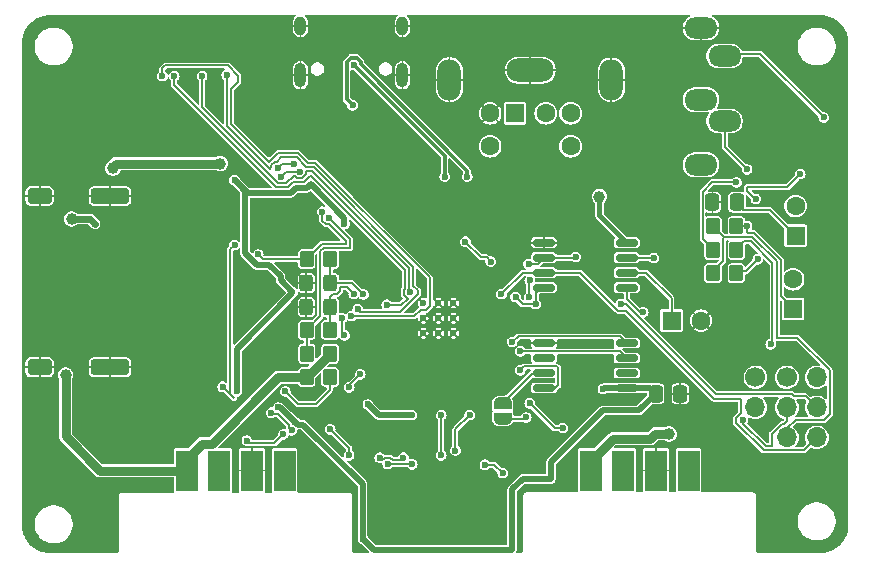
<source format=gbr>
G04 #@! TF.GenerationSoftware,KiCad,Pcbnew,8.0.4*
G04 #@! TF.CreationDate,2024-12-17T15:55:10+02:00*
G04 #@! TF.ProjectId,core,636f7265-2e6b-4696-9361-645f70636258,1.0*
G04 #@! TF.SameCoordinates,Original*
G04 #@! TF.FileFunction,Copper,L2,Bot*
G04 #@! TF.FilePolarity,Positive*
%FSLAX46Y46*%
G04 Gerber Fmt 4.6, Leading zero omitted, Abs format (unit mm)*
G04 Created by KiCad (PCBNEW 8.0.4) date 2024-12-17 15:55:10*
%MOMM*%
%LPD*%
G01*
G04 APERTURE LIST*
G04 Aperture macros list*
%AMRoundRect*
0 Rectangle with rounded corners*
0 $1 Rounding radius*
0 $2 $3 $4 $5 $6 $7 $8 $9 X,Y pos of 4 corners*
0 Add a 4 corners polygon primitive as box body*
4,1,4,$2,$3,$4,$5,$6,$7,$8,$9,$2,$3,0*
0 Add four circle primitives for the rounded corners*
1,1,$1+$1,$2,$3*
1,1,$1+$1,$4,$5*
1,1,$1+$1,$6,$7*
1,1,$1+$1,$8,$9*
0 Add four rect primitives between the rounded corners*
20,1,$1+$1,$2,$3,$4,$5,0*
20,1,$1+$1,$4,$5,$6,$7,0*
20,1,$1+$1,$6,$7,$8,$9,0*
20,1,$1+$1,$8,$9,$2,$3,0*%
%AMFreePoly0*
4,1,19,0.500000,-0.750000,0.000000,-0.750000,0.000000,-0.744911,-0.071157,-0.744911,-0.207708,-0.704816,-0.327430,-0.627875,-0.420627,-0.520320,-0.479746,-0.390866,-0.500000,-0.250000,-0.500000,0.250000,-0.479746,0.390866,-0.420627,0.520320,-0.327430,0.627875,-0.207708,0.704816,-0.071157,0.744911,0.000000,0.744911,0.000000,0.750000,0.500000,0.750000,0.500000,-0.750000,0.500000,-0.750000,
$1*%
%AMFreePoly1*
4,1,19,0.000000,0.744911,0.071157,0.744911,0.207708,0.704816,0.327430,0.627875,0.420627,0.520320,0.479746,0.390866,0.500000,0.250000,0.500000,-0.250000,0.479746,-0.390866,0.420627,-0.520320,0.327430,-0.627875,0.207708,-0.704816,0.071157,-0.744911,0.000000,-0.744911,0.000000,-0.750000,-0.500000,-0.750000,-0.500000,0.750000,0.000000,0.750000,0.000000,0.744911,0.000000,0.744911,
$1*%
G04 Aperture macros list end*
G04 #@! TA.AperFunction,ComponentPad*
%ADD10C,0.600000*%
G04 #@! TD*
G04 #@! TA.AperFunction,SMDPad,CuDef*
%ADD11FreePoly0,270.000000*%
G04 #@! TD*
G04 #@! TA.AperFunction,SMDPad,CuDef*
%ADD12FreePoly1,270.000000*%
G04 #@! TD*
G04 #@! TA.AperFunction,SMDPad,CuDef*
%ADD13RoundRect,0.150000X-0.800000X-0.150000X0.800000X-0.150000X0.800000X0.150000X-0.800000X0.150000X0*%
G04 #@! TD*
G04 #@! TA.AperFunction,ComponentPad*
%ADD14O,2.800000X1.800000*%
G04 #@! TD*
G04 #@! TA.AperFunction,SMDPad,CuDef*
%ADD15R,1.846667X3.480000*%
G04 #@! TD*
G04 #@! TA.AperFunction,SMDPad,CuDef*
%ADD16RoundRect,0.250000X-0.350000X-0.450000X0.350000X-0.450000X0.350000X0.450000X-0.350000X0.450000X0*%
G04 #@! TD*
G04 #@! TA.AperFunction,ComponentPad*
%ADD17R,1.600000X1.600000*%
G04 #@! TD*
G04 #@! TA.AperFunction,ComponentPad*
%ADD18C,1.600000*%
G04 #@! TD*
G04 #@! TA.AperFunction,ComponentPad*
%ADD19O,1.000000X1.600000*%
G04 #@! TD*
G04 #@! TA.AperFunction,ComponentPad*
%ADD20O,1.000000X2.100000*%
G04 #@! TD*
G04 #@! TA.AperFunction,ComponentPad*
%ADD21O,2.000000X3.500000*%
G04 #@! TD*
G04 #@! TA.AperFunction,ComponentPad*
%ADD22O,4.000000X2.000000*%
G04 #@! TD*
G04 #@! TA.AperFunction,ComponentPad*
%ADD23O,1.700000X1.700000*%
G04 #@! TD*
G04 #@! TA.AperFunction,ComponentPad*
%ADD24C,1.700000*%
G04 #@! TD*
G04 #@! TA.AperFunction,SMDPad,CuDef*
%ADD25RoundRect,0.250000X0.337500X0.475000X-0.337500X0.475000X-0.337500X-0.475000X0.337500X-0.475000X0*%
G04 #@! TD*
G04 #@! TA.AperFunction,ComponentPad*
%ADD26RoundRect,0.350000X-1.300000X0.350000X-1.300000X-0.350000X1.300000X-0.350000X1.300000X0.350000X0*%
G04 #@! TD*
G04 #@! TA.AperFunction,ComponentPad*
%ADD27RoundRect,0.350000X-0.700000X0.350000X-0.700000X-0.350000X0.700000X-0.350000X0.700000X0.350000X0*%
G04 #@! TD*
G04 #@! TA.AperFunction,SMDPad,CuDef*
%ADD28RoundRect,0.250000X0.350000X0.450000X-0.350000X0.450000X-0.350000X-0.450000X0.350000X-0.450000X0*%
G04 #@! TD*
G04 #@! TA.AperFunction,SMDPad,CuDef*
%ADD29RoundRect,0.250000X-0.337500X-0.475000X0.337500X-0.475000X0.337500X0.475000X-0.337500X0.475000X0*%
G04 #@! TD*
G04 #@! TA.AperFunction,SMDPad,CuDef*
%ADD30RoundRect,0.250000X0.325000X0.450000X-0.325000X0.450000X-0.325000X-0.450000X0.325000X-0.450000X0*%
G04 #@! TD*
G04 #@! TA.AperFunction,ViaPad*
%ADD31C,0.600000*%
G04 #@! TD*
G04 #@! TA.AperFunction,ViaPad*
%ADD32C,1.000000*%
G04 #@! TD*
G04 #@! TA.AperFunction,Conductor*
%ADD33C,0.200000*%
G04 #@! TD*
G04 #@! TA.AperFunction,Conductor*
%ADD34C,0.800000*%
G04 #@! TD*
G04 #@! TA.AperFunction,Conductor*
%ADD35C,0.500000*%
G04 #@! TD*
G04 #@! TA.AperFunction,Conductor*
%ADD36C,0.300000*%
G04 #@! TD*
G04 #@! TA.AperFunction,Conductor*
%ADD37C,0.600000*%
G04 #@! TD*
G04 #@! TA.AperFunction,Conductor*
%ADD38C,0.400000*%
G04 #@! TD*
G04 APERTURE END LIST*
D10*
X156087500Y-73125000D03*
X156087500Y-74400000D03*
X156087500Y-75675000D03*
X157362500Y-73125000D03*
X157362500Y-74400000D03*
X157362500Y-75675000D03*
X158637500Y-73125000D03*
X158637500Y-74400000D03*
X158637500Y-75675000D03*
D11*
X162800000Y-81600000D03*
D12*
X162800000Y-82900000D03*
D13*
X166300000Y-71810000D03*
X166300000Y-70540000D03*
X166300000Y-69270000D03*
X166300000Y-68000000D03*
X173300000Y-68000000D03*
X173300000Y-69270000D03*
X173300000Y-70540000D03*
X173300000Y-71810000D03*
X166300000Y-80305000D03*
X166300000Y-79035000D03*
X166300000Y-77765000D03*
X166300000Y-76495000D03*
X173300000Y-76495000D03*
X173300000Y-77765000D03*
X173300000Y-79035000D03*
X173300000Y-80305000D03*
D14*
X181600000Y-57700000D03*
X179600000Y-55900000D03*
X179600000Y-49800000D03*
X181600000Y-52200000D03*
X179600000Y-61400000D03*
D15*
X178555000Y-87300000D03*
X175785000Y-87300000D03*
X173015000Y-87300000D03*
X170245000Y-87300000D03*
X136045000Y-87300000D03*
X138815000Y-87300000D03*
X141585000Y-87300000D03*
X144355000Y-87300000D03*
D16*
X180600000Y-68600000D03*
X182600000Y-68600000D03*
D17*
X187600000Y-67405113D03*
D18*
X187600000Y-64905113D03*
D19*
X145680000Y-49650000D03*
D20*
X145680000Y-53830000D03*
D19*
X154320000Y-49650000D03*
D20*
X154320000Y-53830000D03*
D17*
X163850000Y-57050000D03*
D18*
X166450000Y-57050000D03*
D21*
X172000000Y-54200000D03*
D22*
X165150000Y-53400000D03*
D18*
X161750000Y-57050000D03*
D21*
X158300000Y-54200000D03*
D18*
X168550000Y-57050000D03*
X161750000Y-59850000D03*
X168550000Y-59850000D03*
D23*
X189409000Y-84492000D03*
X186869000Y-84492000D03*
X189409000Y-81952000D03*
X186869000Y-81952000D03*
X189409000Y-79412000D03*
D24*
X186869000Y-79412000D03*
D23*
X184206000Y-81953000D03*
D24*
X184206000Y-79413000D03*
D25*
X180562500Y-64580000D03*
X182637500Y-64580000D03*
D26*
X129560000Y-64041000D03*
D27*
X123600000Y-64041000D03*
X123600000Y-78541000D03*
D26*
X129560000Y-78541000D03*
D17*
X177100000Y-74600000D03*
D18*
X179600000Y-74600000D03*
D28*
X182600000Y-70600000D03*
X180600000Y-70600000D03*
D17*
X187400000Y-73600000D03*
D18*
X187400000Y-71100000D03*
D28*
X182600000Y-66600000D03*
X180600000Y-66600000D03*
D16*
X146200000Y-69400000D03*
X148200000Y-69400000D03*
D29*
X175762500Y-80800000D03*
X177837500Y-80800000D03*
D30*
X148225000Y-71400000D03*
X146175000Y-71400000D03*
D16*
X146200000Y-79400000D03*
X148200000Y-79400000D03*
D28*
X148200000Y-77400000D03*
X146200000Y-77400000D03*
D16*
X146200000Y-75400000D03*
X148200000Y-75400000D03*
D30*
X148225000Y-73473000D03*
X146175000Y-73473000D03*
D31*
X188200000Y-83600000D03*
X188189998Y-82403706D03*
X185600000Y-83000000D03*
X185000000Y-84200000D03*
X182000000Y-82000000D03*
X183147000Y-83041000D03*
X183800000Y-62600000D03*
X159900000Y-87050000D03*
X181600000Y-65600000D03*
X183500000Y-66600000D03*
X184250000Y-64300000D03*
X177850000Y-65950000D03*
X151050000Y-85950000D03*
X185950000Y-62400000D03*
X148650000Y-80800000D03*
X149500000Y-73050000D03*
X159650000Y-76750000D03*
X144650000Y-75900000D03*
X165550000Y-67050000D03*
X136500000Y-55300000D03*
X150250000Y-67050000D03*
X142900000Y-71000000D03*
X144700000Y-70750000D03*
X158600000Y-78950000D03*
X134450000Y-74950000D03*
X133800000Y-70050000D03*
X184450000Y-61050000D03*
X181850000Y-87350000D03*
X185100000Y-91000000D03*
X155650000Y-85950000D03*
X152000000Y-73150000D03*
X161050000Y-68200000D03*
X157300000Y-68350000D03*
X158400000Y-86500000D03*
X136000000Y-83800000D03*
X142000000Y-83100000D03*
X152300000Y-78500000D03*
X151700000Y-80600000D03*
X149400000Y-83300000D03*
X138100000Y-55700000D03*
X143100000Y-65000000D03*
X141300000Y-73700000D03*
X142100000Y-69000000D03*
X140100000Y-68200000D03*
X139100000Y-80200000D03*
X144400000Y-80600000D03*
X149400000Y-66400000D03*
X151000000Y-93100000D03*
X155100000Y-82600000D03*
X151400000Y-81700000D03*
X145260546Y-83222840D03*
X143800002Y-81949998D03*
X140300000Y-80600000D03*
X149400000Y-75850000D03*
X149200000Y-74400000D03*
X145000000Y-72200000D03*
X140100000Y-62700000D03*
X185500000Y-76600000D03*
X184400000Y-69400000D03*
X182600000Y-62900000D03*
X188000000Y-62200000D03*
X169000000Y-69200000D03*
X148075306Y-65907540D03*
X183500000Y-61800000D03*
X190000000Y-57400000D03*
X159647183Y-67925000D03*
X161800000Y-69600000D03*
X171300000Y-80400000D03*
D32*
X176900000Y-84200000D03*
X138900000Y-61300000D03*
X171000000Y-64100000D03*
D31*
X128300000Y-66400000D03*
D32*
X125800000Y-79200000D03*
X126300000Y-66000000D03*
X129800000Y-61700000D03*
D31*
X151013909Y-72386091D03*
X150200000Y-72350000D03*
X158800000Y-85600000D03*
X141152758Y-84752756D03*
X160000000Y-82600000D03*
X144214458Y-84236640D03*
X167900000Y-83700000D03*
X165100000Y-81600000D03*
X145140000Y-61340000D03*
X143777047Y-61684865D03*
X143998604Y-62401395D03*
X145623910Y-61976090D03*
X161300000Y-86800000D03*
X149807457Y-80250000D03*
X150743724Y-79150001D03*
X162806482Y-87517411D03*
X154400000Y-86200000D03*
X152400000Y-86200000D03*
X165100000Y-71200000D03*
X165050000Y-72605770D03*
X165000000Y-69800000D03*
X162700000Y-72350000D03*
X163900000Y-72600000D03*
X165600000Y-73200000D03*
X172800000Y-73200000D03*
X174700000Y-73900000D03*
X175600000Y-69300000D03*
X147544975Y-65377207D03*
X157900000Y-62400000D03*
X150200000Y-52950000D03*
X150100000Y-56370000D03*
X159800000Y-62400000D03*
X150533333Y-73650000D03*
X139450000Y-53800000D03*
X137350000Y-53900000D03*
X155000000Y-72200000D03*
X153000000Y-73250000D03*
X135000000Y-53900000D03*
X153067862Y-86750000D03*
X157600000Y-86000000D03*
X155143167Y-86756833D03*
X143200000Y-82400000D03*
X144938121Y-83900000D03*
X149800000Y-86000000D03*
X148200000Y-83800000D03*
X157600000Y-82600000D03*
X164800000Y-82800000D03*
X164300000Y-77200000D03*
X163600000Y-76400000D03*
X164300000Y-78800000D03*
X134000000Y-53900000D03*
X150000000Y-74200000D03*
D33*
X186869000Y-84492000D02*
X186869000Y-83731000D01*
X187600000Y-83000000D02*
X188901365Y-83000000D01*
X188901365Y-83000000D02*
X188953365Y-83052000D01*
X188953365Y-83052000D02*
X189996000Y-83052000D01*
X186869000Y-83731000D02*
X187600000Y-83000000D01*
X186000000Y-76060000D02*
X186000000Y-69594974D01*
X189996000Y-83052000D02*
X190509000Y-82539000D01*
X190509000Y-82539000D02*
X190509000Y-78809000D01*
X190509000Y-78809000D02*
X187760000Y-76060000D01*
X187760000Y-76060000D02*
X186000000Y-76060000D01*
X183955026Y-67550000D02*
X181550000Y-67550000D01*
X186000000Y-69594974D02*
X183955026Y-67550000D01*
X183147000Y-83041000D02*
X183147000Y-83323844D01*
X183147000Y-83323844D02*
X185065156Y-85242000D01*
X185600000Y-85200000D02*
X185600000Y-84205365D01*
X185065156Y-85242000D02*
X185558000Y-85242000D01*
X186608000Y-83392000D02*
X186869000Y-83131000D01*
X185558000Y-85242000D02*
X185600000Y-85200000D01*
X185600000Y-84205365D02*
X186413365Y-83392000D01*
X186413365Y-83392000D02*
X186608000Y-83392000D01*
X186869000Y-83131000D02*
X186869000Y-81952000D01*
X189409000Y-81952000D02*
X188457000Y-81000000D01*
X187324635Y-80852000D02*
X180857026Y-80852000D01*
X180857026Y-80852000D02*
X173205026Y-73200000D01*
X188457000Y-81000000D02*
X187472635Y-81000000D01*
X173205026Y-73200000D02*
X172800000Y-73200000D01*
X187472635Y-81000000D02*
X187324635Y-80852000D01*
X166300000Y-70540000D02*
X169362182Y-70540000D01*
X169362182Y-70540000D02*
X172572182Y-73750000D01*
X173260052Y-73750000D02*
X180712052Y-81202000D01*
X188309000Y-85592000D02*
X189409000Y-84492000D01*
X180712052Y-81202000D02*
X183000000Y-81202000D01*
X172572182Y-73750000D02*
X173260052Y-73750000D01*
X183000000Y-82410182D02*
X182597000Y-82813182D01*
X183000000Y-81202000D02*
X183000000Y-82410182D01*
X182597000Y-82813182D02*
X182597000Y-83268818D01*
X182597000Y-83268818D02*
X184920182Y-85592000D01*
X184920182Y-85592000D02*
X188309000Y-85592000D01*
X182600000Y-68500000D02*
X183200000Y-67900000D01*
X183200000Y-67900000D02*
X183810052Y-67900000D01*
X183810052Y-67900000D02*
X185650000Y-69739948D01*
X185650000Y-69739948D02*
X185650000Y-76450000D01*
X185650000Y-76450000D02*
X185500000Y-76600000D01*
D34*
X176900000Y-84200000D02*
X175679439Y-84200000D01*
X175679439Y-84200000D02*
X175279439Y-84600000D01*
X175279439Y-84600000D02*
X172128333Y-84600000D01*
X172128333Y-84600000D02*
X170245000Y-86483333D01*
D35*
X166900000Y-88000000D02*
X166900000Y-86587183D01*
X151900000Y-94000000D02*
X163600000Y-94000000D01*
X151000000Y-93100000D02*
X150950000Y-93050000D01*
X150950000Y-88450000D02*
X145900000Y-83400000D01*
X145900000Y-83400000D02*
X145437706Y-83400000D01*
X166900000Y-86587183D02*
X171287183Y-82200000D01*
X150950000Y-93050000D02*
X150950000Y-88450000D01*
X145437706Y-83400000D02*
X145260546Y-83222840D01*
X151000000Y-93100000D02*
X151900000Y-94000000D01*
X171287183Y-82200000D02*
X174362500Y-82200000D01*
X163600000Y-94000000D02*
X163600000Y-88900000D01*
X163600000Y-88900000D02*
X164500000Y-88000000D01*
X164500000Y-88000000D02*
X166900000Y-88000000D01*
X174362500Y-82200000D02*
X175762500Y-80800000D01*
D36*
X150448529Y-52350000D02*
X150800000Y-52701471D01*
X149951471Y-52350000D02*
X150448529Y-52350000D01*
X149600000Y-52701471D02*
X149951471Y-52350000D01*
X150100000Y-56370000D02*
X149600000Y-55870000D01*
X149600000Y-55870000D02*
X149600000Y-52701471D01*
X150800000Y-52701471D02*
X150800000Y-52913604D01*
X150800000Y-52913604D02*
X159800000Y-61913604D01*
X159800000Y-61913604D02*
X159800000Y-62400000D01*
X150200000Y-52950000D02*
X157900000Y-60650000D01*
X157900000Y-60650000D02*
X157900000Y-62400000D01*
D33*
X134000000Y-53900000D02*
X134000000Y-53250000D01*
X134250000Y-53000000D02*
X139550000Y-53000000D01*
X146941067Y-61246092D02*
X156637500Y-70942525D01*
X134000000Y-53250000D02*
X134250000Y-53000000D01*
X139550000Y-53000000D02*
X140400000Y-53850000D01*
X143749120Y-60440000D02*
X145512793Y-60440000D01*
X140400000Y-53850000D02*
X140400000Y-54427818D01*
X143019560Y-61169560D02*
X143749120Y-60440000D01*
X140400000Y-54427818D02*
X139800000Y-55027818D01*
X139800000Y-55027818D02*
X139800000Y-57950000D01*
X139800000Y-57950000D02*
X143019560Y-61169560D01*
X145512793Y-60440000D02*
X146318884Y-61246092D01*
X146318884Y-61246092D02*
X146941067Y-61246092D01*
X156637500Y-70942525D02*
X156637500Y-73352818D01*
X156637500Y-73352818D02*
X156315318Y-73675000D01*
X155334682Y-74200000D02*
X150000000Y-74200000D01*
X156315318Y-73675000D02*
X155859682Y-73675000D01*
X155859682Y-73675000D02*
X155334682Y-74200000D01*
X139450000Y-58135635D02*
X143082183Y-61767818D01*
X143082183Y-61767818D02*
X143227047Y-61622954D01*
X143227047Y-61457047D02*
X143549229Y-61134865D01*
X143715135Y-61134865D02*
X144060000Y-60790000D01*
X143227047Y-61622954D02*
X143227047Y-61457047D01*
X143549229Y-61134865D02*
X143715135Y-61134865D01*
X144060000Y-60790000D02*
X145367818Y-60790000D01*
X155600000Y-72022182D02*
X155600000Y-72377818D01*
X145367818Y-60790000D02*
X146173910Y-61596092D01*
X139450000Y-53800000D02*
X139450000Y-58135635D01*
X146173910Y-61596092D02*
X146796092Y-61596092D01*
X146796092Y-61596092D02*
X155227818Y-70027818D01*
X150733333Y-73850000D02*
X150533333Y-73650000D01*
X155227818Y-70027818D02*
X155227818Y-71650000D01*
X155227818Y-71650000D02*
X155600000Y-72022182D01*
X155600000Y-72377818D02*
X154127818Y-73850000D01*
X154127818Y-73850000D02*
X150733333Y-73850000D01*
X154877818Y-70172792D02*
X154877818Y-72077818D01*
X146651118Y-61946092D02*
X154877818Y-70172792D01*
X137350000Y-53900000D02*
X137350000Y-56530609D01*
X145396092Y-62526090D02*
X145851728Y-62526090D01*
X137350000Y-56530609D02*
X143770786Y-62951395D01*
X143770786Y-62951395D02*
X144500785Y-62951395D01*
X145126090Y-62326090D02*
X145196092Y-62326090D01*
X145196092Y-62326090D02*
X145396092Y-62526090D01*
X145851728Y-62526090D02*
X146173910Y-62203908D01*
X144500785Y-62951395D02*
X145126090Y-62326090D01*
X146173910Y-62203908D02*
X146173910Y-61946092D01*
X146173910Y-61946092D02*
X146651118Y-61946092D01*
X154877818Y-72077818D02*
X155000000Y-72200000D01*
X135000000Y-53900000D02*
X135000000Y-54675584D01*
X143625811Y-63301395D02*
X144645759Y-63301395D01*
X154450000Y-72427818D02*
X154752513Y-72730331D01*
X145071064Y-62876090D02*
X145996703Y-62876090D01*
X154527818Y-71894364D02*
X154450000Y-71972182D01*
X145996703Y-62876090D02*
X146523910Y-62348883D01*
X135000000Y-54675584D02*
X143625811Y-63301395D01*
X144645759Y-63301395D02*
X145071064Y-62876090D01*
X146523910Y-62348883D02*
X146558935Y-62348883D01*
X146558935Y-62348883D02*
X154527818Y-70317766D01*
X154527818Y-70317766D02*
X154527818Y-71894364D01*
X154450000Y-71972182D02*
X154450000Y-72427818D01*
X154752513Y-72730331D02*
X154232844Y-73250000D01*
X154232844Y-73250000D02*
X153000000Y-73250000D01*
X162089071Y-86800000D02*
X161300000Y-86800000D01*
X162806482Y-87517411D02*
X162089071Y-86800000D01*
X143777047Y-61684865D02*
X144121912Y-61340000D01*
X144121912Y-61340000D02*
X145140000Y-61340000D01*
X184100001Y-67200000D02*
X186350000Y-69449999D01*
X183600000Y-67200000D02*
X184100001Y-67200000D01*
X183500000Y-66600000D02*
X183500000Y-67100000D01*
X186350000Y-72550000D02*
X187400000Y-73600000D01*
X186350000Y-69449999D02*
X186350000Y-72550000D01*
X183500000Y-67100000D02*
X183600000Y-67200000D01*
X152840044Y-86200000D02*
X153295680Y-86200000D01*
X153502513Y-86406833D02*
X154193167Y-86406833D01*
X152620022Y-86420022D02*
X152840044Y-86200000D01*
X153295680Y-86200000D02*
X153502513Y-86406833D01*
X152400000Y-86200000D02*
X152620022Y-86420022D01*
X154193167Y-86406833D02*
X154400000Y-86200000D01*
X144400000Y-80600000D02*
X145450000Y-81650000D01*
X148200000Y-80472182D02*
X148200000Y-79400000D01*
X145450000Y-81650000D02*
X147022182Y-81650000D01*
X147022182Y-81650000D02*
X148200000Y-80472182D01*
X184250000Y-64350000D02*
X184200000Y-64300000D01*
X184250000Y-64300000D02*
X184250000Y-64350000D01*
X184200000Y-64300000D02*
X184250000Y-64300000D01*
X183500000Y-63600000D02*
X184200000Y-64300000D01*
X183500000Y-63300000D02*
X183500000Y-63600000D01*
X182637500Y-64700000D02*
X183187500Y-65250000D01*
X185444887Y-65250000D02*
X187600000Y-67405113D01*
X183187500Y-65250000D02*
X185444887Y-65250000D01*
X183500000Y-63300000D02*
X186900000Y-63300000D01*
X186900000Y-63300000D02*
X188000000Y-62200000D01*
X180600000Y-70400000D02*
X181450000Y-69550000D01*
X181450000Y-69550000D02*
X181450000Y-67650000D01*
X181450000Y-67650000D02*
X181550000Y-67550000D01*
X144938121Y-83900000D02*
X144710546Y-83672425D01*
X144710546Y-83672425D02*
X144710546Y-83417652D01*
X144710546Y-83417652D02*
X143792892Y-82499998D01*
X143792892Y-82499998D02*
X143299998Y-82499998D01*
X143299998Y-82499998D02*
X143200000Y-82400000D01*
D35*
X145260546Y-83222840D02*
X144737706Y-82700000D01*
X144700000Y-82700000D02*
X143949998Y-81949998D01*
X144737706Y-82700000D02*
X144700000Y-82700000D01*
X143949998Y-81949998D02*
X143800002Y-81949998D01*
D33*
X146175000Y-73473000D02*
X146175000Y-71400000D01*
X165050000Y-72605770D02*
X165050000Y-71250000D01*
X165050000Y-71250000D02*
X165100000Y-71200000D01*
X166090000Y-71810000D02*
X165600000Y-72300000D01*
X165600000Y-72300000D02*
X165600000Y-73200000D01*
X165600000Y-73200000D02*
X164500000Y-73200000D01*
X164500000Y-73200000D02*
X163900000Y-72600000D01*
X147525306Y-65396876D02*
X147525306Y-66135358D01*
X147525306Y-66135358D02*
X147847488Y-66457540D01*
X147847488Y-66457540D02*
X148130332Y-66457540D01*
X148130332Y-66457540D02*
X149550000Y-67877208D01*
X147544975Y-65377207D02*
X147525306Y-65396876D01*
X149550000Y-67877208D02*
X149550000Y-68100000D01*
X149550000Y-68100000D02*
X147490991Y-68100000D01*
X147490991Y-68100000D02*
X146200000Y-69390991D01*
X148075306Y-65907540D02*
X149900000Y-67732234D01*
X149900000Y-68450000D02*
X147635966Y-68450000D01*
X149900000Y-67732234D02*
X149900000Y-68450000D01*
X147350000Y-68735966D02*
X147350000Y-74250000D01*
X147635966Y-68450000D02*
X147350000Y-68735966D01*
X147350000Y-74250000D02*
X146200000Y-75400000D01*
X144700000Y-70750000D02*
X145525000Y-70750000D01*
X145525000Y-70750000D02*
X146175000Y-71400000D01*
D35*
X140100000Y-62700000D02*
X141000000Y-63600000D01*
X141000000Y-68889950D02*
X142010050Y-69900000D01*
X144000000Y-70850000D02*
X144000000Y-71200000D01*
X142010050Y-69900000D02*
X143050000Y-69900000D01*
X143050000Y-69900000D02*
X144000000Y-70850000D01*
X141000000Y-63600000D02*
X141000000Y-68889950D01*
X144000000Y-71200000D02*
X145000000Y-72200000D01*
X149400000Y-66400000D02*
X149400000Y-65897054D01*
X146203810Y-63376090D02*
X145278171Y-63376090D01*
X149400000Y-65897054D02*
X146541423Y-63038477D01*
X146541423Y-63038477D02*
X146203810Y-63376090D01*
X145278171Y-63376090D02*
X144852866Y-63801395D01*
X144852866Y-63801395D02*
X141201395Y-63801395D01*
X141201395Y-63801395D02*
X140100000Y-62700000D01*
D33*
X160972183Y-69250000D02*
X161450000Y-69250000D01*
X161450000Y-69250000D02*
X161800000Y-69600000D01*
X159647183Y-67925000D02*
X160972183Y-69250000D01*
X142100000Y-69000000D02*
X142500000Y-69400000D01*
X142500000Y-69400000D02*
X146200000Y-69400000D01*
X139750000Y-80850000D02*
X139750000Y-68550000D01*
X140050000Y-81150000D02*
X139750000Y-80850000D01*
X139750000Y-68550000D02*
X140100000Y-68200000D01*
X139100000Y-80200000D02*
X140050000Y-81150000D01*
D34*
X137341667Y-85010000D02*
X138190000Y-85010000D01*
X136045000Y-86306667D02*
X137341667Y-85010000D01*
X138190000Y-85010000D02*
X143800000Y-79400000D01*
X143800000Y-79400000D02*
X146200000Y-79400000D01*
D33*
X180600000Y-68500000D02*
X179750000Y-67650000D01*
X179750000Y-65914034D02*
X179725000Y-65889034D01*
X179725000Y-65889034D02*
X179725000Y-63675000D01*
X179750000Y-67650000D02*
X179750000Y-65914034D01*
X179725000Y-63675000D02*
X180500000Y-62900000D01*
X180500000Y-62900000D02*
X182600000Y-62900000D01*
D37*
X128300000Y-66400000D02*
X127900000Y-66000000D01*
X127900000Y-66000000D02*
X126300000Y-66000000D01*
D35*
X152300000Y-82600000D02*
X155100000Y-82600000D01*
X151400000Y-81700000D02*
X152300000Y-82600000D01*
X145000000Y-72300000D02*
X140300000Y-77000000D01*
X140300000Y-77000000D02*
X140300000Y-80600000D01*
D33*
X149200000Y-74400000D02*
X149200000Y-75650000D01*
X149200000Y-75650000D02*
X149400000Y-75850000D01*
X177100000Y-74600000D02*
X177100000Y-72705112D01*
X177100000Y-72705112D02*
X174934888Y-70540000D01*
X174934888Y-70540000D02*
X173300000Y-70540000D01*
X183400000Y-70400000D02*
X184400000Y-69400000D01*
X182600000Y-70400000D02*
X183400000Y-70400000D01*
X180600000Y-66600000D02*
X181550000Y-67550000D01*
X182600000Y-66600000D02*
X183500000Y-66600000D01*
X166300000Y-69270000D02*
X168930000Y-69270000D01*
X168930000Y-69270000D02*
X169000000Y-69200000D01*
X173300000Y-71810000D02*
X173300000Y-72800000D01*
X173300000Y-72800000D02*
X174400000Y-73900000D01*
X174400000Y-73900000D02*
X174700000Y-73900000D01*
X146200000Y-75400000D02*
X146200000Y-77400000D01*
X183500000Y-61800000D02*
X181600000Y-59900000D01*
X181600000Y-59900000D02*
X181600000Y-57500000D01*
X184600000Y-52000000D02*
X181600000Y-52000000D01*
X190000000Y-57400000D02*
X184600000Y-52000000D01*
D35*
X173300000Y-80305000D02*
X175267500Y-80305000D01*
X171395000Y-80305000D02*
X173300000Y-80305000D01*
X171300000Y-80400000D02*
X171395000Y-80305000D01*
X175267500Y-80305000D02*
X175762500Y-80800000D01*
D34*
X128700000Y-87300000D02*
X136045000Y-87300000D01*
X130100000Y-61300000D02*
X129800000Y-61600000D01*
D38*
X173300000Y-68000000D02*
X171000000Y-65700000D01*
D34*
X138900000Y-61300000D02*
X130100000Y-61300000D01*
D38*
X171000000Y-65700000D02*
X171000000Y-64100000D01*
D34*
X125800000Y-79200000D02*
X125800000Y-84400000D01*
X125800000Y-84400000D02*
X128700000Y-87300000D01*
X146200000Y-79400000D02*
X148200000Y-77400000D01*
D33*
X150027818Y-71400000D02*
X148225000Y-71400000D01*
X148225000Y-71400000D02*
X148225000Y-69425000D01*
X151013909Y-72386091D02*
X150027818Y-71400000D01*
X148200000Y-73400000D02*
X148200000Y-75375000D01*
X148764034Y-72350000D02*
X148450000Y-72350000D01*
X148450000Y-72350000D02*
X148225000Y-72575000D01*
X149050000Y-72064034D02*
X148764034Y-72350000D01*
X149050000Y-71750000D02*
X149050000Y-72064034D01*
X150200000Y-72350000D02*
X149600000Y-71750000D01*
X148225000Y-72575000D02*
X148225000Y-73473000D01*
X149600000Y-71750000D02*
X149050000Y-71750000D01*
X141400002Y-85000000D02*
X143451098Y-85000000D01*
X158800000Y-83800000D02*
X160000000Y-82600000D01*
X143451098Y-85000000D02*
X144214458Y-84236640D01*
X141152758Y-84752756D02*
X141400002Y-85000000D01*
X158800000Y-85600000D02*
X158800000Y-83800000D01*
X165100000Y-81600000D02*
X167200000Y-83700000D01*
X167200000Y-83700000D02*
X167900000Y-83700000D01*
X144423909Y-61976090D02*
X143998604Y-62401395D01*
X145623910Y-61976090D02*
X144423909Y-61976090D01*
X149807457Y-80086268D02*
X149807457Y-80250000D01*
X150743724Y-79150001D02*
X149807457Y-80086268D01*
X165770000Y-69800000D02*
X165000000Y-69800000D01*
X166300000Y-69270000D02*
X165770000Y-69800000D01*
X162700000Y-72350000D02*
X164510000Y-70540000D01*
X164510000Y-70540000D02*
X166300000Y-70540000D01*
X175570000Y-69270000D02*
X173300000Y-69270000D01*
X175600000Y-69300000D02*
X175570000Y-69270000D01*
X153067862Y-86750000D02*
X153074695Y-86756833D01*
X149800000Y-85400000D02*
X149800000Y-86000000D01*
X153074695Y-86756833D02*
X155143167Y-86756833D01*
X148200000Y-83800000D02*
X149800000Y-85400000D01*
X157600000Y-86000000D02*
X157600000Y-82600000D01*
X165365000Y-79035000D02*
X166300000Y-79035000D01*
X162800000Y-81600000D02*
X165365000Y-79035000D01*
X162800000Y-82900000D02*
X164700000Y-82900000D01*
X164700000Y-82900000D02*
X164800000Y-82800000D01*
X172750000Y-77215000D02*
X164415000Y-77215000D01*
X164415000Y-77215000D02*
X164400000Y-77200000D01*
X164400000Y-77200000D02*
X164300000Y-77200000D01*
X173300000Y-77765000D02*
X172750000Y-77215000D01*
X173300000Y-76495000D02*
X172750000Y-75945000D01*
X172750000Y-75945000D02*
X164155000Y-75945000D01*
X164155000Y-75945000D02*
X163600000Y-76400000D01*
X164300000Y-78800000D02*
X164615000Y-78485000D01*
X166300000Y-80305000D02*
X167249999Y-80305000D01*
X167500000Y-80054999D02*
X167500000Y-78600000D01*
X167385000Y-78485000D02*
X164615000Y-78485000D01*
X167249999Y-80305000D02*
X167500000Y-80054999D01*
X167500000Y-78600000D02*
X167385000Y-78485000D01*
G04 #@! TA.AperFunction,Conductor*
G36*
X186172533Y-81124174D02*
G01*
X186194207Y-81176500D01*
X186172533Y-81228826D01*
X186167162Y-81233693D01*
X186160346Y-81239288D01*
X186158117Y-81241117D01*
X186033089Y-81393463D01*
X185940187Y-81567268D01*
X185882976Y-81755866D01*
X185863659Y-81952000D01*
X185882976Y-82148133D01*
X185940187Y-82336731D01*
X186018485Y-82483214D01*
X186033090Y-82510538D01*
X186158117Y-82662883D01*
X186310462Y-82787910D01*
X186387426Y-82829048D01*
X186484268Y-82880812D01*
X186484270Y-82880812D01*
X186484273Y-82880814D01*
X186565982Y-82905600D01*
X186609762Y-82941530D01*
X186618500Y-82976413D01*
X186618500Y-82996587D01*
X186596826Y-83048913D01*
X186525913Y-83119826D01*
X186473587Y-83141500D01*
X186363537Y-83141500D01*
X186271470Y-83179634D01*
X186271468Y-83179636D01*
X186201001Y-83250103D01*
X186201000Y-83250104D01*
X185828507Y-83622597D01*
X185447695Y-84003408D01*
X185387637Y-84063466D01*
X185387634Y-84063470D01*
X185349500Y-84155535D01*
X185349500Y-84917500D01*
X185327826Y-84969826D01*
X185275500Y-84991500D01*
X185199569Y-84991500D01*
X185147243Y-84969826D01*
X183545708Y-83368291D01*
X183524034Y-83315965D01*
X183530720Y-83285227D01*
X183583697Y-83169226D01*
X183602133Y-83041000D01*
X183583697Y-82912774D01*
X183579274Y-82903091D01*
X183577252Y-82846491D01*
X183615845Y-82805038D01*
X183672446Y-82803015D01*
X183681470Y-82807088D01*
X183821268Y-82881812D01*
X183821270Y-82881812D01*
X183821273Y-82881814D01*
X184009868Y-82939024D01*
X184206000Y-82958341D01*
X184402132Y-82939024D01*
X184590727Y-82881814D01*
X184764538Y-82788910D01*
X184916883Y-82663883D01*
X185041910Y-82511538D01*
X185134814Y-82337727D01*
X185192024Y-82149132D01*
X185211341Y-81953000D01*
X185192024Y-81756868D01*
X185134814Y-81568273D01*
X185134812Y-81568270D01*
X185134812Y-81568268D01*
X185052548Y-81414365D01*
X185041910Y-81394462D01*
X184916883Y-81242117D01*
X184906628Y-81233701D01*
X184879931Y-81183752D01*
X184896373Y-81129554D01*
X184946323Y-81102856D01*
X184953575Y-81102500D01*
X186120207Y-81102500D01*
X186172533Y-81124174D01*
G37*
G04 #@! TD.AperFunction*
G04 #@! TA.AperFunction,Conductor*
G36*
X188374913Y-81272174D02*
G01*
X188507499Y-81404760D01*
X188529173Y-81457086D01*
X188520436Y-81491968D01*
X188480187Y-81567270D01*
X188480186Y-81567272D01*
X188480186Y-81567273D01*
X188478821Y-81571774D01*
X188422976Y-81755866D01*
X188403659Y-81952000D01*
X188422976Y-82148133D01*
X188480187Y-82336731D01*
X188558485Y-82483214D01*
X188573090Y-82510538D01*
X188669945Y-82628555D01*
X188686386Y-82682753D01*
X188659687Y-82732703D01*
X188612742Y-82749500D01*
X187665258Y-82749500D01*
X187612932Y-82727826D01*
X187591258Y-82675500D01*
X187608055Y-82628555D01*
X187704910Y-82510538D01*
X187797277Y-82337731D01*
X187797812Y-82336731D01*
X187797812Y-82336730D01*
X187797814Y-82336727D01*
X187855024Y-82148132D01*
X187874341Y-81952000D01*
X187855024Y-81755868D01*
X187797814Y-81567273D01*
X187797812Y-81567270D01*
X187797812Y-81567268D01*
X187738918Y-81457086D01*
X187704910Y-81393462D01*
X187686841Y-81371445D01*
X187670400Y-81317247D01*
X187697099Y-81267297D01*
X187744044Y-81250500D01*
X188322587Y-81250500D01*
X188374913Y-81272174D01*
G37*
G04 #@! TD.AperFunction*
G04 #@! TA.AperFunction,Conductor*
G36*
X145290457Y-48722174D02*
G01*
X145312131Y-48774500D01*
X145290457Y-48826826D01*
X145279243Y-48836029D01*
X145265649Y-48845111D01*
X145265648Y-48845113D01*
X145175113Y-48935648D01*
X145175111Y-48935649D01*
X145103978Y-49042109D01*
X145054979Y-49160401D01*
X145054977Y-49160408D01*
X145030000Y-49285981D01*
X145030000Y-49575000D01*
X145380000Y-49575000D01*
X145380000Y-49725000D01*
X145030000Y-49725000D01*
X145030000Y-50014018D01*
X145054977Y-50139591D01*
X145054979Y-50139598D01*
X145103978Y-50257890D01*
X145175111Y-50364350D01*
X145265649Y-50454888D01*
X145372109Y-50526021D01*
X145490401Y-50575020D01*
X145490408Y-50575022D01*
X145604999Y-50597815D01*
X145605000Y-50597815D01*
X145605000Y-50240486D01*
X145640504Y-50250000D01*
X145719496Y-50250000D01*
X145755000Y-50240486D01*
X145755000Y-50597815D01*
X145869591Y-50575022D01*
X145869598Y-50575020D01*
X145987890Y-50526021D01*
X146094350Y-50454888D01*
X146094352Y-50454887D01*
X146184887Y-50364352D01*
X146184888Y-50364350D01*
X146256021Y-50257890D01*
X146305020Y-50139598D01*
X146305022Y-50139591D01*
X146330000Y-50014018D01*
X146330000Y-49725000D01*
X145980000Y-49725000D01*
X145980000Y-49575000D01*
X146330000Y-49575000D01*
X146330000Y-49285981D01*
X146305022Y-49160408D01*
X146305020Y-49160401D01*
X146256021Y-49042109D01*
X146184888Y-48935649D01*
X146094350Y-48845111D01*
X146080757Y-48836029D01*
X146049291Y-48788937D01*
X146060340Y-48733388D01*
X146107432Y-48701922D01*
X146121869Y-48700500D01*
X153878131Y-48700500D01*
X153930457Y-48722174D01*
X153952131Y-48774500D01*
X153930457Y-48826826D01*
X153919243Y-48836029D01*
X153905649Y-48845111D01*
X153905648Y-48845113D01*
X153815113Y-48935648D01*
X153815111Y-48935649D01*
X153743978Y-49042109D01*
X153694979Y-49160401D01*
X153694977Y-49160408D01*
X153670000Y-49285981D01*
X153670000Y-49575000D01*
X154020000Y-49575000D01*
X154020000Y-49725000D01*
X153670000Y-49725000D01*
X153670000Y-50014018D01*
X153694977Y-50139591D01*
X153694979Y-50139598D01*
X153743978Y-50257890D01*
X153815111Y-50364350D01*
X153905649Y-50454888D01*
X154012109Y-50526021D01*
X154130401Y-50575020D01*
X154130408Y-50575022D01*
X154244999Y-50597815D01*
X154245000Y-50597815D01*
X154245000Y-50240486D01*
X154280504Y-50250000D01*
X154359496Y-50250000D01*
X154395000Y-50240486D01*
X154395000Y-50597815D01*
X154509591Y-50575022D01*
X154509598Y-50575020D01*
X154627890Y-50526021D01*
X154734350Y-50454888D01*
X154734352Y-50454887D01*
X154824887Y-50364352D01*
X154824888Y-50364350D01*
X154896021Y-50257890D01*
X154945020Y-50139598D01*
X154945022Y-50139591D01*
X154970000Y-50014018D01*
X154970000Y-49725000D01*
X154620000Y-49725000D01*
X154620000Y-49575000D01*
X154970000Y-49575000D01*
X154970000Y-49285981D01*
X154945022Y-49160408D01*
X154945020Y-49160401D01*
X154896021Y-49042109D01*
X154824888Y-48935649D01*
X154734350Y-48845111D01*
X154720757Y-48836029D01*
X154689291Y-48788937D01*
X154700340Y-48733388D01*
X154747432Y-48701922D01*
X154761869Y-48700500D01*
X178638621Y-48700500D01*
X178690947Y-48722174D01*
X178712621Y-48774500D01*
X178690947Y-48826826D01*
X178666940Y-48842867D01*
X178602641Y-48869500D01*
X178430664Y-48984410D01*
X178430663Y-48984412D01*
X178284412Y-49130663D01*
X178284410Y-49130664D01*
X178169500Y-49302641D01*
X178090350Y-49493725D01*
X178090348Y-49493732D01*
X178050000Y-49696584D01*
X178050000Y-49725000D01*
X178602458Y-49725000D01*
X178600000Y-49734174D01*
X178600000Y-49865826D01*
X178602458Y-49875000D01*
X178050000Y-49875000D01*
X178050000Y-49903415D01*
X178090348Y-50106267D01*
X178090350Y-50106274D01*
X178169500Y-50297358D01*
X178284410Y-50469335D01*
X178430664Y-50615589D01*
X178602641Y-50730499D01*
X178793725Y-50809649D01*
X178793732Y-50809651D01*
X178996584Y-50850000D01*
X179525000Y-50850000D01*
X179525000Y-50300000D01*
X179675000Y-50300000D01*
X179675000Y-50850000D01*
X180203416Y-50850000D01*
X180406267Y-50809651D01*
X180406274Y-50809649D01*
X180597358Y-50730499D01*
X180769335Y-50615589D01*
X180769337Y-50615588D01*
X180915588Y-50469337D01*
X180915589Y-50469335D01*
X181030499Y-50297358D01*
X181109649Y-50106274D01*
X181109651Y-50106267D01*
X181150000Y-49903415D01*
X181150000Y-49875000D01*
X180597542Y-49875000D01*
X180600000Y-49865826D01*
X180600000Y-49734174D01*
X180597542Y-49725000D01*
X181150000Y-49725000D01*
X181150000Y-49696584D01*
X181109651Y-49493732D01*
X181109649Y-49493725D01*
X181030499Y-49302641D01*
X180915589Y-49130664D01*
X180769335Y-48984410D01*
X180597358Y-48869500D01*
X180533060Y-48842867D01*
X180493012Y-48802818D01*
X180493012Y-48746181D01*
X180533061Y-48706133D01*
X180561379Y-48700500D01*
X189637405Y-48700500D01*
X189682764Y-48700500D01*
X189687231Y-48700634D01*
X189969768Y-48717725D01*
X189978620Y-48718799D01*
X190254852Y-48769421D01*
X190263503Y-48771554D01*
X190531609Y-48855100D01*
X190539938Y-48858258D01*
X190796025Y-48973512D01*
X190803929Y-48977660D01*
X190815097Y-48984412D01*
X191044239Y-49122934D01*
X191051593Y-49128010D01*
X191272639Y-49301187D01*
X191279328Y-49307113D01*
X191477886Y-49505671D01*
X191483812Y-49512360D01*
X191656989Y-49733406D01*
X191662065Y-49740760D01*
X191807336Y-49981066D01*
X191811489Y-49988979D01*
X191919763Y-50229556D01*
X191926736Y-50245048D01*
X191929902Y-50253399D01*
X191997192Y-50469337D01*
X192013442Y-50521484D01*
X192015581Y-50530160D01*
X192066198Y-50806370D01*
X192067275Y-50815241D01*
X192084365Y-51097768D01*
X192084500Y-51102236D01*
X192084500Y-91882763D01*
X192084365Y-91887231D01*
X192067275Y-92169758D01*
X192066198Y-92178629D01*
X192015581Y-92454839D01*
X192013442Y-92463515D01*
X191929904Y-92731596D01*
X191926736Y-92739951D01*
X191811489Y-92996020D01*
X191807336Y-93003933D01*
X191662065Y-93244239D01*
X191656989Y-93251593D01*
X191483812Y-93472639D01*
X191477886Y-93479328D01*
X191279328Y-93677886D01*
X191272639Y-93683812D01*
X191051593Y-93856989D01*
X191044239Y-93862065D01*
X190803933Y-94007336D01*
X190796020Y-94011489D01*
X190539951Y-94126736D01*
X190531596Y-94129904D01*
X190263515Y-94213442D01*
X190254839Y-94215581D01*
X189978629Y-94266198D01*
X189969758Y-94267275D01*
X189687232Y-94284365D01*
X189682764Y-94284500D01*
X184490824Y-94284500D01*
X184479248Y-94283589D01*
X184434926Y-94276569D01*
X184412906Y-94269414D01*
X184378180Y-94251720D01*
X184359450Y-94238112D01*
X184331887Y-94210549D01*
X184318279Y-94191819D01*
X184300584Y-94157090D01*
X184293430Y-94135072D01*
X184292400Y-94128571D01*
X184287898Y-94100140D01*
X184286411Y-94090750D01*
X184285500Y-94079175D01*
X184285500Y-91474036D01*
X187799500Y-91474036D01*
X187799500Y-91725963D01*
X187838909Y-91974782D01*
X187838912Y-91974795D01*
X187916756Y-92214373D01*
X188031129Y-92438845D01*
X188179203Y-92642651D01*
X188179207Y-92642656D01*
X188357344Y-92820793D01*
X188357347Y-92820795D01*
X188357348Y-92820796D01*
X188561154Y-92968870D01*
X188669345Y-93023995D01*
X188785621Y-93083241D01*
X188785623Y-93083241D01*
X188785626Y-93083243D01*
X189025204Y-93161087D01*
X189025210Y-93161088D01*
X189025215Y-93161090D01*
X189149626Y-93180795D01*
X189274036Y-93200500D01*
X189274038Y-93200500D01*
X189525964Y-93200500D01*
X189625491Y-93184736D01*
X189774785Y-93161090D01*
X189774792Y-93161087D01*
X189774795Y-93161087D01*
X190014373Y-93083243D01*
X190014373Y-93083242D01*
X190014379Y-93083241D01*
X190238845Y-92968870D01*
X190442656Y-92820793D01*
X190620793Y-92642656D01*
X190768870Y-92438845D01*
X190883241Y-92214379D01*
X190883243Y-92214373D01*
X190961087Y-91974795D01*
X190961087Y-91974792D01*
X190961090Y-91974785D01*
X191000500Y-91725962D01*
X191000500Y-91474038D01*
X190961090Y-91225215D01*
X190961088Y-91225210D01*
X190961087Y-91225204D01*
X190883243Y-90985626D01*
X190883241Y-90985623D01*
X190883241Y-90985621D01*
X190823995Y-90869345D01*
X190768870Y-90761154D01*
X190620796Y-90557348D01*
X190620795Y-90557347D01*
X190620793Y-90557344D01*
X190442656Y-90379207D01*
X190442653Y-90379204D01*
X190442651Y-90379203D01*
X190238845Y-90231129D01*
X190014373Y-90116756D01*
X189774795Y-90038912D01*
X189774782Y-90038909D01*
X189525964Y-89999500D01*
X189525962Y-89999500D01*
X189274038Y-89999500D01*
X189274036Y-89999500D01*
X189025217Y-90038909D01*
X189025204Y-90038912D01*
X188785626Y-90116756D01*
X188561154Y-90231129D01*
X188357348Y-90379203D01*
X188179203Y-90557348D01*
X188031129Y-90761154D01*
X187916756Y-90985626D01*
X187838912Y-91225204D01*
X187838909Y-91225217D01*
X187799500Y-91474036D01*
X184285500Y-91474036D01*
X184285500Y-89410436D01*
X184285499Y-89410435D01*
X184265022Y-89334014D01*
X184265020Y-89334009D01*
X184234120Y-89280489D01*
X184225460Y-89265489D01*
X184169511Y-89209540D01*
X184100990Y-89169979D01*
X184100985Y-89169977D01*
X184024564Y-89149500D01*
X184024562Y-89149500D01*
X179700170Y-89149500D01*
X179647844Y-89127826D01*
X179626170Y-89075500D01*
X179627592Y-89061063D01*
X179628834Y-89054819D01*
X179628834Y-85545180D01*
X179626692Y-85534412D01*
X179620101Y-85501278D01*
X179586838Y-85451496D01*
X179537056Y-85418233D01*
X179493154Y-85409500D01*
X177616846Y-85409500D01*
X177594895Y-85413866D01*
X177572943Y-85418233D01*
X177523162Y-85451495D01*
X177523161Y-85451496D01*
X177489899Y-85501277D01*
X177481166Y-85545180D01*
X177481166Y-89054819D01*
X177482408Y-89061063D01*
X177471359Y-89116612D01*
X177424267Y-89148078D01*
X177409830Y-89149500D01*
X176929661Y-89149500D01*
X176877335Y-89127826D01*
X176855661Y-89075500D01*
X176857083Y-89061064D01*
X176858334Y-89054774D01*
X176858334Y-87375000D01*
X174711667Y-87375000D01*
X174711667Y-89054776D01*
X174712918Y-89061067D01*
X174701866Y-89116615D01*
X174654772Y-89148079D01*
X174640339Y-89149500D01*
X174160170Y-89149500D01*
X174107844Y-89127826D01*
X174086170Y-89075500D01*
X174087592Y-89061063D01*
X174088834Y-89054819D01*
X174088834Y-85545226D01*
X174711666Y-85545226D01*
X174711666Y-87225000D01*
X175710000Y-87225000D01*
X175860000Y-87225000D01*
X176858333Y-87225000D01*
X176858333Y-85545221D01*
X176849632Y-85501475D01*
X176816478Y-85451856D01*
X176816477Y-85451855D01*
X176766861Y-85418703D01*
X176723107Y-85410000D01*
X175860000Y-85410000D01*
X175860000Y-87225000D01*
X175710000Y-87225000D01*
X175710000Y-85410000D01*
X174846895Y-85410000D01*
X174803139Y-85418703D01*
X174753522Y-85451855D01*
X174753521Y-85451856D01*
X174720369Y-85501472D01*
X174711666Y-85545226D01*
X174088834Y-85545226D01*
X174088834Y-85545180D01*
X174086692Y-85534412D01*
X174080101Y-85501278D01*
X174046838Y-85451496D01*
X173997056Y-85418233D01*
X173953154Y-85409500D01*
X173953153Y-85409500D01*
X172276010Y-85409500D01*
X172223684Y-85387826D01*
X172202010Y-85335500D01*
X172223684Y-85283174D01*
X172334684Y-85172174D01*
X172387010Y-85150500D01*
X175351916Y-85150500D01*
X175351916Y-85150499D01*
X175491924Y-85112984D01*
X175512189Y-85101284D01*
X175617454Y-85040510D01*
X175885790Y-84772174D01*
X175938116Y-84750500D01*
X176530892Y-84750500D01*
X176565280Y-84758975D01*
X176667635Y-84812696D01*
X176821015Y-84850500D01*
X176821019Y-84850500D01*
X176978981Y-84850500D01*
X176978985Y-84850500D01*
X177132365Y-84812696D01*
X177272240Y-84739283D01*
X177390483Y-84634530D01*
X177480220Y-84504523D01*
X177484970Y-84492000D01*
X177505515Y-84437826D01*
X177536237Y-84356818D01*
X177549146Y-84250500D01*
X177555278Y-84200003D01*
X177555278Y-84199996D01*
X177536238Y-84043191D01*
X177536237Y-84043182D01*
X177510774Y-83976041D01*
X177480221Y-83895478D01*
X177390483Y-83765470D01*
X177373213Y-83750170D01*
X177272240Y-83660717D01*
X177234719Y-83641024D01*
X177132366Y-83587304D01*
X176978987Y-83549500D01*
X176978985Y-83549500D01*
X176821015Y-83549500D01*
X176821012Y-83549500D01*
X176667637Y-83587303D01*
X176667635Y-83587303D01*
X176667635Y-83587304D01*
X176565280Y-83641024D01*
X176530892Y-83649500D01*
X175606962Y-83649500D01*
X175488764Y-83681172D01*
X175472797Y-83685450D01*
X175466953Y-83687016D01*
X175341423Y-83759490D01*
X175073088Y-84027826D01*
X175020762Y-84049500D01*
X172055856Y-84049500D01*
X171915850Y-84087014D01*
X171790317Y-84159490D01*
X170561982Y-85387826D01*
X170509656Y-85409500D01*
X169306846Y-85409500D01*
X169284895Y-85413866D01*
X169262943Y-85418233D01*
X169213162Y-85451495D01*
X169213161Y-85451496D01*
X169179899Y-85501277D01*
X169171166Y-85545180D01*
X169171166Y-89054819D01*
X169172408Y-89061063D01*
X169161359Y-89116612D01*
X169114267Y-89148078D01*
X169099830Y-89149500D01*
X164775436Y-89149500D01*
X164699014Y-89169977D01*
X164699009Y-89169979D01*
X164630488Y-89209540D01*
X164574540Y-89265488D01*
X164534979Y-89334009D01*
X164534977Y-89334014D01*
X164514500Y-89410435D01*
X164514500Y-94094176D01*
X164513589Y-94105752D01*
X164506569Y-94150074D01*
X164499414Y-94172094D01*
X164481719Y-94206822D01*
X164468110Y-94225553D01*
X164440551Y-94253111D01*
X164421822Y-94266718D01*
X164387093Y-94284414D01*
X164365074Y-94291569D01*
X164349516Y-94294033D01*
X164320730Y-94298592D01*
X164309159Y-94299503D01*
X164017712Y-94299503D01*
X163965386Y-94277829D01*
X163943712Y-94225503D01*
X163953626Y-94188503D01*
X163963099Y-94172094D01*
X163973207Y-94154587D01*
X164000499Y-94052729D01*
X164000500Y-94052729D01*
X164000500Y-89096545D01*
X164022174Y-89044219D01*
X164644219Y-88422174D01*
X164696545Y-88400500D01*
X166952729Y-88400500D01*
X166952729Y-88400499D01*
X167054587Y-88373207D01*
X167145913Y-88320480D01*
X167220480Y-88245913D01*
X167273207Y-88154587D01*
X167300499Y-88052729D01*
X167300500Y-88052729D01*
X167300500Y-86783727D01*
X167322174Y-86731401D01*
X171431401Y-82622174D01*
X171483727Y-82600500D01*
X174415226Y-82600500D01*
X174415227Y-82600500D01*
X174517088Y-82573207D01*
X174608413Y-82520480D01*
X175431719Y-81697172D01*
X175484045Y-81675499D01*
X176131519Y-81675499D01*
X176225304Y-81660646D01*
X176225306Y-81660645D01*
X176243207Y-81651524D01*
X176338342Y-81603050D01*
X176428050Y-81513342D01*
X176485646Y-81400304D01*
X176500500Y-81306519D01*
X176500500Y-81306482D01*
X177100001Y-81306482D01*
X177114834Y-81400148D01*
X177114835Y-81400149D01*
X177172360Y-81513046D01*
X177261953Y-81602639D01*
X177374850Y-81660164D01*
X177468518Y-81674999D01*
X177762500Y-81674999D01*
X177912500Y-81674999D01*
X178206481Y-81674999D01*
X178300148Y-81660165D01*
X178300149Y-81660164D01*
X178413046Y-81602639D01*
X178502639Y-81513046D01*
X178560164Y-81400149D01*
X178560164Y-81400148D01*
X178575000Y-81306481D01*
X178575000Y-80875000D01*
X177912500Y-80875000D01*
X177912500Y-81674999D01*
X177762500Y-81674999D01*
X177762500Y-80875000D01*
X177100001Y-80875000D01*
X177100001Y-81306482D01*
X176500500Y-81306482D01*
X176500499Y-80293518D01*
X177100000Y-80293518D01*
X177100000Y-80725000D01*
X177762500Y-80725000D01*
X177912500Y-80725000D01*
X178574999Y-80725000D01*
X178574999Y-80293517D01*
X178560165Y-80199851D01*
X178560164Y-80199850D01*
X178502639Y-80086953D01*
X178413046Y-79997360D01*
X178300149Y-79939835D01*
X178206482Y-79925000D01*
X177912500Y-79925000D01*
X177912500Y-80725000D01*
X177762500Y-80725000D01*
X177762500Y-79925000D01*
X177468518Y-79925000D01*
X177374851Y-79939834D01*
X177374850Y-79939835D01*
X177261953Y-79997360D01*
X177172360Y-80086953D01*
X177114835Y-80199850D01*
X177114835Y-80199851D01*
X177100000Y-80293518D01*
X176500499Y-80293518D01*
X176500499Y-80293482D01*
X176498010Y-80277768D01*
X176485646Y-80199695D01*
X176485645Y-80199693D01*
X176447017Y-80123882D01*
X176428050Y-80086658D01*
X176338342Y-79996950D01*
X176225304Y-79939354D01*
X176225302Y-79939353D01*
X176225301Y-79939353D01*
X176131520Y-79924500D01*
X176131519Y-79924500D01*
X175404615Y-79924500D01*
X175385464Y-79921979D01*
X175320227Y-79904500D01*
X174292239Y-79904500D01*
X174262349Y-79898195D01*
X174169991Y-79857415D01*
X174169990Y-79857414D01*
X174169988Y-79857414D01*
X174148659Y-79854940D01*
X174144865Y-79854500D01*
X174144864Y-79854500D01*
X172455136Y-79854500D01*
X172430013Y-79857414D01*
X172430007Y-79857415D01*
X172337651Y-79898195D01*
X172307761Y-79904500D01*
X171447727Y-79904500D01*
X171342273Y-79904500D01*
X171291342Y-79918146D01*
X171240411Y-79931793D01*
X171240407Y-79931795D01*
X171191029Y-79960303D01*
X171174879Y-79967219D01*
X171110931Y-79985995D01*
X171110929Y-79985996D01*
X171001954Y-80056031D01*
X171001950Y-80056034D01*
X170917119Y-80153935D01*
X170863302Y-80271776D01*
X170844867Y-80400000D01*
X170863302Y-80528223D01*
X170863302Y-80528224D01*
X170863303Y-80528226D01*
X170917118Y-80646063D01*
X171001951Y-80743967D01*
X171110931Y-80814004D01*
X171235228Y-80850500D01*
X171364772Y-80850500D01*
X171489069Y-80814004D01*
X171598049Y-80743967D01*
X171609249Y-80731040D01*
X171659895Y-80705689D01*
X171665175Y-80705500D01*
X172307761Y-80705500D01*
X172337650Y-80711804D01*
X172430009Y-80752585D01*
X172455135Y-80755500D01*
X174144864Y-80755499D01*
X174169991Y-80752585D01*
X174262349Y-80711804D01*
X174292239Y-80705500D01*
X174950500Y-80705500D01*
X175002826Y-80727174D01*
X175024500Y-80779500D01*
X175024500Y-80940954D01*
X175002826Y-80993280D01*
X174218281Y-81777826D01*
X174165955Y-81799500D01*
X171344456Y-81799500D01*
X171344440Y-81799499D01*
X171339910Y-81799499D01*
X171234456Y-81799499D01*
X171234454Y-81799499D01*
X171132599Y-81826791D01*
X171132594Y-81826793D01*
X171041269Y-81879520D01*
X170966701Y-81954089D01*
X166579517Y-86341273D01*
X166526795Y-86432590D01*
X166526792Y-86432598D01*
X166521734Y-86451471D01*
X166521735Y-86451472D01*
X166501277Y-86527826D01*
X166499500Y-86534457D01*
X166499500Y-87525500D01*
X166477826Y-87577826D01*
X166425500Y-87599500D01*
X164552727Y-87599500D01*
X164447273Y-87599500D01*
X164396342Y-87613146D01*
X164345411Y-87626793D01*
X164345407Y-87626795D01*
X164254090Y-87679517D01*
X163279517Y-88654090D01*
X163226792Y-88745412D01*
X163226793Y-88745413D01*
X163199500Y-88847273D01*
X163199500Y-93525500D01*
X163177826Y-93577826D01*
X163125500Y-93599500D01*
X152096545Y-93599500D01*
X152044219Y-93577826D01*
X151444901Y-92978508D01*
X151429915Y-92956925D01*
X151382882Y-92853937D01*
X151382880Y-92853935D01*
X151382880Y-92853934D01*
X151368574Y-92837424D01*
X151350500Y-92788965D01*
X151350500Y-88397271D01*
X151350499Y-88397270D01*
X151344051Y-88373207D01*
X151323207Y-88295413D01*
X151270480Y-88204087D01*
X151195913Y-88129520D01*
X149631145Y-86564752D01*
X149609472Y-86512428D01*
X149631146Y-86460102D01*
X149683472Y-86438428D01*
X149704319Y-86441425D01*
X149735227Y-86450500D01*
X149735228Y-86450500D01*
X149864772Y-86450500D01*
X149989069Y-86414004D01*
X150098049Y-86343967D01*
X150182882Y-86246063D01*
X150203919Y-86200000D01*
X151944867Y-86200000D01*
X151963302Y-86328223D01*
X151963302Y-86328224D01*
X151963303Y-86328226D01*
X152017118Y-86446063D01*
X152101951Y-86543967D01*
X152210931Y-86614004D01*
X152335228Y-86650500D01*
X152464771Y-86650500D01*
X152464772Y-86650500D01*
X152473125Y-86648047D01*
X152522293Y-86650680D01*
X152568014Y-86669619D01*
X152608062Y-86709666D01*
X152612465Y-86744708D01*
X152612729Y-86744708D01*
X152612729Y-86746806D01*
X152612943Y-86748510D01*
X152612729Y-86750000D01*
X152616449Y-86775875D01*
X152631164Y-86878223D01*
X152631164Y-86878224D01*
X152631165Y-86878226D01*
X152684980Y-86996063D01*
X152769813Y-87093967D01*
X152878793Y-87164004D01*
X153003090Y-87200500D01*
X153132634Y-87200500D01*
X153256931Y-87164004D01*
X153365911Y-87093967D01*
X153418848Y-87032874D01*
X153469495Y-87007522D01*
X153474774Y-87007333D01*
X154730335Y-87007333D01*
X154782661Y-87029007D01*
X154786261Y-87032874D01*
X154845114Y-87100796D01*
X154845115Y-87100797D01*
X154845118Y-87100800D01*
X154954098Y-87170837D01*
X155078395Y-87207333D01*
X155207939Y-87207333D01*
X155332236Y-87170837D01*
X155441216Y-87100800D01*
X155526049Y-87002896D01*
X155579864Y-86885059D01*
X155592094Y-86800000D01*
X160844867Y-86800000D01*
X160863302Y-86928223D01*
X160863302Y-86928224D01*
X160863303Y-86928226D01*
X160917118Y-87046063D01*
X161001951Y-87143967D01*
X161110931Y-87214004D01*
X161235228Y-87250500D01*
X161364772Y-87250500D01*
X161489069Y-87214004D01*
X161598049Y-87143967D01*
X161656906Y-87076040D01*
X161707552Y-87050689D01*
X161712832Y-87050500D01*
X161954658Y-87050500D01*
X162006984Y-87072174D01*
X162337836Y-87403026D01*
X162359510Y-87455352D01*
X162358757Y-87465882D01*
X162351349Y-87517410D01*
X162369784Y-87645634D01*
X162369784Y-87645635D01*
X162369785Y-87645637D01*
X162423600Y-87763474D01*
X162508433Y-87861378D01*
X162617413Y-87931415D01*
X162741710Y-87967911D01*
X162871254Y-87967911D01*
X162995551Y-87931415D01*
X163104531Y-87861378D01*
X163189364Y-87763474D01*
X163243179Y-87645637D01*
X163261615Y-87517411D01*
X163243179Y-87389185D01*
X163189364Y-87271348D01*
X163104531Y-87173444D01*
X163037514Y-87130375D01*
X162995550Y-87103406D01*
X162871254Y-87066911D01*
X162741710Y-87066911D01*
X162740895Y-87066911D01*
X162688569Y-87045237D01*
X162230969Y-86587637D01*
X162230965Y-86587634D01*
X162138899Y-86549500D01*
X161712832Y-86549500D01*
X161660506Y-86527826D01*
X161656906Y-86523959D01*
X161598052Y-86456036D01*
X161598050Y-86456035D01*
X161598049Y-86456033D01*
X161530877Y-86412864D01*
X161489068Y-86385995D01*
X161364772Y-86349500D01*
X161235228Y-86349500D01*
X161110931Y-86385995D01*
X161001954Y-86456031D01*
X161001950Y-86456034D01*
X160917119Y-86553935D01*
X160863302Y-86671776D01*
X160844867Y-86800000D01*
X155592094Y-86800000D01*
X155598300Y-86756833D01*
X155579864Y-86628607D01*
X155526049Y-86510770D01*
X155441216Y-86412866D01*
X155374199Y-86369797D01*
X155332235Y-86342828D01*
X155207939Y-86306333D01*
X155078395Y-86306333D01*
X154954098Y-86342828D01*
X154949476Y-86344940D01*
X154892875Y-86346963D01*
X154851421Y-86308371D01*
X154845486Y-86267097D01*
X154848510Y-86246063D01*
X154855133Y-86200000D01*
X154836697Y-86071774D01*
X154782882Y-85953937D01*
X154698049Y-85856033D01*
X154617649Y-85804363D01*
X154589068Y-85785995D01*
X154464772Y-85749500D01*
X154335228Y-85749500D01*
X154210931Y-85785995D01*
X154101954Y-85856031D01*
X154101950Y-85856034D01*
X154017119Y-85953935D01*
X153963302Y-86071775D01*
X153960270Y-86092866D01*
X153931369Y-86141574D01*
X153887023Y-86156333D01*
X153636926Y-86156333D01*
X153584600Y-86134659D01*
X153437578Y-85987637D01*
X153437574Y-85987634D01*
X153345508Y-85949500D01*
X152889872Y-85949500D01*
X152812832Y-85949500D01*
X152760506Y-85927826D01*
X152756906Y-85923959D01*
X152698052Y-85856036D01*
X152698050Y-85856035D01*
X152698049Y-85856033D01*
X152617649Y-85804363D01*
X152589068Y-85785995D01*
X152464772Y-85749500D01*
X152335228Y-85749500D01*
X152210931Y-85785995D01*
X152101954Y-85856031D01*
X152101950Y-85856034D01*
X152017119Y-85953935D01*
X151963302Y-86071776D01*
X151944867Y-86200000D01*
X150203919Y-86200000D01*
X150236697Y-86128226D01*
X150255133Y-86000000D01*
X150236697Y-85871774D01*
X150182882Y-85753937D01*
X150098049Y-85656033D01*
X150098046Y-85656031D01*
X150084489Y-85647318D01*
X150052190Y-85600793D01*
X150050500Y-85585067D01*
X150050500Y-85458448D01*
X150050501Y-85458439D01*
X150050501Y-85350173D01*
X150035702Y-85314445D01*
X150012364Y-85258104D01*
X150012364Y-85258103D01*
X149941897Y-85187636D01*
X149937682Y-85183421D01*
X149937675Y-85183415D01*
X148668644Y-83914384D01*
X148646970Y-83862058D01*
X148647721Y-83851542D01*
X148655133Y-83800000D01*
X148636697Y-83671774D01*
X148582882Y-83553937D01*
X148498049Y-83456033D01*
X148427528Y-83410712D01*
X148389068Y-83385995D01*
X148264772Y-83349500D01*
X148135228Y-83349500D01*
X148010931Y-83385995D01*
X147901954Y-83456031D01*
X147901950Y-83456034D01*
X147817119Y-83553935D01*
X147763302Y-83671776D01*
X147744867Y-83800000D01*
X147763302Y-83928223D01*
X147763302Y-83928224D01*
X147763303Y-83928226D01*
X147817118Y-84046063D01*
X147901951Y-84143967D01*
X147989145Y-84200003D01*
X148010931Y-84214004D01*
X148135228Y-84250500D01*
X148265587Y-84250500D01*
X148317913Y-84272174D01*
X149527826Y-85482086D01*
X149549500Y-85534412D01*
X149549500Y-85585067D01*
X149527826Y-85637393D01*
X149515511Y-85647318D01*
X149501953Y-85656031D01*
X149501950Y-85656034D01*
X149417119Y-85753935D01*
X149363302Y-85871776D01*
X149344867Y-86000000D01*
X149359987Y-86105164D01*
X149345980Y-86160042D01*
X149297271Y-86188942D01*
X149242393Y-86174935D01*
X149234414Y-86168021D01*
X147690923Y-84624530D01*
X146145913Y-83079520D01*
X146145910Y-83079518D01*
X146145909Y-83079517D01*
X146054592Y-83026795D01*
X146054588Y-83026793D01*
X146013180Y-83015698D01*
X145952727Y-82999500D01*
X145952726Y-82999500D01*
X145696912Y-82999500D01*
X145644586Y-82977826D01*
X145640986Y-82973959D01*
X145640334Y-82973207D01*
X145579581Y-82903092D01*
X145558598Y-82878876D01*
X145558596Y-82878875D01*
X145558595Y-82878873D01*
X145449615Y-82808836D01*
X145443662Y-82807088D01*
X145415808Y-82798909D01*
X145384332Y-82780233D01*
X145192925Y-82588826D01*
X144983619Y-82379520D01*
X144983616Y-82379518D01*
X144983615Y-82379517D01*
X144902841Y-82332882D01*
X144887515Y-82321122D01*
X144552388Y-81985995D01*
X144195911Y-81629518D01*
X144195908Y-81629516D01*
X144195907Y-81629515D01*
X144104587Y-81576791D01*
X144104582Y-81576789D01*
X144026489Y-81555864D01*
X144005635Y-81546639D01*
X143989070Y-81535993D01*
X143864774Y-81499498D01*
X143735230Y-81499498D01*
X143610933Y-81535993D01*
X143501956Y-81606029D01*
X143501952Y-81606032D01*
X143417121Y-81703933D01*
X143363304Y-81821774D01*
X143353846Y-81887555D01*
X143324945Y-81936263D01*
X143270067Y-81950270D01*
X143269943Y-81950243D01*
X143264774Y-81949500D01*
X143264772Y-81949500D01*
X143135228Y-81949500D01*
X143010931Y-81985995D01*
X142901954Y-82056031D01*
X142901950Y-82056034D01*
X142817119Y-82153935D01*
X142763302Y-82271776D01*
X142744867Y-82400000D01*
X142763302Y-82528223D01*
X142763302Y-82528224D01*
X142763303Y-82528226D01*
X142817118Y-82646063D01*
X142901951Y-82743967D01*
X143010931Y-82814004D01*
X143135228Y-82850500D01*
X143264772Y-82850500D01*
X143389069Y-82814004D01*
X143469608Y-82762244D01*
X143509615Y-82750498D01*
X143658479Y-82750498D01*
X143710805Y-82772172D01*
X144438372Y-83499738D01*
X144460046Y-83552064D01*
X144460046Y-83722252D01*
X144460914Y-83726617D01*
X144449862Y-83782166D01*
X144402769Y-83813630D01*
X144367487Y-83812054D01*
X144279230Y-83786140D01*
X144149686Y-83786140D01*
X144025389Y-83822635D01*
X143916412Y-83892671D01*
X143916408Y-83892674D01*
X143831577Y-83990575D01*
X143831576Y-83990576D01*
X143831576Y-83990577D01*
X143830469Y-83993001D01*
X143777760Y-84108416D01*
X143759325Y-84236640D01*
X143766733Y-84288166D01*
X143752726Y-84343044D01*
X143745812Y-84351023D01*
X143369011Y-84727826D01*
X143316685Y-84749500D01*
X141671545Y-84749500D01*
X141619219Y-84727826D01*
X141598298Y-84686032D01*
X141590893Y-84634530D01*
X141589455Y-84624530D01*
X141535640Y-84506693D01*
X141450807Y-84408789D01*
X141369945Y-84356822D01*
X141341826Y-84338751D01*
X141217530Y-84302256D01*
X141087986Y-84302256D01*
X140963689Y-84338751D01*
X140854712Y-84408787D01*
X140854708Y-84408790D01*
X140769877Y-84506691D01*
X140716060Y-84624532D01*
X140697625Y-84752756D01*
X140716060Y-84880979D01*
X140716060Y-84880980D01*
X140716061Y-84880982D01*
X140769876Y-84998819D01*
X140854709Y-85096723D01*
X140938388Y-85150500D01*
X140963689Y-85166760D01*
X141087986Y-85203256D01*
X141222026Y-85203256D01*
X141250421Y-85211867D01*
X141251371Y-85209575D01*
X141289758Y-85225475D01*
X141350174Y-85250500D01*
X141350175Y-85250500D01*
X143500925Y-85250500D01*
X143500926Y-85250500D01*
X143592995Y-85212364D01*
X144096544Y-84708813D01*
X144148870Y-84687140D01*
X144279230Y-84687140D01*
X144403527Y-84650644D01*
X144512507Y-84580607D01*
X144597340Y-84482703D01*
X144651155Y-84364866D01*
X144651156Y-84364861D01*
X144651839Y-84362536D01*
X144652714Y-84361450D01*
X144653353Y-84360051D01*
X144653710Y-84360214D01*
X144687377Y-84318436D01*
X144743690Y-84312383D01*
X144744267Y-84312599D01*
X144749051Y-84314003D01*
X144749052Y-84314004D01*
X144873349Y-84350500D01*
X145002893Y-84350500D01*
X145127190Y-84314004D01*
X145236170Y-84243967D01*
X145321003Y-84146063D01*
X145374818Y-84028226D01*
X145393254Y-83900000D01*
X145391102Y-83885030D01*
X145405110Y-83830153D01*
X145453819Y-83801253D01*
X145464349Y-83800500D01*
X145490433Y-83800500D01*
X145703455Y-83800500D01*
X145755781Y-83822174D01*
X150527826Y-88594219D01*
X150549500Y-88646545D01*
X150549500Y-93062482D01*
X150548747Y-93073012D01*
X150544867Y-93099999D01*
X150563302Y-93228223D01*
X150563302Y-93228224D01*
X150563303Y-93228226D01*
X150617118Y-93346063D01*
X150701951Y-93443967D01*
X150810931Y-93514004D01*
X150844733Y-93523928D01*
X150876212Y-93542605D01*
X151506800Y-94173193D01*
X151528474Y-94225519D01*
X151506800Y-94277845D01*
X151454474Y-94299519D01*
X150275821Y-94299519D01*
X150264247Y-94298608D01*
X150219923Y-94291589D01*
X150197905Y-94284436D01*
X150163169Y-94266738D01*
X150144440Y-94253131D01*
X150127746Y-94236438D01*
X150116872Y-94225564D01*
X150103268Y-94206842D01*
X150085564Y-94172099D01*
X150078412Y-94150087D01*
X150077867Y-94146649D01*
X150071411Y-94105889D01*
X150070500Y-94094312D01*
X150070500Y-89425436D01*
X150070499Y-89425435D01*
X150050022Y-89349014D01*
X150050020Y-89349009D01*
X150010459Y-89280488D01*
X149954511Y-89224540D01*
X149885990Y-89184979D01*
X149885985Y-89184977D01*
X149809564Y-89164500D01*
X149809562Y-89164500D01*
X145497186Y-89164500D01*
X145444860Y-89142826D01*
X145423186Y-89090500D01*
X145424608Y-89076063D01*
X145428834Y-89054820D01*
X145428834Y-85545180D01*
X145420101Y-85501278D01*
X145386838Y-85451496D01*
X145337056Y-85418233D01*
X145293154Y-85409500D01*
X143416846Y-85409500D01*
X143394895Y-85413866D01*
X143372943Y-85418233D01*
X143323162Y-85451495D01*
X143323161Y-85451496D01*
X143289899Y-85501277D01*
X143289899Y-85501278D01*
X143281166Y-85545180D01*
X143281166Y-89054820D01*
X143285391Y-89076063D01*
X143274343Y-89131611D01*
X143227252Y-89163078D01*
X143212814Y-89164500D01*
X142726677Y-89164500D01*
X142674351Y-89142826D01*
X142652677Y-89090500D01*
X142654099Y-89076063D01*
X142658334Y-89054773D01*
X142658334Y-87375000D01*
X140511667Y-87375000D01*
X140511667Y-89054777D01*
X140515901Y-89076064D01*
X140504851Y-89131613D01*
X140457759Y-89163078D01*
X140443323Y-89164500D01*
X139957186Y-89164500D01*
X139904860Y-89142826D01*
X139883186Y-89090500D01*
X139884608Y-89076063D01*
X139888834Y-89054820D01*
X139888834Y-85545226D01*
X140511666Y-85545226D01*
X140511666Y-87225000D01*
X141510000Y-87225000D01*
X141660000Y-87225000D01*
X142658333Y-87225000D01*
X142658333Y-85545221D01*
X142649632Y-85501475D01*
X142616478Y-85451856D01*
X142616477Y-85451855D01*
X142566861Y-85418703D01*
X142523107Y-85410000D01*
X141660000Y-85410000D01*
X141660000Y-87225000D01*
X141510000Y-87225000D01*
X141510000Y-85410000D01*
X140646895Y-85410000D01*
X140603139Y-85418703D01*
X140553522Y-85451855D01*
X140553521Y-85451856D01*
X140520369Y-85501472D01*
X140511666Y-85545226D01*
X139888834Y-85545226D01*
X139888834Y-85545180D01*
X139880101Y-85501278D01*
X139846838Y-85451496D01*
X139797056Y-85418233D01*
X139753154Y-85409500D01*
X139753153Y-85409500D01*
X138747677Y-85409500D01*
X138695351Y-85387826D01*
X138673677Y-85335500D01*
X138695351Y-85283174D01*
X144006351Y-79972174D01*
X144058677Y-79950500D01*
X145406368Y-79950500D01*
X145458694Y-79972174D01*
X145472302Y-79990904D01*
X145505488Y-80056034D01*
X145521950Y-80088342D01*
X145611658Y-80178050D01*
X145724696Y-80235646D01*
X145818481Y-80250500D01*
X146581518Y-80250499D01*
X146581519Y-80250499D01*
X146675304Y-80235646D01*
X146675306Y-80235645D01*
X146677419Y-80234568D01*
X146788342Y-80178050D01*
X146878050Y-80088342D01*
X146935646Y-79975304D01*
X146950500Y-79881519D01*
X146950499Y-79458675D01*
X146972172Y-79406351D01*
X147323175Y-79055348D01*
X147375500Y-79033675D01*
X147427826Y-79055349D01*
X147449500Y-79107675D01*
X147449500Y-79881519D01*
X147464353Y-79975304D01*
X147464354Y-79975306D01*
X147505488Y-80056034D01*
X147521950Y-80088342D01*
X147611658Y-80178050D01*
X147724696Y-80235646D01*
X147818481Y-80250500D01*
X147875500Y-80250499D01*
X147927825Y-80272172D01*
X147949500Y-80324498D01*
X147949500Y-80337769D01*
X147927826Y-80390095D01*
X146940095Y-81377826D01*
X146887769Y-81399500D01*
X145584413Y-81399500D01*
X145532087Y-81377826D01*
X144868644Y-80714383D01*
X144846970Y-80662057D01*
X144847721Y-80651542D01*
X144855133Y-80600000D01*
X144836697Y-80471774D01*
X144782882Y-80353937D01*
X144698049Y-80256033D01*
X144610628Y-80199851D01*
X144589068Y-80185995D01*
X144464772Y-80149500D01*
X144335228Y-80149500D01*
X144210931Y-80185995D01*
X144101954Y-80256031D01*
X144101950Y-80256034D01*
X144017119Y-80353935D01*
X144017118Y-80353936D01*
X144017118Y-80353937D01*
X144000605Y-80390095D01*
X143963302Y-80471776D01*
X143944867Y-80600000D01*
X143963302Y-80728223D01*
X143963302Y-80728224D01*
X143963303Y-80728226D01*
X144017118Y-80846063D01*
X144101951Y-80943967D01*
X144176529Y-80991895D01*
X144210931Y-81014004D01*
X144335228Y-81050500D01*
X144465587Y-81050500D01*
X144517913Y-81072174D01*
X145237636Y-81791897D01*
X145308103Y-81862364D01*
X145400172Y-81900500D01*
X145400173Y-81900500D01*
X147072009Y-81900500D01*
X147072010Y-81900500D01*
X147164079Y-81862364D01*
X147326443Y-81700000D01*
X150944867Y-81700000D01*
X150963302Y-81828223D01*
X150963302Y-81828224D01*
X150963303Y-81828226D01*
X151017118Y-81946063D01*
X151101951Y-82043967D01*
X151210931Y-82114004D01*
X151244733Y-82123928D01*
X151276212Y-82142605D01*
X152054087Y-82920480D01*
X152145412Y-82973207D01*
X152247273Y-83000500D01*
X152352727Y-83000500D01*
X154868190Y-83000500D01*
X154908196Y-83012247D01*
X154910929Y-83014003D01*
X154910930Y-83014003D01*
X154910931Y-83014004D01*
X155035228Y-83050500D01*
X155164772Y-83050500D01*
X155289069Y-83014004D01*
X155398049Y-82943967D01*
X155482882Y-82846063D01*
X155536697Y-82728226D01*
X155555133Y-82600000D01*
X157144867Y-82600000D01*
X157163302Y-82728223D01*
X157163302Y-82728224D01*
X157163303Y-82728226D01*
X157217118Y-82846063D01*
X157301951Y-82943967D01*
X157315505Y-82952677D01*
X157347808Y-82999198D01*
X157349500Y-83014931D01*
X157349500Y-85585067D01*
X157327826Y-85637393D01*
X157315511Y-85647318D01*
X157301953Y-85656031D01*
X157301950Y-85656034D01*
X157217119Y-85753935D01*
X157163302Y-85871776D01*
X157144867Y-86000000D01*
X157163302Y-86128223D01*
X157163302Y-86128224D01*
X157163303Y-86128226D01*
X157217118Y-86246063D01*
X157301951Y-86343967D01*
X157410931Y-86414004D01*
X157535228Y-86450500D01*
X157664772Y-86450500D01*
X157789069Y-86414004D01*
X157898049Y-86343967D01*
X157982882Y-86246063D01*
X158036697Y-86128226D01*
X158055133Y-86000000D01*
X158036697Y-85871774D01*
X157982882Y-85753937D01*
X157898049Y-85656033D01*
X157898046Y-85656031D01*
X157884489Y-85647318D01*
X157852190Y-85600793D01*
X157852105Y-85600000D01*
X158344867Y-85600000D01*
X158363302Y-85728223D01*
X158363302Y-85728224D01*
X158363303Y-85728226D01*
X158417118Y-85846063D01*
X158501951Y-85943967D01*
X158610931Y-86014004D01*
X158735228Y-86050500D01*
X158864772Y-86050500D01*
X158989069Y-86014004D01*
X159098049Y-85943967D01*
X159182882Y-85846063D01*
X159236697Y-85728226D01*
X159255133Y-85600000D01*
X159236697Y-85471774D01*
X159182882Y-85353937D01*
X159098049Y-85256033D01*
X159088394Y-85249828D01*
X159084489Y-85247318D01*
X159052190Y-85200793D01*
X159050500Y-85185067D01*
X159050500Y-83934412D01*
X159072173Y-83882087D01*
X159882086Y-83072173D01*
X159934412Y-83050500D01*
X160064772Y-83050500D01*
X160189069Y-83014004D01*
X160298049Y-82943967D01*
X160382882Y-82846063D01*
X160436697Y-82728226D01*
X160455133Y-82600000D01*
X160436697Y-82471774D01*
X160382882Y-82353937D01*
X160298049Y-82256033D01*
X160210082Y-82199500D01*
X160189068Y-82185995D01*
X160064772Y-82149500D01*
X159935228Y-82149500D01*
X159810931Y-82185995D01*
X159701954Y-82256031D01*
X159701950Y-82256034D01*
X159617119Y-82353935D01*
X159617118Y-82353936D01*
X159617118Y-82353937D01*
X159602477Y-82385995D01*
X159563302Y-82471776D01*
X159544867Y-82600000D01*
X159552275Y-82651526D01*
X159538268Y-82706404D01*
X159531354Y-82714383D01*
X158658103Y-83587636D01*
X158587634Y-83658105D01*
X158549500Y-83750170D01*
X158549500Y-85185067D01*
X158527826Y-85237393D01*
X158515511Y-85247318D01*
X158501953Y-85256031D01*
X158501950Y-85256034D01*
X158417119Y-85353935D01*
X158363302Y-85471776D01*
X158344867Y-85600000D01*
X157852105Y-85600000D01*
X157850500Y-85585067D01*
X157850500Y-83014931D01*
X157872174Y-82962605D01*
X157884492Y-82952678D01*
X157898049Y-82943967D01*
X157982882Y-82846063D01*
X158036697Y-82728226D01*
X158055133Y-82600000D01*
X158036697Y-82471774D01*
X157982882Y-82353937D01*
X157898049Y-82256033D01*
X157810082Y-82199500D01*
X157789068Y-82185995D01*
X157664772Y-82149500D01*
X157535228Y-82149500D01*
X157410931Y-82185995D01*
X157301954Y-82256031D01*
X157301950Y-82256034D01*
X157217119Y-82353935D01*
X157217118Y-82353936D01*
X157217118Y-82353937D01*
X157202477Y-82385995D01*
X157163302Y-82471776D01*
X157144867Y-82600000D01*
X155555133Y-82600000D01*
X155536697Y-82471774D01*
X155482882Y-82353937D01*
X155398049Y-82256033D01*
X155310082Y-82199500D01*
X155289068Y-82185995D01*
X155164772Y-82149500D01*
X155035228Y-82149500D01*
X154910929Y-82185996D01*
X154908196Y-82187753D01*
X154868190Y-82199500D01*
X152496545Y-82199500D01*
X152444219Y-82177826D01*
X151844901Y-81578508D01*
X151829915Y-81556925D01*
X151816754Y-81528106D01*
X161894500Y-81528106D01*
X161894500Y-82100002D01*
X161915332Y-82177749D01*
X161935257Y-82197674D01*
X161956931Y-82250000D01*
X161935257Y-82302326D01*
X161915332Y-82322250D01*
X161894500Y-82399997D01*
X161894500Y-82971893D01*
X161900797Y-83015692D01*
X161941307Y-83153656D01*
X161959688Y-83193906D01*
X161959695Y-83193919D01*
X162029476Y-83302500D01*
X162037424Y-83314867D01*
X162043694Y-83322103D01*
X162066412Y-83348321D01*
X162175072Y-83442474D01*
X162212296Y-83466396D01*
X162212299Y-83466397D01*
X162212303Y-83466400D01*
X162343088Y-83526128D01*
X162385555Y-83538597D01*
X162527870Y-83559059D01*
X162527876Y-83559059D01*
X162572124Y-83559059D01*
X162572130Y-83559059D01*
X162591647Y-83556252D01*
X162602177Y-83555500D01*
X162997823Y-83555500D01*
X163008352Y-83556252D01*
X163027870Y-83559059D01*
X163027876Y-83559059D01*
X163072124Y-83559059D01*
X163072130Y-83559059D01*
X163214445Y-83538597D01*
X163256912Y-83526128D01*
X163387697Y-83466400D01*
X163424930Y-83442472D01*
X163533591Y-83348318D01*
X163562576Y-83314867D01*
X163640308Y-83193913D01*
X163640376Y-83193763D01*
X163640402Y-83193739D01*
X163641574Y-83191594D01*
X163642287Y-83191983D01*
X163681826Y-83155167D01*
X163707691Y-83150500D01*
X164490389Y-83150500D01*
X164530394Y-83162246D01*
X164610931Y-83214004D01*
X164735228Y-83250500D01*
X164864772Y-83250500D01*
X164989069Y-83214004D01*
X165098049Y-83143967D01*
X165182882Y-83046063D01*
X165236697Y-82928226D01*
X165255133Y-82800000D01*
X165236697Y-82671774D01*
X165182882Y-82553937D01*
X165098049Y-82456033D01*
X165010855Y-82399997D01*
X164989068Y-82385995D01*
X164864772Y-82349500D01*
X164735228Y-82349500D01*
X164610931Y-82385995D01*
X164501954Y-82456031D01*
X164501950Y-82456034D01*
X164417118Y-82553936D01*
X164417117Y-82553938D01*
X164393230Y-82606242D01*
X164351777Y-82644835D01*
X164325918Y-82649500D01*
X163779500Y-82649500D01*
X163727174Y-82627826D01*
X163705500Y-82575500D01*
X163705500Y-82399998D01*
X163705499Y-82399997D01*
X163701747Y-82385996D01*
X163684667Y-82322250D01*
X163664743Y-82302326D01*
X163643069Y-82250000D01*
X163664743Y-82197674D01*
X163674664Y-82187753D01*
X163684667Y-82177750D01*
X163705499Y-82100002D01*
X163705500Y-82100002D01*
X163705500Y-81600000D01*
X164644867Y-81600000D01*
X164663302Y-81728223D01*
X164663302Y-81728224D01*
X164663303Y-81728226D01*
X164717118Y-81846063D01*
X164801951Y-81943967D01*
X164867350Y-81985996D01*
X164910931Y-82014004D01*
X165035228Y-82050500D01*
X165165587Y-82050500D01*
X165217913Y-82072174D01*
X167058102Y-83912363D01*
X167058105Y-83912365D01*
X167096390Y-83928223D01*
X167150172Y-83950500D01*
X167487168Y-83950500D01*
X167539494Y-83972174D01*
X167543094Y-83976041D01*
X167601947Y-84043963D01*
X167601948Y-84043964D01*
X167601951Y-84043967D01*
X167710931Y-84114004D01*
X167835228Y-84150500D01*
X167964772Y-84150500D01*
X168089069Y-84114004D01*
X168198049Y-84043967D01*
X168282882Y-83946063D01*
X168336697Y-83828226D01*
X168355133Y-83700000D01*
X168336697Y-83571774D01*
X168282882Y-83453937D01*
X168198049Y-83356033D01*
X168114748Y-83302499D01*
X168089068Y-83285995D01*
X167964772Y-83249500D01*
X167835228Y-83249500D01*
X167710931Y-83285995D01*
X167601954Y-83356031D01*
X167601947Y-83356036D01*
X167543094Y-83423959D01*
X167492448Y-83449311D01*
X167487168Y-83449500D01*
X167334413Y-83449500D01*
X167282087Y-83427826D01*
X165568644Y-81714383D01*
X165546970Y-81662057D01*
X165547721Y-81651542D01*
X165555133Y-81600000D01*
X165536697Y-81471774D01*
X165482882Y-81353937D01*
X165398049Y-81256033D01*
X165331032Y-81212964D01*
X165289068Y-81185995D01*
X165164772Y-81149500D01*
X165035228Y-81149500D01*
X164910931Y-81185995D01*
X164801954Y-81256031D01*
X164801950Y-81256034D01*
X164717119Y-81353935D01*
X164717118Y-81353936D01*
X164717118Y-81353937D01*
X164713269Y-81362365D01*
X164663302Y-81471776D01*
X164644867Y-81600000D01*
X163705500Y-81600000D01*
X163705500Y-81528115D01*
X163705499Y-81528106D01*
X163699202Y-81484307D01*
X163695522Y-81471774D01*
X163658694Y-81346347D01*
X163645405Y-81317247D01*
X163640311Y-81306093D01*
X163640308Y-81306087D01*
X163631189Y-81291898D01*
X163597377Y-81239285D01*
X163587322Y-81183551D01*
X163607303Y-81146956D01*
X165284328Y-79469930D01*
X165336653Y-79448257D01*
X165366542Y-79454561D01*
X165430009Y-79482585D01*
X165455135Y-79485500D01*
X167144864Y-79485499D01*
X167166976Y-79482934D01*
X167221448Y-79498435D01*
X167249007Y-79547915D01*
X167249500Y-79556441D01*
X167249500Y-79783557D01*
X167227826Y-79835883D01*
X167175500Y-79857557D01*
X167166975Y-79857064D01*
X167144866Y-79854500D01*
X165455136Y-79854500D01*
X165430013Y-79857414D01*
X165430007Y-79857415D01*
X165327234Y-79902794D01*
X165247794Y-79982234D01*
X165202414Y-80085011D01*
X165199500Y-80110135D01*
X165199500Y-80499863D01*
X165202414Y-80524986D01*
X165202415Y-80524992D01*
X165247794Y-80627765D01*
X165327235Y-80707206D01*
X165430009Y-80752585D01*
X165455135Y-80755500D01*
X167144864Y-80755499D01*
X167169991Y-80752585D01*
X167272765Y-80707206D01*
X167352206Y-80627765D01*
X167397585Y-80524991D01*
X167397585Y-80524989D01*
X167399833Y-80519899D01*
X167400563Y-80520221D01*
X167416473Y-80492785D01*
X167631488Y-80277769D01*
X167631491Y-80277768D01*
X167641896Y-80267363D01*
X167641897Y-80267363D01*
X167712364Y-80196896D01*
X167750500Y-80104827D01*
X167750500Y-78840135D01*
X172199500Y-78840135D01*
X172199500Y-79229863D01*
X172202414Y-79254986D01*
X172202415Y-79254992D01*
X172237457Y-79334353D01*
X172247794Y-79357765D01*
X172327235Y-79437206D01*
X172430009Y-79482585D01*
X172455135Y-79485500D01*
X174144864Y-79485499D01*
X174169991Y-79482585D01*
X174272765Y-79437206D01*
X174352206Y-79357765D01*
X174397585Y-79254991D01*
X174400500Y-79229865D01*
X174400499Y-78840136D01*
X174397585Y-78815009D01*
X174352206Y-78712235D01*
X174272765Y-78632794D01*
X174169991Y-78587415D01*
X174169990Y-78587414D01*
X174169988Y-78587414D01*
X174148659Y-78584940D01*
X174144865Y-78584500D01*
X174144864Y-78584500D01*
X172455136Y-78584500D01*
X172430013Y-78587414D01*
X172430007Y-78587415D01*
X172327234Y-78632794D01*
X172247794Y-78712234D01*
X172202414Y-78815011D01*
X172199500Y-78840135D01*
X167750500Y-78840135D01*
X167750500Y-78658448D01*
X167750501Y-78658439D01*
X167750501Y-78550173D01*
X167712364Y-78458104D01*
X167712363Y-78458102D01*
X167637682Y-78383421D01*
X167637675Y-78383415D01*
X167603760Y-78349500D01*
X167526897Y-78272636D01*
X167526895Y-78272635D01*
X167526893Y-78272634D01*
X167434828Y-78234500D01*
X167384123Y-78234500D01*
X167331797Y-78212826D01*
X167310123Y-78160500D01*
X167331797Y-78108174D01*
X167352206Y-78087765D01*
X167397585Y-77984991D01*
X167400500Y-77959865D01*
X167400499Y-77570136D01*
X167397935Y-77548023D01*
X167413437Y-77493549D01*
X167462919Y-77465993D01*
X167471442Y-77465500D01*
X172128557Y-77465500D01*
X172180883Y-77487174D01*
X172202557Y-77539500D01*
X172202064Y-77548025D01*
X172199500Y-77570133D01*
X172199500Y-77959863D01*
X172202414Y-77984986D01*
X172202415Y-77984991D01*
X172247794Y-78087765D01*
X172327235Y-78167206D01*
X172430009Y-78212585D01*
X172455135Y-78215500D01*
X174144864Y-78215499D01*
X174169991Y-78212585D01*
X174272765Y-78167206D01*
X174352206Y-78087765D01*
X174397585Y-77984991D01*
X174400500Y-77959865D01*
X174400499Y-77570136D01*
X174397585Y-77545009D01*
X174352206Y-77442235D01*
X174272765Y-77362794D01*
X174169991Y-77317415D01*
X174169990Y-77317414D01*
X174169988Y-77317414D01*
X174144865Y-77314500D01*
X173234413Y-77314500D01*
X173182087Y-77292826D01*
X172961086Y-77071825D01*
X172939412Y-77019499D01*
X172961086Y-76967173D01*
X173013410Y-76945499D01*
X174144864Y-76945499D01*
X174169991Y-76942585D01*
X174272765Y-76897206D01*
X174352206Y-76817765D01*
X174397585Y-76714991D01*
X174400500Y-76689865D01*
X174400499Y-76300136D01*
X174397585Y-76275009D01*
X174352206Y-76172235D01*
X174272765Y-76092794D01*
X174169991Y-76047415D01*
X174169990Y-76047414D01*
X174169988Y-76047414D01*
X174144865Y-76044500D01*
X173234413Y-76044500D01*
X173182087Y-76022826D01*
X172891898Y-75732637D01*
X172891894Y-75732634D01*
X172799828Y-75694500D01*
X164171030Y-75694500D01*
X164163739Y-75694140D01*
X164130097Y-75690809D01*
X164130091Y-75690809D01*
X164128390Y-75691325D01*
X164106947Y-75694500D01*
X164105172Y-75694500D01*
X164105171Y-75694500D01*
X164105165Y-75694501D01*
X164073937Y-75707435D01*
X164067070Y-75709891D01*
X164034718Y-75719688D01*
X164034714Y-75719690D01*
X164033340Y-75720817D01*
X164014750Y-75731953D01*
X164013108Y-75732634D01*
X164013101Y-75732637D01*
X163989199Y-75756538D01*
X163983791Y-75761437D01*
X163761004Y-75944083D01*
X163706797Y-75960496D01*
X163693243Y-75957859D01*
X163664772Y-75949500D01*
X163535228Y-75949500D01*
X163410931Y-75985995D01*
X163301954Y-76056031D01*
X163301950Y-76056034D01*
X163217119Y-76153935D01*
X163217118Y-76153936D01*
X163217118Y-76153937D01*
X163207227Y-76175596D01*
X163163302Y-76271776D01*
X163144867Y-76400000D01*
X163163302Y-76528223D01*
X163163302Y-76528224D01*
X163163303Y-76528226D01*
X163217118Y-76646063D01*
X163301951Y-76743967D01*
X163410931Y-76814004D01*
X163535228Y-76850500D01*
X163664772Y-76850500D01*
X163789069Y-76814004D01*
X163898049Y-76743967D01*
X163982882Y-76646063D01*
X164036697Y-76528226D01*
X164055133Y-76400000D01*
X164054743Y-76397287D01*
X164055133Y-76395759D01*
X164055133Y-76394707D01*
X164055402Y-76394707D01*
X164068747Y-76342409D01*
X164081071Y-76329528D01*
X164177471Y-76250499D01*
X164224099Y-76212273D01*
X164271014Y-76195500D01*
X165129067Y-76195500D01*
X165181393Y-76217174D01*
X165203067Y-76269500D01*
X165202574Y-76278030D01*
X165200000Y-76300212D01*
X165200000Y-76420000D01*
X167399999Y-76420000D01*
X167399999Y-76300214D01*
X167397426Y-76278023D01*
X167412930Y-76223549D01*
X167462411Y-76195992D01*
X167470934Y-76195500D01*
X172128557Y-76195500D01*
X172180883Y-76217174D01*
X172202557Y-76269500D01*
X172202064Y-76278025D01*
X172199500Y-76300133D01*
X172199500Y-76689863D01*
X172202414Y-76714986D01*
X172202415Y-76714992D01*
X172247794Y-76817765D01*
X172268203Y-76838174D01*
X172289877Y-76890500D01*
X172268203Y-76942826D01*
X172215877Y-76964500D01*
X167383417Y-76964500D01*
X167331091Y-76942826D01*
X167309417Y-76890500D01*
X167331091Y-76838174D01*
X167351786Y-76817478D01*
X167397089Y-76714875D01*
X167400000Y-76689789D01*
X167400000Y-76570000D01*
X165200001Y-76570000D01*
X165200001Y-76689792D01*
X165202908Y-76714868D01*
X165202910Y-76714874D01*
X165248213Y-76817478D01*
X165268909Y-76838174D01*
X165290583Y-76890500D01*
X165268909Y-76942826D01*
X165216583Y-76964500D01*
X164725830Y-76964500D01*
X164673504Y-76942826D01*
X164669904Y-76938959D01*
X164598052Y-76856036D01*
X164598050Y-76856035D01*
X164598049Y-76856033D01*
X164531032Y-76812964D01*
X164489068Y-76785995D01*
X164364772Y-76749500D01*
X164235228Y-76749500D01*
X164110931Y-76785995D01*
X164001954Y-76856031D01*
X164001950Y-76856034D01*
X163917119Y-76953935D01*
X163863302Y-77071776D01*
X163844867Y-77200000D01*
X163863302Y-77328223D01*
X163863302Y-77328224D01*
X163863303Y-77328226D01*
X163917118Y-77446063D01*
X164001951Y-77543967D01*
X164110931Y-77614004D01*
X164235228Y-77650500D01*
X164364772Y-77650500D01*
X164489069Y-77614004D01*
X164598049Y-77543967D01*
X164643909Y-77491041D01*
X164694555Y-77465689D01*
X164699835Y-77465500D01*
X165128557Y-77465500D01*
X165180883Y-77487174D01*
X165202557Y-77539500D01*
X165202064Y-77548025D01*
X165199500Y-77570133D01*
X165199500Y-77959863D01*
X165202414Y-77984986D01*
X165202415Y-77984992D01*
X165247794Y-78087765D01*
X165268203Y-78108174D01*
X165289877Y-78160500D01*
X165268203Y-78212826D01*
X165215877Y-78234500D01*
X164565172Y-78234500D01*
X164473105Y-78272634D01*
X164473098Y-78272639D01*
X164417911Y-78327826D01*
X164365586Y-78349500D01*
X164235228Y-78349500D01*
X164110931Y-78385995D01*
X164001954Y-78456031D01*
X164001950Y-78456034D01*
X163917119Y-78553935D01*
X163863302Y-78671776D01*
X163844867Y-78800000D01*
X163863302Y-78928223D01*
X163863302Y-78928224D01*
X163863303Y-78928226D01*
X163917118Y-79046063D01*
X164001951Y-79143967D01*
X164110931Y-79214004D01*
X164235228Y-79250500D01*
X164364772Y-79250500D01*
X164489069Y-79214004D01*
X164598049Y-79143967D01*
X164682882Y-79046063D01*
X164736697Y-78928226D01*
X164755133Y-78800000D01*
X164755132Y-78799999D01*
X164755281Y-78798969D01*
X164784181Y-78750260D01*
X164828528Y-78735500D01*
X165128557Y-78735500D01*
X165180883Y-78757174D01*
X165202557Y-78809500D01*
X165202063Y-78818037D01*
X165201665Y-78821464D01*
X165180486Y-78865252D01*
X165152637Y-78893102D01*
X165152635Y-78893104D01*
X163126471Y-80919267D01*
X163074145Y-80940941D01*
X163027865Y-80940941D01*
X163010569Y-80943428D01*
X163008352Y-80943747D01*
X162997823Y-80944500D01*
X162602177Y-80944500D01*
X162591647Y-80943747D01*
X162588952Y-80943359D01*
X162572134Y-80940941D01*
X162572130Y-80940941D01*
X162527870Y-80940941D01*
X162527865Y-80940941D01*
X162385559Y-80961402D01*
X162385556Y-80961402D01*
X162343086Y-80973872D01*
X162212304Y-81033599D01*
X162212296Y-81033603D01*
X162175072Y-81057525D01*
X162066412Y-81151678D01*
X162037422Y-81185135D01*
X161959695Y-81306080D01*
X161959688Y-81306093D01*
X161941307Y-81346343D01*
X161900797Y-81484307D01*
X161894500Y-81528106D01*
X151816754Y-81528106D01*
X151782882Y-81453937D01*
X151698049Y-81356033D01*
X151631032Y-81312964D01*
X151589068Y-81285995D01*
X151464772Y-81249500D01*
X151335228Y-81249500D01*
X151210931Y-81285995D01*
X151101954Y-81356031D01*
X151101950Y-81356034D01*
X151017119Y-81453935D01*
X150963302Y-81571776D01*
X150944867Y-81700000D01*
X147326443Y-81700000D01*
X148412364Y-80614079D01*
X148450500Y-80522010D01*
X148450500Y-80422354D01*
X148450500Y-80324498D01*
X148472174Y-80272173D01*
X148524500Y-80250499D01*
X148581519Y-80250499D01*
X148584670Y-80250000D01*
X149352324Y-80250000D01*
X149370759Y-80378223D01*
X149370759Y-80378224D01*
X149370760Y-80378226D01*
X149424575Y-80496063D01*
X149509408Y-80593967D01*
X149618388Y-80664004D01*
X149742685Y-80700500D01*
X149872229Y-80700500D01*
X149996526Y-80664004D01*
X150105506Y-80593967D01*
X150190339Y-80496063D01*
X150244154Y-80378226D01*
X150262590Y-80250000D01*
X150244154Y-80121774D01*
X150228520Y-80087543D01*
X150226498Y-80030944D01*
X150243505Y-80004479D01*
X150625810Y-79622175D01*
X150678136Y-79600501D01*
X150808496Y-79600501D01*
X150932793Y-79564005D01*
X151041773Y-79493968D01*
X151126606Y-79396064D01*
X151180421Y-79278227D01*
X151198857Y-79150001D01*
X151180421Y-79021775D01*
X151126606Y-78903938D01*
X151041773Y-78806034D01*
X150954987Y-78750260D01*
X150932792Y-78735996D01*
X150808496Y-78699501D01*
X150678952Y-78699501D01*
X150554655Y-78735996D01*
X150445678Y-78806032D01*
X150445674Y-78806035D01*
X150360843Y-78903936D01*
X150360842Y-78903937D01*
X150360842Y-78903938D01*
X150344908Y-78938828D01*
X150307026Y-79021777D01*
X150288591Y-79150001D01*
X150295999Y-79201527D01*
X150281992Y-79256405D01*
X150275078Y-79264384D01*
X149752187Y-79787275D01*
X149720710Y-79805951D01*
X149618388Y-79835995D01*
X149618386Y-79835996D01*
X149509411Y-79906031D01*
X149509407Y-79906034D01*
X149424576Y-80003935D01*
X149370759Y-80121776D01*
X149352324Y-80250000D01*
X148584670Y-80250000D01*
X148675304Y-80235646D01*
X148675306Y-80235645D01*
X148677419Y-80234568D01*
X148788342Y-80178050D01*
X148878050Y-80088342D01*
X148935646Y-79975304D01*
X148950500Y-79881519D01*
X148950499Y-78918482D01*
X148948195Y-78903936D01*
X148935646Y-78824695D01*
X148935645Y-78824693D01*
X148890198Y-78735500D01*
X148878050Y-78711658D01*
X148788342Y-78621950D01*
X148675304Y-78564354D01*
X148675302Y-78564353D01*
X148675301Y-78564353D01*
X148581520Y-78549500D01*
X148581519Y-78549500D01*
X148007676Y-78549500D01*
X147955350Y-78527826D01*
X147933676Y-78475500D01*
X147955350Y-78423174D01*
X148106351Y-78272173D01*
X148158677Y-78250499D01*
X148581519Y-78250499D01*
X148675304Y-78235646D01*
X148675306Y-78235645D01*
X148677553Y-78234500D01*
X148788342Y-78178050D01*
X148878050Y-78088342D01*
X148935646Y-77975304D01*
X148950500Y-77881519D01*
X148950499Y-76918482D01*
X148947129Y-76897206D01*
X148935646Y-76824695D01*
X148935645Y-76824693D01*
X148905770Y-76766061D01*
X148878050Y-76711658D01*
X148788342Y-76621950D01*
X148675304Y-76564354D01*
X148675302Y-76564353D01*
X148675301Y-76564353D01*
X148581519Y-76549500D01*
X147818480Y-76549500D01*
X147724695Y-76564353D01*
X147724693Y-76564354D01*
X147611657Y-76621950D01*
X147521951Y-76711656D01*
X147464353Y-76824698D01*
X147449500Y-76918480D01*
X147449500Y-77341322D01*
X147427826Y-77393648D01*
X147076825Y-77744649D01*
X147024499Y-77766323D01*
X146972173Y-77744649D01*
X146950499Y-77692323D01*
X146950499Y-76918480D01*
X146935646Y-76824695D01*
X146935645Y-76824693D01*
X146905770Y-76766061D01*
X146878050Y-76711658D01*
X146788342Y-76621950D01*
X146675304Y-76564354D01*
X146675302Y-76564353D01*
X146675301Y-76564353D01*
X146581520Y-76549500D01*
X146581519Y-76549500D01*
X146524500Y-76549500D01*
X146472174Y-76527826D01*
X146450500Y-76475500D01*
X146450500Y-76324499D01*
X146472174Y-76272173D01*
X146524500Y-76250499D01*
X146581519Y-76250499D01*
X146675304Y-76235646D01*
X146675306Y-76235645D01*
X146677419Y-76234568D01*
X146788342Y-76178050D01*
X146878050Y-76088342D01*
X146935646Y-75975304D01*
X146950500Y-75881519D01*
X146950499Y-75034411D01*
X146972172Y-74982087D01*
X147481488Y-74472770D01*
X147481491Y-74472769D01*
X147491896Y-74462364D01*
X147491897Y-74462364D01*
X147562364Y-74391897D01*
X147586708Y-74333126D01*
X147597207Y-74307778D01*
X147637254Y-74267730D01*
X147693891Y-74267729D01*
X147699169Y-74270163D01*
X147702617Y-74271920D01*
X147774696Y-74308646D01*
X147868481Y-74323500D01*
X147875495Y-74323499D01*
X147927821Y-74345168D01*
X147949500Y-74397492D01*
X147949500Y-74475500D01*
X147927826Y-74527826D01*
X147875501Y-74549500D01*
X147818480Y-74549500D01*
X147724695Y-74564353D01*
X147724693Y-74564354D01*
X147611657Y-74621950D01*
X147521951Y-74711656D01*
X147464353Y-74824698D01*
X147449500Y-74918480D01*
X147449500Y-75881519D01*
X147464353Y-75975304D01*
X147464354Y-75975306D01*
X147505488Y-76056034D01*
X147521950Y-76088342D01*
X147611658Y-76178050D01*
X147724696Y-76235646D01*
X147818481Y-76250500D01*
X148581518Y-76250499D01*
X148581519Y-76250499D01*
X148675304Y-76235646D01*
X148675306Y-76235645D01*
X148677419Y-76234568D01*
X148788342Y-76178050D01*
X148878050Y-76088342D01*
X148879947Y-76084617D01*
X148923012Y-76047835D01*
X148979475Y-76052276D01*
X149013195Y-76087473D01*
X149017116Y-76096060D01*
X149017118Y-76096063D01*
X149101951Y-76193967D01*
X149210931Y-76264004D01*
X149335228Y-76300500D01*
X149464772Y-76300500D01*
X149589069Y-76264004D01*
X149698049Y-76193967D01*
X149782882Y-76096063D01*
X149836697Y-75978226D01*
X149855133Y-75850000D01*
X149836697Y-75721774D01*
X149815336Y-75675000D01*
X155632873Y-75675000D01*
X155651288Y-75803079D01*
X155651288Y-75803081D01*
X155705044Y-75920792D01*
X155719248Y-75937183D01*
X155922494Y-75733937D01*
X155939143Y-75774129D01*
X155988371Y-75823357D01*
X156028560Y-75840004D01*
X155826430Y-76042135D01*
X155898637Y-76088540D01*
X155898644Y-76088544D01*
X156022798Y-76125000D01*
X156152201Y-76125000D01*
X156276359Y-76088543D01*
X156276362Y-76088541D01*
X156348569Y-76042135D01*
X156146438Y-75840004D01*
X156186629Y-75823357D01*
X156235857Y-75774129D01*
X156252504Y-75733938D01*
X156455749Y-75937183D01*
X156469957Y-75920788D01*
X156523711Y-75803082D01*
X156523711Y-75803079D01*
X156542126Y-75675000D01*
X156907873Y-75675000D01*
X156926288Y-75803079D01*
X156926288Y-75803081D01*
X156980044Y-75920792D01*
X156994248Y-75937183D01*
X157197494Y-75733937D01*
X157214143Y-75774129D01*
X157263371Y-75823357D01*
X157303560Y-75840004D01*
X157101430Y-76042135D01*
X157173637Y-76088540D01*
X157173644Y-76088544D01*
X157297798Y-76125000D01*
X157427201Y-76125000D01*
X157551359Y-76088543D01*
X157551362Y-76088541D01*
X157623569Y-76042135D01*
X157421438Y-75840004D01*
X157461629Y-75823357D01*
X157510857Y-75774129D01*
X157527504Y-75733938D01*
X157730749Y-75937183D01*
X157744957Y-75920788D01*
X157798711Y-75803082D01*
X157798711Y-75803079D01*
X157817126Y-75675000D01*
X158182873Y-75675000D01*
X158201288Y-75803079D01*
X158201288Y-75803081D01*
X158255044Y-75920792D01*
X158269248Y-75937183D01*
X158472494Y-75733937D01*
X158489143Y-75774129D01*
X158538371Y-75823357D01*
X158578560Y-75840004D01*
X158376430Y-76042135D01*
X158448637Y-76088540D01*
X158448644Y-76088544D01*
X158572798Y-76125000D01*
X158702201Y-76125000D01*
X158826359Y-76088543D01*
X158826362Y-76088541D01*
X158898569Y-76042135D01*
X158696438Y-75840004D01*
X158736629Y-75823357D01*
X158785857Y-75774129D01*
X158802504Y-75733938D01*
X159005749Y-75937183D01*
X159019957Y-75920788D01*
X159073711Y-75803082D01*
X159073711Y-75803079D01*
X159092126Y-75675000D01*
X159073711Y-75546920D01*
X159073711Y-75546918D01*
X159019955Y-75429207D01*
X159005750Y-75412815D01*
X158802504Y-75616060D01*
X158785857Y-75575871D01*
X158736629Y-75526643D01*
X158696437Y-75509994D01*
X158898568Y-75307864D01*
X158826357Y-75261456D01*
X158826355Y-75261455D01*
X158702202Y-75225000D01*
X158572798Y-75225000D01*
X158448644Y-75261455D01*
X158448638Y-75261458D01*
X158376430Y-75307864D01*
X158578561Y-75509995D01*
X158538371Y-75526643D01*
X158489143Y-75575871D01*
X158472495Y-75616061D01*
X158269249Y-75412815D01*
X158255045Y-75429206D01*
X158255043Y-75429211D01*
X158201288Y-75546918D01*
X158201288Y-75546920D01*
X158182873Y-75675000D01*
X157817126Y-75675000D01*
X157798711Y-75546920D01*
X157798711Y-75546918D01*
X157744955Y-75429207D01*
X157730750Y-75412815D01*
X157527504Y-75616060D01*
X157510857Y-75575871D01*
X157461629Y-75526643D01*
X157421437Y-75509994D01*
X157623568Y-75307864D01*
X157551357Y-75261456D01*
X157551355Y-75261455D01*
X157427202Y-75225000D01*
X157297798Y-75225000D01*
X157173644Y-75261455D01*
X157173638Y-75261458D01*
X157101430Y-75307864D01*
X157303561Y-75509995D01*
X157263371Y-75526643D01*
X157214143Y-75575871D01*
X157197495Y-75616061D01*
X156994249Y-75412815D01*
X156980045Y-75429206D01*
X156980043Y-75429211D01*
X156926288Y-75546918D01*
X156926288Y-75546920D01*
X156907873Y-75675000D01*
X156542126Y-75675000D01*
X156523711Y-75546920D01*
X156523711Y-75546918D01*
X156469955Y-75429207D01*
X156455750Y-75412815D01*
X156252504Y-75616060D01*
X156235857Y-75575871D01*
X156186629Y-75526643D01*
X156146437Y-75509994D01*
X156348568Y-75307864D01*
X156276357Y-75261456D01*
X156276355Y-75261455D01*
X156152202Y-75225000D01*
X156022798Y-75225000D01*
X155898644Y-75261455D01*
X155898638Y-75261458D01*
X155826430Y-75307864D01*
X156028561Y-75509995D01*
X155988371Y-75526643D01*
X155939143Y-75575871D01*
X155922495Y-75616061D01*
X155719249Y-75412815D01*
X155705045Y-75429206D01*
X155705043Y-75429211D01*
X155651288Y-75546918D01*
X155651288Y-75546920D01*
X155632873Y-75675000D01*
X149815336Y-75675000D01*
X149782882Y-75603937D01*
X149698049Y-75506033D01*
X149589069Y-75435996D01*
X149589066Y-75435994D01*
X149589065Y-75435993D01*
X149503652Y-75410914D01*
X149459552Y-75375376D01*
X149450500Y-75339912D01*
X149450500Y-74814931D01*
X149472174Y-74762605D01*
X149484492Y-74752678D01*
X149498049Y-74743967D01*
X149582882Y-74646063D01*
X149610469Y-74585655D01*
X149651920Y-74547063D01*
X149708521Y-74549084D01*
X149717774Y-74554135D01*
X149810931Y-74614004D01*
X149935228Y-74650500D01*
X150064772Y-74650500D01*
X150189069Y-74614004D01*
X150298049Y-74543967D01*
X150356906Y-74476040D01*
X150407552Y-74450689D01*
X150412832Y-74450500D01*
X155384509Y-74450500D01*
X155384510Y-74450500D01*
X155476579Y-74412364D01*
X155510248Y-74378694D01*
X155562571Y-74357021D01*
X155614897Y-74378694D01*
X155635819Y-74420490D01*
X155651288Y-74528079D01*
X155651288Y-74528081D01*
X155705044Y-74645792D01*
X155719248Y-74662183D01*
X155922494Y-74458938D01*
X155939143Y-74499129D01*
X155988371Y-74548357D01*
X156028560Y-74565004D01*
X155826430Y-74767135D01*
X155898637Y-74813540D01*
X155898644Y-74813544D01*
X156022798Y-74850000D01*
X156152201Y-74850000D01*
X156276359Y-74813543D01*
X156276362Y-74813541D01*
X156348569Y-74767135D01*
X156146438Y-74565004D01*
X156186629Y-74548357D01*
X156235857Y-74499129D01*
X156252504Y-74458938D01*
X156455749Y-74662183D01*
X156469957Y-74645788D01*
X156523711Y-74528082D01*
X156523711Y-74528079D01*
X156542126Y-74400000D01*
X156907873Y-74400000D01*
X156926288Y-74528079D01*
X156926288Y-74528081D01*
X156980044Y-74645792D01*
X156994248Y-74662183D01*
X157197494Y-74458937D01*
X157214143Y-74499129D01*
X157263371Y-74548357D01*
X157303560Y-74565004D01*
X157101430Y-74767135D01*
X157173637Y-74813540D01*
X157173644Y-74813544D01*
X157297798Y-74850000D01*
X157427201Y-74850000D01*
X157551359Y-74813543D01*
X157551362Y-74813541D01*
X157623569Y-74767135D01*
X157421438Y-74565004D01*
X157461629Y-74548357D01*
X157510857Y-74499129D01*
X157527504Y-74458938D01*
X157730749Y-74662183D01*
X157744957Y-74645788D01*
X157798711Y-74528082D01*
X157798711Y-74528079D01*
X157817126Y-74400000D01*
X158182873Y-74400000D01*
X158201288Y-74528079D01*
X158201288Y-74528081D01*
X158255044Y-74645792D01*
X158269248Y-74662183D01*
X158472494Y-74458937D01*
X158489143Y-74499129D01*
X158538371Y-74548357D01*
X158578560Y-74565004D01*
X158376430Y-74767135D01*
X158448637Y-74813540D01*
X158448644Y-74813544D01*
X158572798Y-74850000D01*
X158702201Y-74850000D01*
X158826359Y-74813543D01*
X158826362Y-74813541D01*
X158898569Y-74767135D01*
X158696438Y-74565004D01*
X158736629Y-74548357D01*
X158785857Y-74499129D01*
X158802504Y-74458938D01*
X159005749Y-74662183D01*
X159019957Y-74645788D01*
X159073711Y-74528082D01*
X159073711Y-74528079D01*
X159092126Y-74400000D01*
X159073711Y-74271920D01*
X159073711Y-74271918D01*
X159019955Y-74154207D01*
X159005750Y-74137815D01*
X158802504Y-74341060D01*
X158785857Y-74300871D01*
X158736629Y-74251643D01*
X158696437Y-74234994D01*
X158898568Y-74032864D01*
X158826357Y-73986456D01*
X158826355Y-73986455D01*
X158702202Y-73950000D01*
X158572798Y-73950000D01*
X158448644Y-73986455D01*
X158448638Y-73986458D01*
X158376430Y-74032864D01*
X158578561Y-74234995D01*
X158538371Y-74251643D01*
X158489143Y-74300871D01*
X158472495Y-74341061D01*
X158269249Y-74137815D01*
X158255045Y-74154206D01*
X158255043Y-74154211D01*
X158201288Y-74271918D01*
X158201288Y-74271920D01*
X158182873Y-74400000D01*
X157817126Y-74400000D01*
X157798711Y-74271920D01*
X157798711Y-74271918D01*
X157744955Y-74154207D01*
X157730750Y-74137815D01*
X157527504Y-74341060D01*
X157510857Y-74300871D01*
X157461629Y-74251643D01*
X157421437Y-74234994D01*
X157623568Y-74032864D01*
X157551357Y-73986456D01*
X157551355Y-73986455D01*
X157427202Y-73950000D01*
X157297798Y-73950000D01*
X157173644Y-73986455D01*
X157173638Y-73986458D01*
X157101430Y-74032864D01*
X157303561Y-74234995D01*
X157263371Y-74251643D01*
X157214143Y-74300871D01*
X157197495Y-74341061D01*
X156994249Y-74137815D01*
X156980045Y-74154206D01*
X156980043Y-74154211D01*
X156926288Y-74271918D01*
X156926288Y-74271920D01*
X156907873Y-74400000D01*
X156542126Y-74400000D01*
X156523711Y-74271920D01*
X156523711Y-74271918D01*
X156469955Y-74154207D01*
X156455750Y-74137815D01*
X156252504Y-74341060D01*
X156235857Y-74300871D01*
X156186629Y-74251643D01*
X156146438Y-74234994D01*
X156348569Y-74032863D01*
X156346142Y-74010286D01*
X156340186Y-74001706D01*
X156350247Y-73945970D01*
X156384176Y-73917617D01*
X156457215Y-73887364D01*
X156849864Y-73494715D01*
X156880853Y-73419899D01*
X156920901Y-73379851D01*
X156977538Y-73379851D01*
X156987365Y-73386937D01*
X156994248Y-73387183D01*
X157197494Y-73183937D01*
X157214143Y-73224129D01*
X157263371Y-73273357D01*
X157303560Y-73290004D01*
X157101430Y-73492135D01*
X157173637Y-73538540D01*
X157173644Y-73538544D01*
X157297798Y-73575000D01*
X157427201Y-73575000D01*
X157551359Y-73538543D01*
X157551362Y-73538541D01*
X157623569Y-73492135D01*
X157421438Y-73290004D01*
X157461629Y-73273357D01*
X157510857Y-73224129D01*
X157527504Y-73183938D01*
X157730749Y-73387183D01*
X157744957Y-73370788D01*
X157798711Y-73253082D01*
X157798711Y-73253079D01*
X157817126Y-73125000D01*
X158182873Y-73125000D01*
X158201288Y-73253079D01*
X158201288Y-73253081D01*
X158255044Y-73370792D01*
X158269248Y-73387183D01*
X158472494Y-73183937D01*
X158489143Y-73224129D01*
X158538371Y-73273357D01*
X158578560Y-73290004D01*
X158376430Y-73492135D01*
X158448637Y-73538540D01*
X158448644Y-73538544D01*
X158572798Y-73575000D01*
X158702201Y-73575000D01*
X158826359Y-73538543D01*
X158826362Y-73538541D01*
X158898569Y-73492135D01*
X158696438Y-73290004D01*
X158736629Y-73273357D01*
X158785857Y-73224129D01*
X158802504Y-73183938D01*
X159005749Y-73387183D01*
X159019957Y-73370788D01*
X159073711Y-73253082D01*
X159073711Y-73253079D01*
X159092126Y-73125000D01*
X159073711Y-72996920D01*
X159073711Y-72996918D01*
X159019955Y-72879207D01*
X159005750Y-72862815D01*
X158802504Y-73066060D01*
X158785857Y-73025871D01*
X158736629Y-72976643D01*
X158696437Y-72959994D01*
X158898568Y-72757864D01*
X158826357Y-72711456D01*
X158826355Y-72711455D01*
X158702202Y-72675000D01*
X158572798Y-72675000D01*
X158448644Y-72711455D01*
X158448638Y-72711458D01*
X158376430Y-72757864D01*
X158578561Y-72959995D01*
X158538371Y-72976643D01*
X158489143Y-73025871D01*
X158472495Y-73066061D01*
X158269249Y-72862815D01*
X158255045Y-72879206D01*
X158255043Y-72879211D01*
X158201288Y-72996918D01*
X158201288Y-72996920D01*
X158182873Y-73125000D01*
X157817126Y-73125000D01*
X157798711Y-72996920D01*
X157798711Y-72996918D01*
X157744955Y-72879207D01*
X157730750Y-72862815D01*
X157527504Y-73066060D01*
X157510857Y-73025871D01*
X157461629Y-72976643D01*
X157421437Y-72959994D01*
X157623568Y-72757864D01*
X157551357Y-72711456D01*
X157551355Y-72711455D01*
X157427202Y-72675000D01*
X157297798Y-72675000D01*
X157173644Y-72711455D01*
X157173638Y-72711458D01*
X157101430Y-72757864D01*
X157303561Y-72959995D01*
X157263371Y-72976643D01*
X157214143Y-73025871D01*
X157197495Y-73066061D01*
X156994248Y-72862814D01*
X156964641Y-72863872D01*
X156911575Y-72844079D01*
X156888047Y-72792560D01*
X156888000Y-72789919D01*
X156888000Y-72350000D01*
X162244867Y-72350000D01*
X162263302Y-72478223D01*
X162263302Y-72478224D01*
X162263303Y-72478226D01*
X162317118Y-72596063D01*
X162401951Y-72693967D01*
X162510931Y-72764004D01*
X162635228Y-72800500D01*
X162764772Y-72800500D01*
X162889069Y-72764004D01*
X162998049Y-72693967D01*
X163082882Y-72596063D01*
X163136697Y-72478226D01*
X163155133Y-72350000D01*
X163147723Y-72298470D01*
X163161729Y-72243595D01*
X163168637Y-72235621D01*
X164592086Y-70812174D01*
X164644412Y-70790500D01*
X164696699Y-70790500D01*
X164749025Y-70812174D01*
X164770699Y-70864500D01*
X164752624Y-70912960D01*
X164717121Y-70953932D01*
X164717119Y-70953934D01*
X164663302Y-71071776D01*
X164644867Y-71200000D01*
X164663302Y-71328223D01*
X164663302Y-71328224D01*
X164663303Y-71328226D01*
X164717118Y-71446063D01*
X164717119Y-71446065D01*
X164717121Y-71446067D01*
X164781425Y-71520278D01*
X164799500Y-71568738D01*
X164799500Y-72190837D01*
X164777826Y-72243163D01*
X164765511Y-72253088D01*
X164751953Y-72261801D01*
X164751950Y-72261804D01*
X164667119Y-72359705D01*
X164613302Y-72477546D01*
X164594867Y-72605770D01*
X164613302Y-72733993D01*
X164613302Y-72733994D01*
X164613303Y-72733996D01*
X164632082Y-72775115D01*
X164634103Y-72831716D01*
X164595510Y-72873169D01*
X164538909Y-72875190D01*
X164512443Y-72858182D01*
X164368644Y-72714383D01*
X164346970Y-72662057D01*
X164347721Y-72651542D01*
X164355133Y-72600000D01*
X164336697Y-72471774D01*
X164282882Y-72353937D01*
X164198049Y-72256033D01*
X164110037Y-72199471D01*
X164089068Y-72185995D01*
X163964772Y-72149500D01*
X163835228Y-72149500D01*
X163710931Y-72185995D01*
X163601954Y-72256031D01*
X163601950Y-72256034D01*
X163517119Y-72353935D01*
X163463302Y-72471776D01*
X163444867Y-72600000D01*
X163463302Y-72728223D01*
X163463302Y-72728224D01*
X163463303Y-72728226D01*
X163517118Y-72846063D01*
X163601951Y-72943967D01*
X163710931Y-73014004D01*
X163835228Y-73050500D01*
X163965587Y-73050500D01*
X164017913Y-73072174D01*
X164358102Y-73412363D01*
X164358105Y-73412365D01*
X164387402Y-73424500D01*
X164450172Y-73450500D01*
X164549828Y-73450500D01*
X165187168Y-73450500D01*
X165239494Y-73472174D01*
X165243094Y-73476041D01*
X165301947Y-73543963D01*
X165301948Y-73543964D01*
X165301951Y-73543967D01*
X165410931Y-73614004D01*
X165535228Y-73650500D01*
X165664772Y-73650500D01*
X165789069Y-73614004D01*
X165898049Y-73543967D01*
X165982882Y-73446063D01*
X166036697Y-73328226D01*
X166055133Y-73200000D01*
X166036697Y-73071774D01*
X165982882Y-72953937D01*
X165898049Y-72856033D01*
X165891514Y-72851833D01*
X165884489Y-72847318D01*
X165852190Y-72800793D01*
X165850500Y-72785067D01*
X165850500Y-72434411D01*
X165872173Y-72382086D01*
X165972086Y-72282172D01*
X166024412Y-72260499D01*
X167144863Y-72260499D01*
X167144864Y-72260499D01*
X167169991Y-72257585D01*
X167272765Y-72212206D01*
X167352206Y-72132765D01*
X167397585Y-72029991D01*
X167400500Y-72004865D01*
X167400499Y-71615136D01*
X167397585Y-71590009D01*
X167352206Y-71487235D01*
X167272765Y-71407794D01*
X167169991Y-71362415D01*
X167169990Y-71362414D01*
X167169988Y-71362414D01*
X167144865Y-71359500D01*
X165617601Y-71359500D01*
X165565275Y-71337826D01*
X165543601Y-71285500D01*
X165544354Y-71274969D01*
X165547552Y-71252725D01*
X165555133Y-71200000D01*
X165537165Y-71075029D01*
X165551172Y-71020152D01*
X165599881Y-70991252D01*
X165610412Y-70990499D01*
X167144863Y-70990499D01*
X167144864Y-70990499D01*
X167169991Y-70987585D01*
X167272765Y-70942206D01*
X167352206Y-70862765D01*
X167364637Y-70834610D01*
X167405599Y-70795497D01*
X167432332Y-70790500D01*
X169227769Y-70790500D01*
X169280095Y-70812174D01*
X172355597Y-73887675D01*
X172355600Y-73887679D01*
X172359818Y-73891897D01*
X172430285Y-73962364D01*
X172459582Y-73974499D01*
X172522355Y-74000501D01*
X172522356Y-74000501D01*
X172630622Y-74000501D01*
X172630630Y-74000500D01*
X173125639Y-74000500D01*
X173177965Y-74022174D01*
X180570154Y-81414363D01*
X180570157Y-81414365D01*
X180616189Y-81433432D01*
X180662224Y-81452500D01*
X182675500Y-81452500D01*
X182727826Y-81474174D01*
X182749500Y-81526500D01*
X182749500Y-82275769D01*
X182727826Y-82328095D01*
X182384634Y-82671287D01*
X182346500Y-82763352D01*
X182346500Y-83318647D01*
X182384634Y-83410712D01*
X182384635Y-83410714D01*
X182384636Y-83410715D01*
X184707818Y-85733897D01*
X184778285Y-85804364D01*
X184870354Y-85842500D01*
X184870355Y-85842500D01*
X188358827Y-85842500D01*
X188358828Y-85842500D01*
X188450897Y-85804364D01*
X188861761Y-85393498D01*
X188914086Y-85371825D01*
X188948968Y-85380562D01*
X189024273Y-85420814D01*
X189212868Y-85478024D01*
X189409000Y-85497341D01*
X189605132Y-85478024D01*
X189793727Y-85420814D01*
X189797677Y-85418703D01*
X189814894Y-85409500D01*
X189967538Y-85327910D01*
X190119883Y-85202883D01*
X190244910Y-85050538D01*
X190337814Y-84876727D01*
X190395024Y-84688132D01*
X190414341Y-84492000D01*
X190395024Y-84295868D01*
X190337814Y-84107273D01*
X190337812Y-84107270D01*
X190337812Y-84107268D01*
X190276734Y-83993000D01*
X190244910Y-83933462D01*
X190119883Y-83781117D01*
X189967538Y-83656090D01*
X189939352Y-83641024D01*
X189793731Y-83563187D01*
X189605133Y-83505976D01*
X189409000Y-83486659D01*
X189212866Y-83505976D01*
X189024268Y-83563187D01*
X188850463Y-83656089D01*
X188698117Y-83781117D01*
X188573089Y-83933463D01*
X188480187Y-84107268D01*
X188422976Y-84295866D01*
X188403659Y-84492000D01*
X188422976Y-84688133D01*
X188480187Y-84876731D01*
X188520435Y-84952029D01*
X188525986Y-85008393D01*
X188507499Y-85039238D01*
X188226913Y-85319826D01*
X188174587Y-85341500D01*
X187617793Y-85341500D01*
X187565467Y-85319826D01*
X187543793Y-85267500D01*
X187565467Y-85215174D01*
X187570837Y-85210306D01*
X187579883Y-85202883D01*
X187704910Y-85050538D01*
X187797814Y-84876727D01*
X187855024Y-84688132D01*
X187874341Y-84492000D01*
X187855024Y-84295868D01*
X187797814Y-84107273D01*
X187797812Y-84107270D01*
X187797812Y-84107268D01*
X187736734Y-83993000D01*
X187704910Y-83933462D01*
X187579883Y-83781117D01*
X187427538Y-83656090D01*
X187427535Y-83656088D01*
X187424963Y-83654370D01*
X187393495Y-83607280D01*
X187404541Y-83551730D01*
X187413740Y-83540519D01*
X187682087Y-83272174D01*
X187734413Y-83250500D01*
X188768271Y-83250500D01*
X188809382Y-83262970D01*
X188811466Y-83264362D01*
X188811468Y-83264364D01*
X188903537Y-83302500D01*
X188903538Y-83302500D01*
X190045827Y-83302500D01*
X190045828Y-83302500D01*
X190137897Y-83264364D01*
X190640488Y-82761770D01*
X190640491Y-82761769D01*
X190650896Y-82751364D01*
X190650897Y-82751364D01*
X190721364Y-82680897D01*
X190737519Y-82641895D01*
X190759501Y-82588827D01*
X190759501Y-82489172D01*
X190759501Y-82483214D01*
X190759500Y-82483200D01*
X190759500Y-78759172D01*
X190759499Y-78759170D01*
X190755808Y-78750260D01*
X190721364Y-78667103D01*
X190650897Y-78596636D01*
X187901897Y-75847636D01*
X187901896Y-75847635D01*
X187901894Y-75847634D01*
X187809828Y-75809500D01*
X186324500Y-75809500D01*
X186272174Y-75787826D01*
X186250500Y-75735500D01*
X186250500Y-72983413D01*
X186272174Y-72931087D01*
X186324500Y-72909413D01*
X186376826Y-72931087D01*
X186427826Y-72982087D01*
X186449500Y-73034413D01*
X186449500Y-74414820D01*
X186456635Y-74450689D01*
X186458233Y-74458722D01*
X186469443Y-74475500D01*
X186491496Y-74508504D01*
X186541278Y-74541767D01*
X186585180Y-74550500D01*
X186585181Y-74550500D01*
X188214819Y-74550500D01*
X188214820Y-74550500D01*
X188258722Y-74541767D01*
X188308504Y-74508504D01*
X188341767Y-74458722D01*
X188350500Y-74414820D01*
X188350500Y-72785180D01*
X188341767Y-72741278D01*
X188308504Y-72691496D01*
X188284911Y-72675732D01*
X188258722Y-72658233D01*
X188243892Y-72655283D01*
X188214820Y-72649500D01*
X188214819Y-72649500D01*
X186834413Y-72649500D01*
X186782087Y-72627826D01*
X186622174Y-72467913D01*
X186600500Y-72415587D01*
X186600500Y-71829865D01*
X186622174Y-71777539D01*
X186674500Y-71755865D01*
X186720350Y-71774856D01*
X186721833Y-71773050D01*
X186724640Y-71775354D01*
X186724643Y-71775357D01*
X186869375Y-71894136D01*
X186869380Y-71894138D01*
X186869382Y-71894140D01*
X187034494Y-71982394D01*
X187034496Y-71982394D01*
X187034499Y-71982396D01*
X187213669Y-72036747D01*
X187400000Y-72055099D01*
X187586331Y-72036747D01*
X187765501Y-71982396D01*
X187784289Y-71972354D01*
X187852312Y-71935995D01*
X187930625Y-71894136D01*
X188075357Y-71775357D01*
X188194136Y-71630625D01*
X188282396Y-71465501D01*
X188336747Y-71286331D01*
X188355099Y-71100000D01*
X188336747Y-70913669D01*
X188282396Y-70734499D01*
X188282394Y-70734496D01*
X188282394Y-70734494D01*
X188194140Y-70569382D01*
X188194138Y-70569380D01*
X188194136Y-70569375D01*
X188075357Y-70424643D01*
X187930625Y-70305864D01*
X187930622Y-70305862D01*
X187930617Y-70305859D01*
X187765505Y-70217605D01*
X187586332Y-70163253D01*
X187400000Y-70144901D01*
X187213667Y-70163253D01*
X187034494Y-70217605D01*
X186869382Y-70305859D01*
X186869373Y-70305865D01*
X186821523Y-70345135D01*
X186724643Y-70424643D01*
X186724640Y-70424645D01*
X186721833Y-70426950D01*
X186720350Y-70425143D01*
X186674500Y-70444135D01*
X186622174Y-70422461D01*
X186600500Y-70370135D01*
X186600500Y-69400171D01*
X186600499Y-69400169D01*
X186594628Y-69385996D01*
X186562364Y-69308102D01*
X186491897Y-69237635D01*
X184241898Y-66987636D01*
X184241897Y-66987635D01*
X184241895Y-66987634D01*
X184149829Y-66949500D01*
X183950790Y-66949500D01*
X183898464Y-66927826D01*
X183876790Y-66875500D01*
X183883476Y-66844761D01*
X183936697Y-66728226D01*
X183955133Y-66600000D01*
X183936697Y-66471774D01*
X183882882Y-66353937D01*
X183798049Y-66256033D01*
X183700500Y-66193342D01*
X183689068Y-66185995D01*
X183564772Y-66149500D01*
X183435228Y-66149500D01*
X183435225Y-66149500D01*
X183429986Y-66150253D01*
X183429534Y-66147111D01*
X183383310Y-66142066D01*
X183347843Y-66097909D01*
X183345790Y-66088750D01*
X183335646Y-66024695D01*
X183335645Y-66024693D01*
X183291911Y-65938862D01*
X183278050Y-65911658D01*
X183188342Y-65821950D01*
X183075304Y-65764354D01*
X183075302Y-65764353D01*
X183075301Y-65764353D01*
X182981519Y-65749500D01*
X182218480Y-65749500D01*
X182124695Y-65764353D01*
X182124693Y-65764354D01*
X182011657Y-65821950D01*
X181921951Y-65911656D01*
X181864353Y-66024698D01*
X181849500Y-66118480D01*
X181849500Y-67081519D01*
X181864353Y-67175304D01*
X181864354Y-67175305D01*
X181872812Y-67191904D01*
X181877257Y-67248366D01*
X181840474Y-67291434D01*
X181806878Y-67299500D01*
X181684412Y-67299500D01*
X181632086Y-67277826D01*
X181372173Y-67017913D01*
X181350499Y-66965587D01*
X181350499Y-66118480D01*
X181335646Y-66024695D01*
X181335645Y-66024693D01*
X181291911Y-65938862D01*
X181278050Y-65911658D01*
X181188342Y-65821950D01*
X181075304Y-65764354D01*
X181075302Y-65764353D01*
X181075301Y-65764353D01*
X180981519Y-65749500D01*
X180218480Y-65749500D01*
X180124695Y-65764353D01*
X180083095Y-65785550D01*
X180026632Y-65789993D01*
X179983565Y-65753210D01*
X179975500Y-65719615D01*
X179975500Y-65497561D01*
X179997174Y-65445235D01*
X180049500Y-65423561D01*
X180083098Y-65431628D01*
X180099851Y-65440164D01*
X180193518Y-65454999D01*
X180487500Y-65454999D01*
X180637500Y-65454999D01*
X180931481Y-65454999D01*
X181025148Y-65440165D01*
X181025149Y-65440164D01*
X181138046Y-65382639D01*
X181227639Y-65293046D01*
X181285164Y-65180149D01*
X181285164Y-65180148D01*
X181300000Y-65086481D01*
X181300000Y-64655000D01*
X180637500Y-64655000D01*
X180637500Y-65454999D01*
X180487500Y-65454999D01*
X180487500Y-64505000D01*
X180637500Y-64505000D01*
X181299999Y-64505000D01*
X181299999Y-64073517D01*
X181299993Y-64073480D01*
X181899500Y-64073480D01*
X181899500Y-65086519D01*
X181914353Y-65180304D01*
X181914354Y-65180306D01*
X181960369Y-65270614D01*
X181971950Y-65293342D01*
X182061658Y-65383050D01*
X182174696Y-65440646D01*
X182268481Y-65455500D01*
X183006518Y-65455499D01*
X183006519Y-65455498D01*
X183007724Y-65455404D01*
X183008323Y-65455499D01*
X183009426Y-65455499D01*
X183009426Y-65455673D01*
X183041848Y-65460809D01*
X183089962Y-65480738D01*
X183137672Y-65500500D01*
X185310474Y-65500500D01*
X185362800Y-65522174D01*
X186627826Y-66787200D01*
X186649500Y-66839526D01*
X186649500Y-68219933D01*
X186658233Y-68263835D01*
X186691496Y-68313617D01*
X186741278Y-68346880D01*
X186785180Y-68355613D01*
X186785181Y-68355613D01*
X188414819Y-68355613D01*
X188414820Y-68355613D01*
X188458722Y-68346880D01*
X188508504Y-68313617D01*
X188541767Y-68263835D01*
X188550500Y-68219933D01*
X188550500Y-66590293D01*
X188541767Y-66546391D01*
X188508504Y-66496609D01*
X188506139Y-66495029D01*
X188458722Y-66463346D01*
X188414820Y-66454613D01*
X188414819Y-66454613D01*
X187034413Y-66454613D01*
X186982087Y-66432939D01*
X185586785Y-65037637D01*
X185586781Y-65037634D01*
X185494715Y-64999500D01*
X183449500Y-64999500D01*
X183397174Y-64977826D01*
X183375500Y-64925500D01*
X183375500Y-64905113D01*
X186644901Y-64905113D01*
X186663253Y-65091445D01*
X186717605Y-65270618D01*
X186805859Y-65435730D01*
X186805862Y-65435735D01*
X186805864Y-65435738D01*
X186924643Y-65580470D01*
X187069375Y-65699249D01*
X187069380Y-65699251D01*
X187069382Y-65699253D01*
X187234494Y-65787507D01*
X187234496Y-65787507D01*
X187234499Y-65787509D01*
X187413669Y-65841860D01*
X187600000Y-65860212D01*
X187786331Y-65841860D01*
X187965501Y-65787509D01*
X187991056Y-65773850D01*
X188082124Y-65725173D01*
X188130625Y-65699249D01*
X188275357Y-65580470D01*
X188394136Y-65435738D01*
X188482396Y-65270614D01*
X188536747Y-65091444D01*
X188555099Y-64905113D01*
X188536747Y-64718782D01*
X188482396Y-64539612D01*
X188482394Y-64539609D01*
X188482394Y-64539607D01*
X188394140Y-64374495D01*
X188394138Y-64374493D01*
X188394136Y-64374488D01*
X188275357Y-64229756D01*
X188130625Y-64110977D01*
X188130622Y-64110975D01*
X188130617Y-64110972D01*
X187965505Y-64022718D01*
X187786332Y-63968366D01*
X187600000Y-63950014D01*
X187413667Y-63968366D01*
X187234494Y-64022718D01*
X187069382Y-64110972D01*
X187069373Y-64110978D01*
X186924643Y-64229756D01*
X186805865Y-64374486D01*
X186805859Y-64374495D01*
X186717605Y-64539607D01*
X186663253Y-64718780D01*
X186644901Y-64905113D01*
X183375500Y-64905113D01*
X183375499Y-64073481D01*
X183365261Y-64008839D01*
X183378483Y-63953767D01*
X183426774Y-63924174D01*
X183481846Y-63937396D01*
X183490676Y-63944937D01*
X183775069Y-64229330D01*
X183796743Y-64281656D01*
X183795990Y-64292183D01*
X183794867Y-64299996D01*
X183794867Y-64299999D01*
X183813302Y-64428223D01*
X183813302Y-64428224D01*
X183813303Y-64428226D01*
X183867118Y-64546063D01*
X183951951Y-64643967D01*
X184060931Y-64714004D01*
X184185228Y-64750500D01*
X184314772Y-64750500D01*
X184439069Y-64714004D01*
X184548049Y-64643967D01*
X184632882Y-64546063D01*
X184686697Y-64428226D01*
X184705133Y-64300000D01*
X184686697Y-64171774D01*
X184632882Y-64053937D01*
X184548049Y-63956033D01*
X184481032Y-63912964D01*
X184439068Y-63885995D01*
X184314772Y-63849500D01*
X184185228Y-63849500D01*
X184185224Y-63849500D01*
X184164376Y-63855621D01*
X184108064Y-63849565D01*
X184091205Y-63836944D01*
X183931087Y-63676826D01*
X183909413Y-63624500D01*
X183931087Y-63572174D01*
X183983413Y-63550500D01*
X186949827Y-63550500D01*
X186949828Y-63550500D01*
X187041897Y-63512364D01*
X187882085Y-62672173D01*
X187934411Y-62650500D01*
X188064772Y-62650500D01*
X188189069Y-62614004D01*
X188298049Y-62543967D01*
X188382882Y-62446063D01*
X188436697Y-62328226D01*
X188455133Y-62200000D01*
X188436697Y-62071774D01*
X188382882Y-61953937D01*
X188298049Y-61856033D01*
X188210858Y-61799999D01*
X188189068Y-61785995D01*
X188064772Y-61749500D01*
X187935228Y-61749500D01*
X187810931Y-61785995D01*
X187701954Y-61856031D01*
X187701950Y-61856034D01*
X187617119Y-61953935D01*
X187563302Y-62071776D01*
X187544867Y-62200000D01*
X187552275Y-62251528D01*
X187538268Y-62306405D01*
X187531354Y-62314384D01*
X186817913Y-63027826D01*
X186765587Y-63049500D01*
X183450172Y-63049500D01*
X183358105Y-63087634D01*
X183287634Y-63158105D01*
X183249500Y-63250170D01*
X183249500Y-63649827D01*
X183250922Y-63656976D01*
X183249155Y-63657327D01*
X183249151Y-63705635D01*
X183209098Y-63745680D01*
X183152461Y-63745675D01*
X183147206Y-63743252D01*
X183100304Y-63719354D01*
X183100302Y-63719353D01*
X183100301Y-63719353D01*
X183006519Y-63704500D01*
X182268480Y-63704500D01*
X182174695Y-63719353D01*
X182174693Y-63719354D01*
X182061657Y-63776950D01*
X181971951Y-63866656D01*
X181971950Y-63866658D01*
X181921333Y-63966000D01*
X181914353Y-63979698D01*
X181899500Y-64073480D01*
X181299993Y-64073480D01*
X181285165Y-63979851D01*
X181285164Y-63979850D01*
X181227639Y-63866953D01*
X181138046Y-63777360D01*
X181025149Y-63719835D01*
X180931482Y-63705000D01*
X180637500Y-63705000D01*
X180637500Y-64505000D01*
X180487500Y-64505000D01*
X180487500Y-63705000D01*
X180227911Y-63705000D01*
X180175585Y-63683326D01*
X180153911Y-63631000D01*
X180175584Y-63578675D01*
X180582086Y-63172174D01*
X180634412Y-63150500D01*
X182187168Y-63150500D01*
X182239494Y-63172174D01*
X182243094Y-63176041D01*
X182301947Y-63243963D01*
X182301948Y-63243964D01*
X182301951Y-63243967D01*
X182410931Y-63314004D01*
X182535228Y-63350500D01*
X182664772Y-63350500D01*
X182789069Y-63314004D01*
X182898049Y-63243967D01*
X182982882Y-63146063D01*
X183036697Y-63028226D01*
X183055133Y-62900000D01*
X183036697Y-62771774D01*
X182982882Y-62653937D01*
X182898049Y-62556033D01*
X182831032Y-62512964D01*
X182789068Y-62485995D01*
X182664772Y-62449500D01*
X182535228Y-62449500D01*
X182410931Y-62485995D01*
X182301954Y-62556031D01*
X182301947Y-62556036D01*
X182243094Y-62623959D01*
X182192448Y-62649311D01*
X182187168Y-62649500D01*
X180558448Y-62649500D01*
X180558440Y-62649499D01*
X180549828Y-62649499D01*
X180450173Y-62649499D01*
X180405540Y-62667987D01*
X180358103Y-62687635D01*
X180358102Y-62687637D01*
X180287636Y-62758103D01*
X180287635Y-62758104D01*
X179931735Y-63114004D01*
X179572695Y-63473043D01*
X179512637Y-63533101D01*
X179512634Y-63533105D01*
X179474500Y-63625170D01*
X179474500Y-65938861D01*
X179493867Y-65985617D01*
X179499500Y-66013936D01*
X179499500Y-67699829D01*
X179537634Y-67791894D01*
X179537637Y-67791898D01*
X179827826Y-68082087D01*
X179849500Y-68134413D01*
X179849500Y-69081519D01*
X179864353Y-69175304D01*
X179864354Y-69175306D01*
X179905488Y-69256034D01*
X179921950Y-69288342D01*
X180011658Y-69378050D01*
X180124696Y-69435646D01*
X180218481Y-69450500D01*
X180981518Y-69450499D01*
X181010516Y-69445906D01*
X181065586Y-69459127D01*
X181095180Y-69507418D01*
X181081959Y-69562490D01*
X181074417Y-69571321D01*
X180917912Y-69727826D01*
X180865586Y-69749500D01*
X180218480Y-69749500D01*
X180124695Y-69764353D01*
X180124693Y-69764354D01*
X180011657Y-69821950D01*
X179921951Y-69911656D01*
X179921950Y-69911658D01*
X179870638Y-70012364D01*
X179864353Y-70024698D01*
X179849500Y-70118480D01*
X179849500Y-71081519D01*
X179864353Y-71175304D01*
X179864354Y-71175306D01*
X179876937Y-71200000D01*
X179921950Y-71288342D01*
X180011658Y-71378050D01*
X180124696Y-71435646D01*
X180218481Y-71450500D01*
X180981518Y-71450499D01*
X180981519Y-71450499D01*
X181075304Y-71435646D01*
X181075306Y-71435645D01*
X181077419Y-71434568D01*
X181188342Y-71378050D01*
X181278050Y-71288342D01*
X181335646Y-71175304D01*
X181350500Y-71081519D01*
X181350499Y-70118482D01*
X181340712Y-70056685D01*
X181353934Y-70001614D01*
X181361469Y-69992790D01*
X181581488Y-69772770D01*
X181581491Y-69772769D01*
X181591896Y-69762364D01*
X181591897Y-69762364D01*
X181662364Y-69691897D01*
X181683243Y-69641491D01*
X181700501Y-69599827D01*
X181700501Y-69500172D01*
X181700501Y-69494214D01*
X181700500Y-69494200D01*
X181700500Y-67874500D01*
X181722174Y-67822174D01*
X181774500Y-67800500D01*
X181857831Y-67800500D01*
X181910157Y-67822174D01*
X181931831Y-67874500D01*
X181923766Y-67908095D01*
X181921951Y-67911656D01*
X181921950Y-67911658D01*
X181915153Y-67924998D01*
X181864353Y-68024698D01*
X181849500Y-68118480D01*
X181849500Y-69081519D01*
X181864353Y-69175304D01*
X181864354Y-69175306D01*
X181905488Y-69256034D01*
X181921950Y-69288342D01*
X182011658Y-69378050D01*
X182124696Y-69435646D01*
X182218481Y-69450500D01*
X182981518Y-69450499D01*
X182981519Y-69450499D01*
X183075304Y-69435646D01*
X183075306Y-69435645D01*
X183077419Y-69434568D01*
X183188342Y-69378050D01*
X183278050Y-69288342D01*
X183335646Y-69175304D01*
X183350500Y-69081519D01*
X183350499Y-68224499D01*
X183372173Y-68172174D01*
X183424499Y-68150500D01*
X183675639Y-68150500D01*
X183727965Y-68172174D01*
X184379379Y-68823588D01*
X184401053Y-68875914D01*
X184379379Y-68928240D01*
X184340252Y-68947825D01*
X184340306Y-68948009D01*
X184339288Y-68948307D01*
X184337584Y-68949161D01*
X184335229Y-68949499D01*
X184210931Y-68985995D01*
X184101954Y-69056031D01*
X184101950Y-69056034D01*
X184017119Y-69153935D01*
X183963302Y-69271776D01*
X183944867Y-69400000D01*
X183952275Y-69451528D01*
X183938268Y-69506405D01*
X183931354Y-69514384D01*
X183436491Y-70009246D01*
X183384165Y-70030920D01*
X183331839Y-70009246D01*
X183318231Y-69990516D01*
X183278049Y-69911657D01*
X183188343Y-69821951D01*
X183188342Y-69821950D01*
X183075304Y-69764354D01*
X183075302Y-69764353D01*
X183075301Y-69764353D01*
X182981519Y-69749500D01*
X182218480Y-69749500D01*
X182124695Y-69764353D01*
X182124693Y-69764354D01*
X182011657Y-69821950D01*
X181921951Y-69911656D01*
X181921950Y-69911658D01*
X181870638Y-70012364D01*
X181864353Y-70024698D01*
X181849500Y-70118480D01*
X181849500Y-71081519D01*
X181864353Y-71175304D01*
X181864354Y-71175306D01*
X181876937Y-71200000D01*
X181921950Y-71288342D01*
X182011658Y-71378050D01*
X182124696Y-71435646D01*
X182218481Y-71450500D01*
X182981518Y-71450499D01*
X182981519Y-71450499D01*
X183075304Y-71435646D01*
X183075306Y-71435645D01*
X183077419Y-71434568D01*
X183188342Y-71378050D01*
X183278050Y-71288342D01*
X183335646Y-71175304D01*
X183350500Y-71081519D01*
X183350500Y-70724500D01*
X183372174Y-70672174D01*
X183424500Y-70650500D01*
X183449827Y-70650500D01*
X183449828Y-70650500D01*
X183541897Y-70612364D01*
X184282085Y-69872173D01*
X184334411Y-69850500D01*
X184464772Y-69850500D01*
X184589069Y-69814004D01*
X184698049Y-69743967D01*
X184782882Y-69646063D01*
X184836697Y-69528226D01*
X184846747Y-69458323D01*
X184875647Y-69409615D01*
X184930525Y-69395608D01*
X184972320Y-69416529D01*
X185377826Y-69822035D01*
X185399500Y-69874361D01*
X185399500Y-76104594D01*
X185377826Y-76156920D01*
X185346349Y-76175596D01*
X185310932Y-76185995D01*
X185310929Y-76185996D01*
X185201954Y-76256031D01*
X185201950Y-76256034D01*
X185117119Y-76353935D01*
X185063302Y-76471776D01*
X185044867Y-76600000D01*
X185063302Y-76728223D01*
X185063302Y-76728224D01*
X185063303Y-76728226D01*
X185117118Y-76846063D01*
X185201951Y-76943967D01*
X185310931Y-77014004D01*
X185435228Y-77050500D01*
X185564772Y-77050500D01*
X185689069Y-77014004D01*
X185798049Y-76943967D01*
X185882882Y-76846063D01*
X185936697Y-76728226D01*
X185955133Y-76600000D01*
X185936697Y-76471774D01*
X185921795Y-76439144D01*
X185910879Y-76415240D01*
X185908858Y-76358639D01*
X185947452Y-76317187D01*
X185978192Y-76310500D01*
X187625587Y-76310500D01*
X187677913Y-76332174D01*
X189643673Y-78297934D01*
X189665347Y-78350260D01*
X189643673Y-78402586D01*
X189591347Y-78424260D01*
X189584094Y-78423904D01*
X189409000Y-78406659D01*
X189212866Y-78425976D01*
X189024268Y-78483187D01*
X188850463Y-78576089D01*
X188698117Y-78701117D01*
X188573089Y-78853463D01*
X188480187Y-79027268D01*
X188422976Y-79215866D01*
X188403659Y-79412000D01*
X188422976Y-79608133D01*
X188480187Y-79796731D01*
X188564217Y-79953937D01*
X188573090Y-79970538D01*
X188698117Y-80122883D01*
X188850462Y-80247910D01*
X188906330Y-80277772D01*
X189024268Y-80340812D01*
X189024270Y-80340812D01*
X189024273Y-80340814D01*
X189212868Y-80398024D01*
X189409000Y-80417341D01*
X189605132Y-80398024D01*
X189793727Y-80340814D01*
X189967538Y-80247910D01*
X190119883Y-80122883D01*
X190127298Y-80113847D01*
X190177247Y-80087149D01*
X190231445Y-80103590D01*
X190258144Y-80153540D01*
X190258500Y-80160793D01*
X190258500Y-81203206D01*
X190236826Y-81255532D01*
X190184500Y-81277206D01*
X190132174Y-81255532D01*
X190127304Y-81250160D01*
X190119883Y-81241117D01*
X189967538Y-81116090D01*
X189917431Y-81089307D01*
X189793731Y-81023187D01*
X189605133Y-80965976D01*
X189409000Y-80946659D01*
X189212866Y-80965976D01*
X189024270Y-81023187D01*
X188948968Y-81063436D01*
X188892604Y-81068986D01*
X188861760Y-81050499D01*
X188598898Y-80787637D01*
X188598894Y-80787634D01*
X188506828Y-80749500D01*
X187607047Y-80749500D01*
X187554721Y-80727826D01*
X187527395Y-80700500D01*
X187466532Y-80639636D01*
X187466530Y-80639635D01*
X187466528Y-80639634D01*
X187374463Y-80601500D01*
X180991439Y-80601500D01*
X180939113Y-80579826D01*
X179772287Y-79413000D01*
X183200659Y-79413000D01*
X183219976Y-79609133D01*
X183277187Y-79797731D01*
X183345215Y-79925000D01*
X183370090Y-79971538D01*
X183495117Y-80123883D01*
X183647462Y-80248910D01*
X183701459Y-80277772D01*
X183821268Y-80341812D01*
X183821270Y-80341812D01*
X183821273Y-80341814D01*
X184009868Y-80399024D01*
X184206000Y-80418341D01*
X184402132Y-80399024D01*
X184590727Y-80341814D01*
X184764538Y-80248910D01*
X184916883Y-80123883D01*
X185041910Y-79971538D01*
X185134814Y-79797727D01*
X185192024Y-79609132D01*
X185211341Y-79413000D01*
X185211243Y-79412000D01*
X185863659Y-79412000D01*
X185882976Y-79608133D01*
X185940187Y-79796731D01*
X186024217Y-79953937D01*
X186033090Y-79970538D01*
X186158117Y-80122883D01*
X186310462Y-80247910D01*
X186366330Y-80277772D01*
X186484268Y-80340812D01*
X186484270Y-80340812D01*
X186484273Y-80340814D01*
X186672868Y-80398024D01*
X186869000Y-80417341D01*
X187065132Y-80398024D01*
X187253727Y-80340814D01*
X187427538Y-80247910D01*
X187579883Y-80122883D01*
X187704910Y-79970538D01*
X187797277Y-79797731D01*
X187797812Y-79796731D01*
X187797812Y-79796730D01*
X187797814Y-79796727D01*
X187855024Y-79608132D01*
X187874341Y-79412000D01*
X187855024Y-79215868D01*
X187797814Y-79027273D01*
X187797812Y-79027270D01*
X187797812Y-79027268D01*
X187727368Y-78895478D01*
X187704910Y-78853462D01*
X187579883Y-78701117D01*
X187427538Y-78576090D01*
X187377792Y-78549500D01*
X187253731Y-78483187D01*
X187065133Y-78425976D01*
X186869000Y-78406659D01*
X186672866Y-78425976D01*
X186484268Y-78483187D01*
X186310463Y-78576089D01*
X186158117Y-78701117D01*
X186033089Y-78853463D01*
X185940187Y-79027268D01*
X185882976Y-79215866D01*
X185863659Y-79412000D01*
X185211243Y-79412000D01*
X185192024Y-79216868D01*
X185134814Y-79028273D01*
X185134812Y-79028270D01*
X185134812Y-79028268D01*
X185066833Y-78901090D01*
X185041910Y-78854462D01*
X184916883Y-78702117D01*
X184764538Y-78577090D01*
X184721222Y-78553937D01*
X184590731Y-78484187D01*
X184402133Y-78426976D01*
X184206000Y-78407659D01*
X184009866Y-78426976D01*
X183821268Y-78484187D01*
X183647463Y-78577089D01*
X183495117Y-78702117D01*
X183370089Y-78854463D01*
X183277187Y-79028268D01*
X183242091Y-79143965D01*
X183219976Y-79216868D01*
X183202826Y-79391000D01*
X183200659Y-79413000D01*
X179772287Y-79413000D01*
X174810458Y-74451171D01*
X174788784Y-74398845D01*
X174810458Y-74346519D01*
X174841936Y-74327843D01*
X174889069Y-74314004D01*
X174998049Y-74243967D01*
X175082882Y-74146063D01*
X175136697Y-74028226D01*
X175155133Y-73900000D01*
X175136697Y-73771774D01*
X175082882Y-73653937D01*
X174998049Y-73556033D01*
X174902636Y-73494715D01*
X174889068Y-73485995D01*
X174764772Y-73449500D01*
X174635228Y-73449500D01*
X174510931Y-73485995D01*
X174457195Y-73520529D01*
X174401457Y-73530585D01*
X174364862Y-73510602D01*
X173976036Y-73121776D01*
X173572174Y-72717913D01*
X173550500Y-72665587D01*
X173550500Y-72334499D01*
X173572174Y-72282173D01*
X173624500Y-72260499D01*
X174144863Y-72260499D01*
X174144864Y-72260499D01*
X174169991Y-72257585D01*
X174272765Y-72212206D01*
X174352206Y-72132765D01*
X174397585Y-72029991D01*
X174400500Y-72004865D01*
X174400499Y-71615136D01*
X174397585Y-71590009D01*
X174352206Y-71487235D01*
X174272765Y-71407794D01*
X174169991Y-71362415D01*
X174169990Y-71362414D01*
X174169988Y-71362414D01*
X174148659Y-71359940D01*
X174144865Y-71359500D01*
X174144864Y-71359500D01*
X172455136Y-71359500D01*
X172430013Y-71362414D01*
X172430007Y-71362415D01*
X172327234Y-71407794D01*
X172247794Y-71487234D01*
X172202414Y-71590011D01*
X172199500Y-71615135D01*
X172199500Y-72004863D01*
X172202414Y-72029986D01*
X172202415Y-72029992D01*
X172239448Y-72113863D01*
X172247794Y-72132765D01*
X172327235Y-72212206D01*
X172430009Y-72257585D01*
X172455135Y-72260500D01*
X172975500Y-72260499D01*
X173027826Y-72282173D01*
X173049500Y-72334499D01*
X173049500Y-72704887D01*
X173027826Y-72757213D01*
X172975500Y-72778887D01*
X172954653Y-72775890D01*
X172864773Y-72749500D01*
X172864772Y-72749500D01*
X172735228Y-72749500D01*
X172610931Y-72785995D01*
X172501954Y-72856031D01*
X172501950Y-72856034D01*
X172417118Y-72953936D01*
X172417117Y-72953938D01*
X172371496Y-73053831D01*
X172330043Y-73092424D01*
X172273442Y-73090401D01*
X172251858Y-73075415D01*
X169521578Y-70345135D01*
X172199500Y-70345135D01*
X172199500Y-70734863D01*
X172202414Y-70759986D01*
X172202415Y-70759992D01*
X172230985Y-70824696D01*
X172247794Y-70862765D01*
X172327235Y-70942206D01*
X172430009Y-70987585D01*
X172455135Y-70990500D01*
X174144864Y-70990499D01*
X174169991Y-70987585D01*
X174272765Y-70942206D01*
X174352206Y-70862765D01*
X174364637Y-70834610D01*
X174405599Y-70795497D01*
X174432332Y-70790500D01*
X174800475Y-70790500D01*
X174852801Y-70812174D01*
X176827826Y-72787198D01*
X176849500Y-72839524D01*
X176849500Y-73575500D01*
X176827826Y-73627826D01*
X176775500Y-73649500D01*
X176285180Y-73649500D01*
X176263229Y-73653866D01*
X176241277Y-73658233D01*
X176191496Y-73691495D01*
X176191495Y-73691496D01*
X176158233Y-73741277D01*
X176149500Y-73785180D01*
X176149500Y-75414819D01*
X176158233Y-75458722D01*
X176189845Y-75506034D01*
X176191496Y-75508504D01*
X176241278Y-75541767D01*
X176285180Y-75550500D01*
X176285181Y-75550500D01*
X177914819Y-75550500D01*
X177914820Y-75550500D01*
X177958722Y-75541767D01*
X178008504Y-75508504D01*
X178041767Y-75458722D01*
X178050500Y-75414820D01*
X178050500Y-74600000D01*
X178645403Y-74600000D01*
X178663745Y-74786234D01*
X178718068Y-74965309D01*
X178806282Y-75130346D01*
X178877187Y-75216743D01*
X179268355Y-74825575D01*
X179279920Y-74845606D01*
X179354394Y-74920080D01*
X179374422Y-74931643D01*
X178983254Y-75322810D01*
X179069653Y-75393717D01*
X179234690Y-75481931D01*
X179413765Y-75536254D01*
X179600000Y-75554596D01*
X179786234Y-75536254D01*
X179965309Y-75481931D01*
X180130346Y-75393717D01*
X180216745Y-75322811D01*
X179825577Y-74931643D01*
X179845606Y-74920080D01*
X179920080Y-74845606D01*
X179931643Y-74825577D01*
X180322811Y-75216745D01*
X180393717Y-75130346D01*
X180481931Y-74965309D01*
X180536254Y-74786234D01*
X180554596Y-74600000D01*
X180536254Y-74413765D01*
X180481931Y-74234690D01*
X180393717Y-74069653D01*
X180322810Y-73983254D01*
X179931642Y-74374421D01*
X179920080Y-74354394D01*
X179845606Y-74279920D01*
X179825575Y-74268355D01*
X180216744Y-73877187D01*
X180130346Y-73806282D01*
X179965309Y-73718068D01*
X179786234Y-73663745D01*
X179600000Y-73645403D01*
X179413765Y-73663745D01*
X179234690Y-73718068D01*
X179069656Y-73806281D01*
X179069646Y-73806287D01*
X178983254Y-73877187D01*
X179374422Y-74268356D01*
X179354394Y-74279920D01*
X179279920Y-74354394D01*
X179268356Y-74374422D01*
X178877187Y-73983254D01*
X178806287Y-74069646D01*
X178806281Y-74069656D01*
X178718068Y-74234690D01*
X178663745Y-74413765D01*
X178645403Y-74600000D01*
X178050500Y-74600000D01*
X178050500Y-73785180D01*
X178041767Y-73741278D01*
X178008504Y-73691496D01*
X177958722Y-73658233D01*
X177914820Y-73649500D01*
X177914819Y-73649500D01*
X177424500Y-73649500D01*
X177372174Y-73627826D01*
X177350500Y-73575500D01*
X177350500Y-72763560D01*
X177350501Y-72763551D01*
X177350501Y-72655283D01*
X177312364Y-72563216D01*
X177312363Y-72563214D01*
X177237682Y-72488533D01*
X177237675Y-72488527D01*
X175076785Y-70327636D01*
X175076782Y-70327634D01*
X174984716Y-70289500D01*
X174432332Y-70289500D01*
X174380006Y-70267826D01*
X174364637Y-70245389D01*
X174352206Y-70217235D01*
X174272765Y-70137794D01*
X174229025Y-70118481D01*
X174169991Y-70092415D01*
X174169990Y-70092414D01*
X174169988Y-70092414D01*
X174148659Y-70089940D01*
X174144865Y-70089500D01*
X174144864Y-70089500D01*
X172455136Y-70089500D01*
X172430013Y-70092414D01*
X172430007Y-70092415D01*
X172327234Y-70137794D01*
X172247794Y-70217234D01*
X172202414Y-70320011D01*
X172199500Y-70345135D01*
X169521578Y-70345135D01*
X169504080Y-70327637D01*
X169504076Y-70327634D01*
X169412010Y-70289500D01*
X167432332Y-70289500D01*
X167380006Y-70267826D01*
X167364637Y-70245389D01*
X167352206Y-70217235D01*
X167272765Y-70137794D01*
X167229025Y-70118481D01*
X167169991Y-70092415D01*
X167169990Y-70092414D01*
X167169988Y-70092414D01*
X167144865Y-70089500D01*
X166013412Y-70089500D01*
X165961086Y-70067826D01*
X165939412Y-70015500D01*
X165961085Y-69963175D01*
X166182087Y-69742172D01*
X166234413Y-69720499D01*
X167144863Y-69720499D01*
X167144864Y-69720499D01*
X167169991Y-69717585D01*
X167272765Y-69672206D01*
X167352206Y-69592765D01*
X167364637Y-69564610D01*
X167405599Y-69525497D01*
X167432332Y-69520500D01*
X168647822Y-69520500D01*
X168697463Y-69541062D01*
X168697951Y-69540500D01*
X168699640Y-69541963D01*
X168700148Y-69542174D01*
X168701255Y-69543363D01*
X168701945Y-69543960D01*
X168701951Y-69543967D01*
X168810931Y-69614004D01*
X168935228Y-69650500D01*
X169064772Y-69650500D01*
X169189069Y-69614004D01*
X169298049Y-69543967D01*
X169382882Y-69446063D01*
X169436697Y-69328226D01*
X169455133Y-69200000D01*
X169437180Y-69075135D01*
X172199500Y-69075135D01*
X172199500Y-69464863D01*
X172202414Y-69489986D01*
X172202415Y-69489992D01*
X172239729Y-69574500D01*
X172247794Y-69592765D01*
X172327235Y-69672206D01*
X172430009Y-69717585D01*
X172455135Y-69720500D01*
X174144864Y-69720499D01*
X174169991Y-69717585D01*
X174272765Y-69672206D01*
X174352206Y-69592765D01*
X174364637Y-69564610D01*
X174405599Y-69525497D01*
X174432332Y-69520500D01*
X175161173Y-69520500D01*
X175213499Y-69542174D01*
X175217099Y-69546041D01*
X175301947Y-69643963D01*
X175301948Y-69643964D01*
X175301951Y-69643967D01*
X175410931Y-69714004D01*
X175535228Y-69750500D01*
X175664772Y-69750500D01*
X175789069Y-69714004D01*
X175898049Y-69643967D01*
X175982882Y-69546063D01*
X176036697Y-69428226D01*
X176055133Y-69300000D01*
X176036697Y-69171774D01*
X175982882Y-69053937D01*
X175898049Y-68956033D01*
X175831032Y-68912964D01*
X175789068Y-68885995D01*
X175664772Y-68849500D01*
X175535228Y-68849500D01*
X175410931Y-68885995D01*
X175305214Y-68953936D01*
X175301951Y-68956033D01*
X175269086Y-68993960D01*
X175218441Y-69019311D01*
X175213162Y-69019500D01*
X174432332Y-69019500D01*
X174380006Y-68997826D01*
X174364637Y-68975389D01*
X174360642Y-68966342D01*
X174352206Y-68947235D01*
X174272765Y-68867794D01*
X174169991Y-68822415D01*
X174169990Y-68822414D01*
X174169988Y-68822414D01*
X174148659Y-68819940D01*
X174144865Y-68819500D01*
X174144864Y-68819500D01*
X172455136Y-68819500D01*
X172430013Y-68822414D01*
X172430007Y-68822415D01*
X172327234Y-68867794D01*
X172247794Y-68947234D01*
X172202414Y-69050011D01*
X172199500Y-69075135D01*
X169437180Y-69075135D01*
X169436697Y-69071774D01*
X169382882Y-68953937D01*
X169298049Y-68856033D01*
X169223457Y-68808096D01*
X169189068Y-68785995D01*
X169064772Y-68749500D01*
X168935228Y-68749500D01*
X168810931Y-68785995D01*
X168701954Y-68856031D01*
X168701950Y-68856034D01*
X168617118Y-68953936D01*
X168617117Y-68953938D01*
X168606931Y-68976242D01*
X168565478Y-69014835D01*
X168539619Y-69019500D01*
X167432332Y-69019500D01*
X167380006Y-68997826D01*
X167364637Y-68975389D01*
X167360642Y-68966342D01*
X167352206Y-68947235D01*
X167272765Y-68867794D01*
X167169991Y-68822415D01*
X167169990Y-68822414D01*
X167169988Y-68822414D01*
X167148659Y-68819940D01*
X167144865Y-68819500D01*
X167144864Y-68819500D01*
X165455136Y-68819500D01*
X165430013Y-68822414D01*
X165430007Y-68822415D01*
X165327234Y-68867794D01*
X165247794Y-68947234D01*
X165202414Y-69050011D01*
X165199500Y-69075135D01*
X165199500Y-69290206D01*
X165177826Y-69342532D01*
X165125500Y-69364206D01*
X165104653Y-69361209D01*
X165064773Y-69349500D01*
X165064772Y-69349500D01*
X164935228Y-69349500D01*
X164810931Y-69385995D01*
X164701954Y-69456031D01*
X164701950Y-69456034D01*
X164617119Y-69553935D01*
X164617118Y-69553936D01*
X164617118Y-69553937D01*
X164596082Y-69599999D01*
X164563302Y-69671776D01*
X164544867Y-69800000D01*
X164563302Y-69928223D01*
X164563302Y-69928224D01*
X164563303Y-69928226D01*
X164617118Y-70046063D01*
X164701951Y-70143967D01*
X164704979Y-70145913D01*
X164716392Y-70153248D01*
X164748693Y-70199771D01*
X164738636Y-70255508D01*
X164692113Y-70287809D01*
X164676384Y-70289500D01*
X164568448Y-70289500D01*
X164568440Y-70289499D01*
X164559828Y-70289499D01*
X164460173Y-70289499D01*
X164406239Y-70311838D01*
X164406240Y-70311839D01*
X164368104Y-70327635D01*
X164297635Y-70398104D01*
X162817912Y-71877826D01*
X162765586Y-71899500D01*
X162635228Y-71899500D01*
X162510931Y-71935995D01*
X162401954Y-72006031D01*
X162401950Y-72006034D01*
X162317119Y-72103935D01*
X162263302Y-72221776D01*
X162244867Y-72350000D01*
X156888000Y-72350000D01*
X156888000Y-70892697D01*
X156887999Y-70892695D01*
X156849865Y-70800630D01*
X156849863Y-70800627D01*
X153974236Y-67925000D01*
X159192050Y-67925000D01*
X159210485Y-68053223D01*
X159210485Y-68053224D01*
X159210486Y-68053226D01*
X159264301Y-68171063D01*
X159349134Y-68268967D01*
X159432399Y-68322478D01*
X159458114Y-68339004D01*
X159582411Y-68375500D01*
X159712770Y-68375500D01*
X159765096Y-68397174D01*
X160830285Y-69462363D01*
X160830288Y-69462365D01*
X160853004Y-69471774D01*
X160922355Y-69500500D01*
X161022011Y-69500500D01*
X161273772Y-69500500D01*
X161326098Y-69522174D01*
X161347772Y-69574500D01*
X161347019Y-69585030D01*
X161344867Y-69600000D01*
X161348587Y-69625875D01*
X161363302Y-69728223D01*
X161363302Y-69728224D01*
X161363303Y-69728226D01*
X161417118Y-69846063D01*
X161501951Y-69943967D01*
X161610931Y-70014004D01*
X161735228Y-70050500D01*
X161864772Y-70050500D01*
X161989069Y-70014004D01*
X162098049Y-69943967D01*
X162182882Y-69846063D01*
X162236697Y-69728226D01*
X162255133Y-69600000D01*
X162236697Y-69471774D01*
X162182882Y-69353937D01*
X162098049Y-69256033D01*
X162010860Y-69200000D01*
X161989068Y-69185995D01*
X161864772Y-69149500D01*
X161735228Y-69149500D01*
X161734413Y-69149500D01*
X161682087Y-69127826D01*
X161591898Y-69037637D01*
X161591894Y-69037634D01*
X161499828Y-68999500D01*
X161106596Y-68999500D01*
X161054270Y-68977826D01*
X160271236Y-68194792D01*
X165200001Y-68194792D01*
X165202908Y-68219868D01*
X165202910Y-68219874D01*
X165248213Y-68322478D01*
X165327521Y-68401786D01*
X165430124Y-68447089D01*
X165430123Y-68447089D01*
X165455210Y-68449999D01*
X166225000Y-68449999D01*
X166375000Y-68449999D01*
X167144792Y-68449999D01*
X167169868Y-68447091D01*
X167169874Y-68447089D01*
X167272478Y-68401786D01*
X167351786Y-68322478D01*
X167397089Y-68219875D01*
X167400000Y-68194789D01*
X167400000Y-68075000D01*
X166375000Y-68075000D01*
X166375000Y-68449999D01*
X166225000Y-68449999D01*
X166225000Y-68075000D01*
X165200001Y-68075000D01*
X165200001Y-68194792D01*
X160271236Y-68194792D01*
X160115827Y-68039383D01*
X160094153Y-67987057D01*
X160094904Y-67976542D01*
X160102316Y-67925000D01*
X160085093Y-67805210D01*
X165200000Y-67805210D01*
X165200000Y-67925000D01*
X166225000Y-67925000D01*
X166375000Y-67925000D01*
X167399999Y-67925000D01*
X167399999Y-67805207D01*
X167397091Y-67780131D01*
X167397089Y-67780125D01*
X167351786Y-67677521D01*
X167272478Y-67598213D01*
X167169875Y-67552910D01*
X167169876Y-67552910D01*
X167144789Y-67550000D01*
X166375000Y-67550000D01*
X166375000Y-67925000D01*
X166225000Y-67925000D01*
X166225000Y-67550000D01*
X165455207Y-67550000D01*
X165430131Y-67552908D01*
X165430125Y-67552910D01*
X165327521Y-67598213D01*
X165248213Y-67677521D01*
X165202910Y-67780124D01*
X165200000Y-67805210D01*
X160085093Y-67805210D01*
X160083880Y-67796774D01*
X160030065Y-67678937D01*
X159945232Y-67581033D01*
X159862440Y-67527826D01*
X159836251Y-67510995D01*
X159711955Y-67474500D01*
X159582411Y-67474500D01*
X159458114Y-67510995D01*
X159349137Y-67581031D01*
X159349133Y-67581034D01*
X159264302Y-67678935D01*
X159210485Y-67796776D01*
X159192050Y-67925000D01*
X153974236Y-67925000D01*
X150149232Y-64099996D01*
X170344722Y-64099996D01*
X170344722Y-64100003D01*
X170363761Y-64256808D01*
X170363764Y-64256822D01*
X170419778Y-64404521D01*
X170489134Y-64505000D01*
X170509517Y-64534530D01*
X170624571Y-64636458D01*
X170649365Y-64687378D01*
X170649500Y-64691847D01*
X170649500Y-65746146D01*
X170660583Y-65787507D01*
X170660583Y-65787508D01*
X170673384Y-65835283D01*
X170673386Y-65835288D01*
X170719530Y-65915212D01*
X172312347Y-67508029D01*
X172334021Y-67560355D01*
X172312347Y-67612681D01*
X172247794Y-67677234D01*
X172202414Y-67780011D01*
X172199500Y-67805135D01*
X172199500Y-68194863D01*
X172202414Y-68219986D01*
X172202415Y-68219992D01*
X172240570Y-68306405D01*
X172247794Y-68322765D01*
X172327235Y-68402206D01*
X172430009Y-68447585D01*
X172455135Y-68450500D01*
X174144864Y-68450499D01*
X174169991Y-68447585D01*
X174272765Y-68402206D01*
X174352206Y-68322765D01*
X174397585Y-68219991D01*
X174400500Y-68194865D01*
X174400499Y-67805136D01*
X174397585Y-67780009D01*
X174352206Y-67677235D01*
X174272765Y-67597794D01*
X174169991Y-67552415D01*
X174169990Y-67552414D01*
X174169988Y-67552414D01*
X174144865Y-67549500D01*
X173375834Y-67549500D01*
X173323508Y-67527826D01*
X171372174Y-65576492D01*
X171350500Y-65524166D01*
X171350500Y-64691847D01*
X171372174Y-64639521D01*
X171375414Y-64636470D01*
X171490483Y-64534530D01*
X171580220Y-64404523D01*
X171636237Y-64256818D01*
X171652622Y-64121875D01*
X171655278Y-64100003D01*
X171655278Y-64099996D01*
X171639008Y-63966000D01*
X171636237Y-63943182D01*
X171614549Y-63885995D01*
X171580221Y-63795478D01*
X171490483Y-63665470D01*
X171472827Y-63649828D01*
X171372240Y-63560717D01*
X171352773Y-63550500D01*
X171232366Y-63487304D01*
X171078987Y-63449500D01*
X171078985Y-63449500D01*
X170921015Y-63449500D01*
X170921012Y-63449500D01*
X170767633Y-63487304D01*
X170627761Y-63560716D01*
X170509516Y-63665470D01*
X170419779Y-63795478D01*
X170419778Y-63795478D01*
X170363764Y-63943177D01*
X170363761Y-63943191D01*
X170344722Y-64099996D01*
X150149232Y-64099996D01*
X147082965Y-61033729D01*
X147082961Y-61033726D01*
X146990895Y-60995592D01*
X146453296Y-60995592D01*
X146400970Y-60973918D01*
X145654690Y-60227636D01*
X145654687Y-60227634D01*
X145562621Y-60189500D01*
X143807568Y-60189500D01*
X143807560Y-60189499D01*
X143798948Y-60189499D01*
X143699293Y-60189499D01*
X143645359Y-60211838D01*
X143645360Y-60211839D01*
X143607224Y-60227635D01*
X143071886Y-60762973D01*
X143019560Y-60784647D01*
X142967234Y-60762973D01*
X140072174Y-57867913D01*
X140050500Y-57815587D01*
X140050500Y-55162231D01*
X140072174Y-55109905D01*
X140612363Y-54569716D01*
X140612364Y-54569715D01*
X140650500Y-54477646D01*
X140650500Y-54377990D01*
X140650500Y-53908448D01*
X140650501Y-53908439D01*
X140650501Y-53800173D01*
X140638738Y-53771776D01*
X140612364Y-53708104D01*
X140612364Y-53708103D01*
X140541897Y-53637636D01*
X140537682Y-53633421D01*
X140537675Y-53633415D01*
X140120241Y-53215981D01*
X145030000Y-53215981D01*
X145030000Y-53755000D01*
X145380000Y-53755000D01*
X145380000Y-53905000D01*
X145030000Y-53905000D01*
X145030000Y-54444018D01*
X145054977Y-54569591D01*
X145054979Y-54569598D01*
X145103978Y-54687890D01*
X145175111Y-54794350D01*
X145265649Y-54884888D01*
X145372109Y-54956021D01*
X145490401Y-55005020D01*
X145490408Y-55005022D01*
X145604999Y-55027815D01*
X145605000Y-55027815D01*
X145605000Y-54670486D01*
X145640504Y-54680000D01*
X145719496Y-54680000D01*
X145755000Y-54670486D01*
X145755000Y-55027815D01*
X145869591Y-55005022D01*
X145869598Y-55005020D01*
X145987890Y-54956021D01*
X146094350Y-54884888D01*
X146094352Y-54884887D01*
X146184887Y-54794352D01*
X146184888Y-54794350D01*
X146256021Y-54687890D01*
X146305020Y-54569598D01*
X146305022Y-54569591D01*
X146330000Y-54444018D01*
X146330000Y-53905000D01*
X145980000Y-53905000D01*
X145980000Y-53755000D01*
X146330000Y-53755000D01*
X146330000Y-53224231D01*
X146534500Y-53224231D01*
X146534500Y-53375768D01*
X146573717Y-53522130D01*
X146573721Y-53522139D01*
X146614629Y-53592993D01*
X146649485Y-53653365D01*
X146756635Y-53760515D01*
X146887865Y-53836281D01*
X147034231Y-53875499D01*
X147034232Y-53875500D01*
X147034234Y-53875500D01*
X147185768Y-53875500D01*
X147185768Y-53875499D01*
X147332135Y-53836281D01*
X147463365Y-53760515D01*
X147570515Y-53653365D01*
X147646281Y-53522135D01*
X147685499Y-53375768D01*
X147685500Y-53375768D01*
X147685500Y-53224232D01*
X147685499Y-53224231D01*
X147683288Y-53215981D01*
X147646281Y-53077865D01*
X147570515Y-52946635D01*
X147463365Y-52839485D01*
X147463362Y-52839483D01*
X147332139Y-52763721D01*
X147332130Y-52763717D01*
X147185768Y-52724500D01*
X147185766Y-52724500D01*
X147034234Y-52724500D01*
X147034232Y-52724500D01*
X146887869Y-52763717D01*
X146887860Y-52763721D01*
X146756637Y-52839483D01*
X146649483Y-52946637D01*
X146573721Y-53077860D01*
X146573717Y-53077869D01*
X146534500Y-53224231D01*
X146330000Y-53224231D01*
X146330000Y-53215981D01*
X146305022Y-53090408D01*
X146305020Y-53090401D01*
X146256021Y-52972109D01*
X146184888Y-52865649D01*
X146094350Y-52775111D01*
X145987890Y-52703978D01*
X145886321Y-52661906D01*
X149299500Y-52661906D01*
X149299500Y-55909564D01*
X149319977Y-55985985D01*
X149319979Y-55985990D01*
X149359540Y-56054511D01*
X149623193Y-56318164D01*
X149642585Y-56364981D01*
X149644114Y-56364762D01*
X149663302Y-56498223D01*
X149663302Y-56498224D01*
X149663303Y-56498226D01*
X149717118Y-56616063D01*
X149801951Y-56713967D01*
X149910931Y-56784004D01*
X150035228Y-56820500D01*
X150164772Y-56820500D01*
X150289069Y-56784004D01*
X150398049Y-56713967D01*
X150482882Y-56616063D01*
X150536697Y-56498226D01*
X150555133Y-56370000D01*
X150536697Y-56241774D01*
X150482882Y-56123937D01*
X150398049Y-56026033D01*
X150331032Y-55982964D01*
X150289068Y-55955995D01*
X150164772Y-55919500D01*
X150105123Y-55919500D01*
X150052797Y-55897826D01*
X149922174Y-55767203D01*
X149900500Y-55714877D01*
X149900500Y-53428555D01*
X149922174Y-53376229D01*
X149974500Y-53354555D01*
X150005301Y-53363599D01*
X150006120Y-53361807D01*
X150010928Y-53364003D01*
X150010930Y-53364003D01*
X150010931Y-53364004D01*
X150135228Y-53400500D01*
X150194877Y-53400500D01*
X150247203Y-53422174D01*
X157577826Y-60752797D01*
X157599500Y-60805123D01*
X157599500Y-62031260D01*
X157581426Y-62079719D01*
X157517119Y-62153934D01*
X157517118Y-62153936D01*
X157463302Y-62271776D01*
X157444867Y-62400000D01*
X157463302Y-62528223D01*
X157463302Y-62528224D01*
X157463303Y-62528226D01*
X157517118Y-62646063D01*
X157601951Y-62743967D01*
X157710931Y-62814004D01*
X157835228Y-62850500D01*
X157964772Y-62850500D01*
X158089069Y-62814004D01*
X158198049Y-62743967D01*
X158282882Y-62646063D01*
X158336697Y-62528226D01*
X158355133Y-62400000D01*
X158336697Y-62271774D01*
X158282882Y-62153937D01*
X158282880Y-62153935D01*
X158282880Y-62153934D01*
X158218574Y-62079719D01*
X158200500Y-62031260D01*
X158200500Y-60917727D01*
X158222174Y-60865401D01*
X158274500Y-60843727D01*
X158326826Y-60865401D01*
X159460432Y-61999007D01*
X159482106Y-62051333D01*
X159464033Y-62099791D01*
X159417119Y-62153935D01*
X159417118Y-62153936D01*
X159363302Y-62271776D01*
X159344867Y-62400000D01*
X159363302Y-62528223D01*
X159363302Y-62528224D01*
X159363303Y-62528226D01*
X159417118Y-62646063D01*
X159501951Y-62743967D01*
X159610931Y-62814004D01*
X159735228Y-62850500D01*
X159864772Y-62850500D01*
X159989069Y-62814004D01*
X160098049Y-62743967D01*
X160182882Y-62646063D01*
X160236697Y-62528226D01*
X160255133Y-62400000D01*
X160236697Y-62271774D01*
X160182882Y-62153937D01*
X160182880Y-62153935D01*
X160182880Y-62153934D01*
X160118574Y-62079719D01*
X160100500Y-62031260D01*
X160100500Y-61874040D01*
X160100499Y-61874039D01*
X160095938Y-61857019D01*
X160080021Y-61797615D01*
X160040460Y-61729093D01*
X159984511Y-61673144D01*
X159607902Y-61296535D01*
X178049500Y-61296535D01*
X178049500Y-61503464D01*
X178089868Y-61706413D01*
X178089870Y-61706420D01*
X178169059Y-61897598D01*
X178282670Y-62067631D01*
X178284023Y-62069655D01*
X178430345Y-62215977D01*
X178602402Y-62330941D01*
X178793580Y-62410130D01*
X178996535Y-62450500D01*
X178996536Y-62450500D01*
X180203464Y-62450500D01*
X180203465Y-62450500D01*
X180406420Y-62410130D01*
X180597598Y-62330941D01*
X180769655Y-62215977D01*
X180915977Y-62069655D01*
X181030941Y-61897598D01*
X181110130Y-61706420D01*
X181150500Y-61503465D01*
X181150500Y-61296535D01*
X181110130Y-61093580D01*
X181030941Y-60902402D01*
X180915977Y-60730345D01*
X180769655Y-60584023D01*
X180597598Y-60469059D01*
X180406420Y-60389870D01*
X180406413Y-60389868D01*
X180253516Y-60359455D01*
X180203465Y-60349500D01*
X178996535Y-60349500D01*
X178956385Y-60357486D01*
X178793586Y-60389868D01*
X178793579Y-60389870D01*
X178602401Y-60469059D01*
X178430345Y-60584022D01*
X178430344Y-60584024D01*
X178284024Y-60730344D01*
X178284022Y-60730345D01*
X178169059Y-60902401D01*
X178089870Y-61093579D01*
X178089868Y-61093586D01*
X178049500Y-61296535D01*
X159607902Y-61296535D01*
X158161367Y-59850000D01*
X160794901Y-59850000D01*
X160813253Y-60036332D01*
X160867605Y-60215505D01*
X160955859Y-60380617D01*
X160955862Y-60380622D01*
X160955864Y-60380625D01*
X161074643Y-60525357D01*
X161219375Y-60644136D01*
X161219380Y-60644138D01*
X161219382Y-60644140D01*
X161384494Y-60732394D01*
X161384496Y-60732394D01*
X161384499Y-60732396D01*
X161563669Y-60786747D01*
X161750000Y-60805099D01*
X161936331Y-60786747D01*
X162115501Y-60732396D01*
X162280625Y-60644136D01*
X162425357Y-60525357D01*
X162544136Y-60380625D01*
X162632396Y-60215501D01*
X162686747Y-60036331D01*
X162705099Y-59850000D01*
X167594901Y-59850000D01*
X167613253Y-60036332D01*
X167667605Y-60215505D01*
X167755859Y-60380617D01*
X167755862Y-60380622D01*
X167755864Y-60380625D01*
X167874643Y-60525357D01*
X168019375Y-60644136D01*
X168019380Y-60644138D01*
X168019382Y-60644140D01*
X168184494Y-60732394D01*
X168184496Y-60732394D01*
X168184499Y-60732396D01*
X168363669Y-60786747D01*
X168550000Y-60805099D01*
X168736331Y-60786747D01*
X168915501Y-60732396D01*
X169080625Y-60644136D01*
X169225357Y-60525357D01*
X169344136Y-60380625D01*
X169432396Y-60215501D01*
X169486747Y-60036331D01*
X169505099Y-59850000D01*
X169486747Y-59663669D01*
X169432396Y-59484499D01*
X169432394Y-59484496D01*
X169432394Y-59484494D01*
X169344140Y-59319382D01*
X169344138Y-59319380D01*
X169344136Y-59319375D01*
X169225357Y-59174643D01*
X169080625Y-59055864D01*
X169080622Y-59055862D01*
X169080617Y-59055859D01*
X168915505Y-58967605D01*
X168736332Y-58913253D01*
X168550000Y-58894901D01*
X168363667Y-58913253D01*
X168184494Y-58967605D01*
X168019382Y-59055859D01*
X168019373Y-59055865D01*
X167874643Y-59174643D01*
X167755865Y-59319373D01*
X167755859Y-59319382D01*
X167667605Y-59484494D01*
X167613253Y-59663667D01*
X167594901Y-59850000D01*
X162705099Y-59850000D01*
X162686747Y-59663669D01*
X162632396Y-59484499D01*
X162632394Y-59484496D01*
X162632394Y-59484494D01*
X162544140Y-59319382D01*
X162544138Y-59319380D01*
X162544136Y-59319375D01*
X162425357Y-59174643D01*
X162280625Y-59055864D01*
X162280622Y-59055862D01*
X162280617Y-59055859D01*
X162115505Y-58967605D01*
X161936332Y-58913253D01*
X161750000Y-58894901D01*
X161563667Y-58913253D01*
X161384494Y-58967605D01*
X161219382Y-59055859D01*
X161219373Y-59055865D01*
X161074643Y-59174643D01*
X160955865Y-59319373D01*
X160955859Y-59319382D01*
X160867605Y-59484494D01*
X160813253Y-59663667D01*
X160794901Y-59850000D01*
X158161367Y-59850000D01*
X155361367Y-57050000D01*
X160795403Y-57050000D01*
X160813745Y-57236234D01*
X160868068Y-57415309D01*
X160956282Y-57580346D01*
X161027187Y-57666743D01*
X161418355Y-57275575D01*
X161429920Y-57295606D01*
X161504394Y-57370080D01*
X161524422Y-57381643D01*
X161133254Y-57772810D01*
X161219653Y-57843717D01*
X161384690Y-57931931D01*
X161563765Y-57986254D01*
X161750000Y-58004596D01*
X161936234Y-57986254D01*
X162115309Y-57931931D01*
X162280346Y-57843717D01*
X162366745Y-57772811D01*
X161975577Y-57381643D01*
X161995606Y-57370080D01*
X162070080Y-57295606D01*
X162081643Y-57275577D01*
X162472811Y-57666745D01*
X162543717Y-57580346D01*
X162631931Y-57415309D01*
X162686254Y-57236234D01*
X162704596Y-57050000D01*
X162686254Y-56863765D01*
X162631931Y-56684690D01*
X162543717Y-56519653D01*
X162472810Y-56433254D01*
X162081642Y-56824421D01*
X162070080Y-56804394D01*
X161995606Y-56729920D01*
X161975575Y-56718355D01*
X162366744Y-56327187D01*
X162280346Y-56256282D01*
X162240867Y-56235180D01*
X162899500Y-56235180D01*
X162899500Y-57864819D01*
X162908233Y-57908722D01*
X162923740Y-57931931D01*
X162941496Y-57958504D01*
X162991278Y-57991767D01*
X163035180Y-58000500D01*
X163035181Y-58000500D01*
X164664819Y-58000500D01*
X164664820Y-58000500D01*
X164708722Y-57991767D01*
X164758504Y-57958504D01*
X164791767Y-57908722D01*
X164800500Y-57864820D01*
X164800500Y-57050000D01*
X165494901Y-57050000D01*
X165513253Y-57236332D01*
X165567605Y-57415505D01*
X165655859Y-57580617D01*
X165655862Y-57580622D01*
X165655864Y-57580625D01*
X165774643Y-57725357D01*
X165919375Y-57844136D01*
X165919380Y-57844138D01*
X165919382Y-57844140D01*
X166084494Y-57932394D01*
X166084496Y-57932394D01*
X166084499Y-57932396D01*
X166263669Y-57986747D01*
X166450000Y-58005099D01*
X166636331Y-57986747D01*
X166815501Y-57932396D01*
X166980625Y-57844136D01*
X167125357Y-57725357D01*
X167244136Y-57580625D01*
X167332396Y-57415501D01*
X167386747Y-57236331D01*
X167405099Y-57050000D01*
X167594901Y-57050000D01*
X167613253Y-57236332D01*
X167667605Y-57415505D01*
X167755859Y-57580617D01*
X167755862Y-57580622D01*
X167755864Y-57580625D01*
X167874643Y-57725357D01*
X168019375Y-57844136D01*
X168019380Y-57844138D01*
X168019382Y-57844140D01*
X168184494Y-57932394D01*
X168184496Y-57932394D01*
X168184499Y-57932396D01*
X168363669Y-57986747D01*
X168550000Y-58005099D01*
X168736331Y-57986747D01*
X168915501Y-57932396D01*
X169080625Y-57844136D01*
X169225357Y-57725357D01*
X169344136Y-57580625D01*
X169432396Y-57415501D01*
X169486747Y-57236331D01*
X169505099Y-57050000D01*
X169486747Y-56863669D01*
X169432396Y-56684499D01*
X169432394Y-56684496D01*
X169432394Y-56684494D01*
X169344140Y-56519382D01*
X169344138Y-56519380D01*
X169344136Y-56519375D01*
X169225357Y-56374643D01*
X169080625Y-56255864D01*
X169080622Y-56255862D01*
X169080617Y-56255859D01*
X168915505Y-56167605D01*
X168736332Y-56113253D01*
X168550000Y-56094901D01*
X168363667Y-56113253D01*
X168184494Y-56167605D01*
X168019382Y-56255859D01*
X168019373Y-56255865D01*
X167874643Y-56374643D01*
X167755865Y-56519373D01*
X167755859Y-56519382D01*
X167667605Y-56684494D01*
X167613253Y-56863667D01*
X167594901Y-57050000D01*
X167405099Y-57050000D01*
X167386747Y-56863669D01*
X167332396Y-56684499D01*
X167332394Y-56684496D01*
X167332394Y-56684494D01*
X167244140Y-56519382D01*
X167244138Y-56519380D01*
X167244136Y-56519375D01*
X167125357Y-56374643D01*
X166980625Y-56255864D01*
X166980622Y-56255862D01*
X166980617Y-56255859D01*
X166815505Y-56167605D01*
X166636332Y-56113253D01*
X166450000Y-56094901D01*
X166263667Y-56113253D01*
X166084494Y-56167605D01*
X165919382Y-56255859D01*
X165919373Y-56255865D01*
X165774643Y-56374643D01*
X165655865Y-56519373D01*
X165655859Y-56519382D01*
X165567605Y-56684494D01*
X165513253Y-56863667D01*
X165494901Y-57050000D01*
X164800500Y-57050000D01*
X164800500Y-56235180D01*
X164791767Y-56191278D01*
X164758504Y-56141496D01*
X164708722Y-56108233D01*
X164664820Y-56099500D01*
X163035180Y-56099500D01*
X163013229Y-56103866D01*
X162991277Y-56108233D01*
X162941496Y-56141495D01*
X162941495Y-56141496D01*
X162908233Y-56191277D01*
X162899500Y-56235180D01*
X162240867Y-56235180D01*
X162115309Y-56168068D01*
X161936234Y-56113745D01*
X161750000Y-56095403D01*
X161563765Y-56113745D01*
X161384690Y-56168068D01*
X161219656Y-56256281D01*
X161219646Y-56256287D01*
X161133254Y-56327187D01*
X161524422Y-56718356D01*
X161504394Y-56729920D01*
X161429920Y-56804394D01*
X161418356Y-56824422D01*
X161027187Y-56433254D01*
X160956287Y-56519646D01*
X160956281Y-56519656D01*
X160868068Y-56684690D01*
X160813745Y-56863765D01*
X160795403Y-57050000D01*
X155361367Y-57050000D01*
X151535598Y-53224231D01*
X152314500Y-53224231D01*
X152314500Y-53375768D01*
X152353717Y-53522130D01*
X152353721Y-53522139D01*
X152394629Y-53592993D01*
X152429485Y-53653365D01*
X152536635Y-53760515D01*
X152667865Y-53836281D01*
X152814231Y-53875499D01*
X152814232Y-53875500D01*
X152814234Y-53875500D01*
X152965768Y-53875500D01*
X152965768Y-53875499D01*
X153112135Y-53836281D01*
X153243365Y-53760515D01*
X153350515Y-53653365D01*
X153426281Y-53522135D01*
X153465499Y-53375768D01*
X153465500Y-53375768D01*
X153465500Y-53224232D01*
X153465499Y-53224231D01*
X153463288Y-53215981D01*
X153670000Y-53215981D01*
X153670000Y-53755000D01*
X154020000Y-53755000D01*
X154020000Y-53905000D01*
X153670000Y-53905000D01*
X153670000Y-54444018D01*
X153694977Y-54569591D01*
X153694979Y-54569598D01*
X153743978Y-54687890D01*
X153815111Y-54794350D01*
X153905649Y-54884888D01*
X154012109Y-54956021D01*
X154130401Y-55005020D01*
X154130408Y-55005022D01*
X154244999Y-55027815D01*
X154245000Y-55027815D01*
X154245000Y-54670486D01*
X154280504Y-54680000D01*
X154359496Y-54680000D01*
X154395000Y-54670486D01*
X154395000Y-55027815D01*
X154509591Y-55005022D01*
X154509598Y-55005020D01*
X154627890Y-54956021D01*
X154734350Y-54884888D01*
X154734352Y-54884887D01*
X154824887Y-54794352D01*
X154824888Y-54794350D01*
X154896021Y-54687890D01*
X154945020Y-54569598D01*
X154945022Y-54569591D01*
X154970000Y-54444018D01*
X154970000Y-53905000D01*
X154620000Y-53905000D01*
X154620000Y-53755000D01*
X154970000Y-53755000D01*
X154970000Y-53359491D01*
X157150000Y-53359491D01*
X157150000Y-54125000D01*
X157800000Y-54125000D01*
X157800000Y-54275000D01*
X157150000Y-54275000D01*
X157150000Y-55040508D01*
X157178316Y-55219289D01*
X157178319Y-55219302D01*
X157234251Y-55391443D01*
X157316433Y-55552732D01*
X157316433Y-55552733D01*
X157422826Y-55699170D01*
X157422834Y-55699180D01*
X157550820Y-55827166D01*
X157550829Y-55827173D01*
X157697266Y-55933566D01*
X157858556Y-56015748D01*
X157858555Y-56015748D01*
X158030697Y-56071680D01*
X158030710Y-56071683D01*
X158209491Y-56100000D01*
X158225000Y-56100000D01*
X158225000Y-55447541D01*
X158234174Y-55450000D01*
X158365826Y-55450000D01*
X158375000Y-55447541D01*
X158375000Y-56100000D01*
X158390509Y-56100000D01*
X158569289Y-56071683D01*
X158569302Y-56071680D01*
X158741443Y-56015748D01*
X158902732Y-55933566D01*
X158902733Y-55933566D01*
X159049170Y-55827173D01*
X159049180Y-55827166D01*
X159177166Y-55699180D01*
X159177173Y-55699170D01*
X159283566Y-55552733D01*
X159283566Y-55552732D01*
X159365748Y-55391443D01*
X159421680Y-55219302D01*
X159421683Y-55219289D01*
X159450000Y-55040508D01*
X159450000Y-54275000D01*
X158800000Y-54275000D01*
X158800000Y-54125000D01*
X159450000Y-54125000D01*
X159450000Y-53359491D01*
X159442081Y-53309491D01*
X163000000Y-53309491D01*
X163000000Y-53325000D01*
X163652458Y-53325000D01*
X163650000Y-53334174D01*
X163650000Y-53465826D01*
X163652458Y-53475000D01*
X163000000Y-53475000D01*
X163000000Y-53490508D01*
X163028316Y-53669289D01*
X163028319Y-53669302D01*
X163084251Y-53841443D01*
X163166433Y-54002732D01*
X163166433Y-54002733D01*
X163272826Y-54149170D01*
X163272834Y-54149180D01*
X163400820Y-54277166D01*
X163400829Y-54277173D01*
X163547266Y-54383566D01*
X163708556Y-54465748D01*
X163708555Y-54465748D01*
X163880697Y-54521680D01*
X163880710Y-54521683D01*
X164059491Y-54550000D01*
X165075000Y-54550000D01*
X165075000Y-53900000D01*
X165225000Y-53900000D01*
X165225000Y-54550000D01*
X166240509Y-54550000D01*
X166419289Y-54521683D01*
X166419302Y-54521680D01*
X166591443Y-54465748D01*
X166752732Y-54383566D01*
X166752733Y-54383566D01*
X166899170Y-54277173D01*
X166899180Y-54277166D01*
X167027166Y-54149180D01*
X167027173Y-54149170D01*
X167133566Y-54002733D01*
X167133566Y-54002732D01*
X167215748Y-53841443D01*
X167271680Y-53669302D01*
X167271683Y-53669289D01*
X167300000Y-53490508D01*
X167300000Y-53475000D01*
X166647542Y-53475000D01*
X166650000Y-53465826D01*
X166650000Y-53359491D01*
X170850000Y-53359491D01*
X170850000Y-54125000D01*
X171500000Y-54125000D01*
X171500000Y-54275000D01*
X170850000Y-54275000D01*
X170850000Y-55040508D01*
X170878316Y-55219289D01*
X170878319Y-55219302D01*
X170934251Y-55391443D01*
X171016433Y-55552732D01*
X171016433Y-55552733D01*
X171122826Y-55699170D01*
X171122834Y-55699180D01*
X171250820Y-55827166D01*
X171250829Y-55827173D01*
X171397266Y-55933566D01*
X171558556Y-56015748D01*
X171558555Y-56015748D01*
X171730697Y-56071680D01*
X171730710Y-56071683D01*
X171909491Y-56100000D01*
X171925000Y-56100000D01*
X171925000Y-55447541D01*
X171934174Y-55450000D01*
X172065826Y-55450000D01*
X172075000Y-55447541D01*
X172075000Y-56100000D01*
X172090509Y-56100000D01*
X172269289Y-56071683D01*
X172269302Y-56071680D01*
X172441443Y-56015748D01*
X172602732Y-55933566D01*
X172602733Y-55933566D01*
X172749170Y-55827173D01*
X172749180Y-55827166D01*
X172779811Y-55796535D01*
X178049500Y-55796535D01*
X178049500Y-56003464D01*
X178089868Y-56206413D01*
X178089870Y-56206420D01*
X178169059Y-56397598D01*
X178260458Y-56534388D01*
X178284023Y-56569655D01*
X178430345Y-56715977D01*
X178602402Y-56830941D01*
X178793580Y-56910130D01*
X178996535Y-56950500D01*
X178996536Y-56950500D01*
X180198930Y-56950500D01*
X180251256Y-56972174D01*
X180272930Y-57024500D01*
X180260459Y-57065610D01*
X180221807Y-57123457D01*
X180169059Y-57202401D01*
X180089870Y-57393579D01*
X180089868Y-57393586D01*
X180049500Y-57596535D01*
X180049500Y-57803464D01*
X180089868Y-58006413D01*
X180089870Y-58006420D01*
X180169059Y-58197598D01*
X180284023Y-58369655D01*
X180430345Y-58515977D01*
X180602402Y-58630941D01*
X180793580Y-58710130D01*
X180996535Y-58750500D01*
X181275500Y-58750500D01*
X181327826Y-58772174D01*
X181349500Y-58824500D01*
X181349500Y-59949829D01*
X181387634Y-60041894D01*
X181387636Y-60041897D01*
X182211209Y-60865470D01*
X183031354Y-61685614D01*
X183053028Y-61737940D01*
X183052275Y-61748470D01*
X183044867Y-61799999D01*
X183063302Y-61928223D01*
X183063302Y-61928224D01*
X183063303Y-61928226D01*
X183117118Y-62046063D01*
X183201951Y-62143967D01*
X183310931Y-62214004D01*
X183435228Y-62250500D01*
X183564772Y-62250500D01*
X183689069Y-62214004D01*
X183798049Y-62143967D01*
X183882882Y-62046063D01*
X183936697Y-61928226D01*
X183955133Y-61800000D01*
X183936697Y-61671774D01*
X183882882Y-61553937D01*
X183798049Y-61456033D01*
X183731032Y-61412964D01*
X183689068Y-61385995D01*
X183564772Y-61349500D01*
X183435228Y-61349500D01*
X183434412Y-61349500D01*
X183382086Y-61327826D01*
X181872174Y-59817913D01*
X181850500Y-59765587D01*
X181850500Y-58824500D01*
X181872174Y-58772174D01*
X181924500Y-58750500D01*
X182203464Y-58750500D01*
X182203465Y-58750500D01*
X182406420Y-58710130D01*
X182597598Y-58630941D01*
X182769655Y-58515977D01*
X182915977Y-58369655D01*
X183030941Y-58197598D01*
X183110130Y-58006420D01*
X183150500Y-57803465D01*
X183150500Y-57596535D01*
X183110130Y-57393580D01*
X183030941Y-57202402D01*
X182915977Y-57030345D01*
X182769655Y-56884023D01*
X182674585Y-56820500D01*
X182597598Y-56769059D01*
X182406420Y-56689870D01*
X182406413Y-56689868D01*
X182253516Y-56659455D01*
X182203465Y-56649500D01*
X181001070Y-56649500D01*
X180948744Y-56627826D01*
X180927070Y-56575500D01*
X180939541Y-56534388D01*
X181030941Y-56397598D01*
X181110130Y-56206420D01*
X181150500Y-56003465D01*
X181150500Y-55796535D01*
X181110130Y-55593580D01*
X181030941Y-55402402D01*
X180915977Y-55230345D01*
X180769655Y-55084023D01*
X180597598Y-54969059D01*
X180406420Y-54889870D01*
X180406413Y-54889868D01*
X180253516Y-54859455D01*
X180203465Y-54849500D01*
X178996535Y-54849500D01*
X178956385Y-54857486D01*
X178793586Y-54889868D01*
X178793579Y-54889870D01*
X178602401Y-54969059D01*
X178430345Y-55084022D01*
X178430344Y-55084024D01*
X178284024Y-55230344D01*
X178284022Y-55230345D01*
X178169059Y-55402401D01*
X178089870Y-55593579D01*
X178089868Y-55593586D01*
X178049500Y-55796535D01*
X172779811Y-55796535D01*
X172877166Y-55699180D01*
X172877173Y-55699170D01*
X172983566Y-55552733D01*
X172983566Y-55552732D01*
X173065748Y-55391443D01*
X173121680Y-55219302D01*
X173121683Y-55219289D01*
X173150000Y-55040508D01*
X173150000Y-54275000D01*
X172500000Y-54275000D01*
X172500000Y-54125000D01*
X173150000Y-54125000D01*
X173150000Y-53359491D01*
X173121683Y-53180710D01*
X173121680Y-53180697D01*
X173065748Y-53008556D01*
X172983566Y-52847267D01*
X172983566Y-52847266D01*
X172877173Y-52700829D01*
X172877166Y-52700820D01*
X172749180Y-52572834D01*
X172749170Y-52572826D01*
X172602733Y-52466433D01*
X172441443Y-52384251D01*
X172441444Y-52384251D01*
X172269302Y-52328319D01*
X172269289Y-52328316D01*
X172090509Y-52300000D01*
X172075000Y-52300000D01*
X172075000Y-52952458D01*
X172065826Y-52950000D01*
X171934174Y-52950000D01*
X171925000Y-52952458D01*
X171925000Y-52300000D01*
X171909491Y-52300000D01*
X171730710Y-52328316D01*
X171730697Y-52328319D01*
X171558556Y-52384251D01*
X171397267Y-52466433D01*
X171397266Y-52466433D01*
X171250829Y-52572826D01*
X171250820Y-52572834D01*
X171122834Y-52700820D01*
X171122826Y-52700829D01*
X171016433Y-52847266D01*
X171016433Y-52847267D01*
X170934251Y-53008556D01*
X170878319Y-53180697D01*
X170878316Y-53180710D01*
X170850000Y-53359491D01*
X166650000Y-53359491D01*
X166650000Y-53334174D01*
X166647542Y-53325000D01*
X167300000Y-53325000D01*
X167300000Y-53309491D01*
X167271683Y-53130710D01*
X167271680Y-53130697D01*
X167215748Y-52958556D01*
X167133566Y-52797267D01*
X167133566Y-52797266D01*
X167027173Y-52650829D01*
X167027166Y-52650820D01*
X166899180Y-52522834D01*
X166899170Y-52522826D01*
X166752733Y-52416433D01*
X166591443Y-52334251D01*
X166591444Y-52334251D01*
X166419302Y-52278319D01*
X166419289Y-52278316D01*
X166240509Y-52250000D01*
X165225000Y-52250000D01*
X165225000Y-52900000D01*
X165075000Y-52900000D01*
X165075000Y-52250000D01*
X164059491Y-52250000D01*
X163880710Y-52278316D01*
X163880697Y-52278319D01*
X163708556Y-52334251D01*
X163547267Y-52416433D01*
X163547266Y-52416433D01*
X163400829Y-52522826D01*
X163400820Y-52522834D01*
X163272834Y-52650820D01*
X163272826Y-52650829D01*
X163166433Y-52797266D01*
X163166433Y-52797267D01*
X163084251Y-52958556D01*
X163028319Y-53130697D01*
X163028316Y-53130710D01*
X163000000Y-53309491D01*
X159442081Y-53309491D01*
X159421683Y-53180710D01*
X159421680Y-53180697D01*
X159365748Y-53008556D01*
X159283566Y-52847267D01*
X159283566Y-52847266D01*
X159177173Y-52700829D01*
X159177166Y-52700820D01*
X159049180Y-52572834D01*
X159049170Y-52572826D01*
X158902733Y-52466433D01*
X158741443Y-52384251D01*
X158741444Y-52384251D01*
X158569302Y-52328319D01*
X158569289Y-52328316D01*
X158390509Y-52300000D01*
X158375000Y-52300000D01*
X158375000Y-52952458D01*
X158365826Y-52950000D01*
X158234174Y-52950000D01*
X158225000Y-52952458D01*
X158225000Y-52300000D01*
X158209491Y-52300000D01*
X158030710Y-52328316D01*
X158030697Y-52328319D01*
X157858556Y-52384251D01*
X157697267Y-52466433D01*
X157697266Y-52466433D01*
X157550829Y-52572826D01*
X157550820Y-52572834D01*
X157422834Y-52700820D01*
X157422826Y-52700829D01*
X157316433Y-52847266D01*
X157316433Y-52847267D01*
X157234251Y-53008556D01*
X157178319Y-53180697D01*
X157178316Y-53180710D01*
X157150000Y-53359491D01*
X154970000Y-53359491D01*
X154970000Y-53215981D01*
X154945022Y-53090408D01*
X154945020Y-53090401D01*
X154896021Y-52972109D01*
X154824888Y-52865649D01*
X154734350Y-52775111D01*
X154627890Y-52703978D01*
X154509598Y-52654979D01*
X154509592Y-52654977D01*
X154395000Y-52632184D01*
X154395000Y-52989513D01*
X154359496Y-52980000D01*
X154280504Y-52980000D01*
X154245000Y-52989513D01*
X154245000Y-52632184D01*
X154244999Y-52632184D01*
X154130407Y-52654977D01*
X154130401Y-52654979D01*
X154012109Y-52703978D01*
X153905649Y-52775111D01*
X153905648Y-52775113D01*
X153815113Y-52865648D01*
X153815111Y-52865649D01*
X153743978Y-52972109D01*
X153694979Y-53090401D01*
X153694977Y-53090408D01*
X153670000Y-53215981D01*
X153463288Y-53215981D01*
X153426281Y-53077865D01*
X153350515Y-52946635D01*
X153243365Y-52839485D01*
X153243362Y-52839483D01*
X153112139Y-52763721D01*
X153112130Y-52763717D01*
X152965768Y-52724500D01*
X152965766Y-52724500D01*
X152814234Y-52724500D01*
X152814232Y-52724500D01*
X152667869Y-52763717D01*
X152667860Y-52763721D01*
X152536637Y-52839483D01*
X152429483Y-52946637D01*
X152353721Y-53077860D01*
X152353717Y-53077869D01*
X152314500Y-53224231D01*
X151535598Y-53224231D01*
X151122174Y-52810807D01*
X151100500Y-52758481D01*
X151100500Y-52661907D01*
X151100499Y-52661906D01*
X151098642Y-52654977D01*
X151080021Y-52585482D01*
X151040460Y-52516960D01*
X150984511Y-52461011D01*
X150633040Y-52109540D01*
X150610515Y-52096535D01*
X180049500Y-52096535D01*
X180049500Y-52303464D01*
X180089868Y-52506413D01*
X180089870Y-52506420D01*
X180169059Y-52697598D01*
X180281345Y-52865648D01*
X180284023Y-52869655D01*
X180430345Y-53015977D01*
X180602402Y-53130941D01*
X180793580Y-53210130D01*
X180996535Y-53250500D01*
X180996536Y-53250500D01*
X182203464Y-53250500D01*
X182203465Y-53250500D01*
X182406420Y-53210130D01*
X182597598Y-53130941D01*
X182769655Y-53015977D01*
X182915977Y-52869655D01*
X183030941Y-52697598D01*
X183110130Y-52506420D01*
X183149187Y-52310063D01*
X183180653Y-52262971D01*
X183221765Y-52250500D01*
X184465587Y-52250500D01*
X184517913Y-52272174D01*
X189531354Y-57285615D01*
X189553028Y-57337941D01*
X189552275Y-57348471D01*
X189544867Y-57399999D01*
X189563302Y-57528223D01*
X189563302Y-57528224D01*
X189563303Y-57528226D01*
X189617118Y-57646063D01*
X189701951Y-57743967D01*
X189810931Y-57814004D01*
X189935228Y-57850500D01*
X190064772Y-57850500D01*
X190189069Y-57814004D01*
X190298049Y-57743967D01*
X190382882Y-57646063D01*
X190436697Y-57528226D01*
X190455133Y-57400000D01*
X190436697Y-57271774D01*
X190382882Y-57153937D01*
X190298049Y-57056033D01*
X190206719Y-56997339D01*
X190189068Y-56985995D01*
X190064772Y-56949500D01*
X189935228Y-56949500D01*
X189934413Y-56949500D01*
X189882087Y-56927826D01*
X184741898Y-51787637D01*
X184741894Y-51787634D01*
X184649828Y-51749500D01*
X183099895Y-51749500D01*
X183047569Y-51727826D01*
X183032711Y-51705589D01*
X183032660Y-51705617D01*
X183032379Y-51705092D01*
X183031526Y-51703815D01*
X183030941Y-51702402D01*
X182915977Y-51530345D01*
X182769655Y-51384023D01*
X182605047Y-51274036D01*
X187799500Y-51274036D01*
X187799500Y-51525963D01*
X187838909Y-51774782D01*
X187838912Y-51774795D01*
X187916756Y-52014373D01*
X188031129Y-52238845D01*
X188179203Y-52442651D01*
X188179207Y-52442656D01*
X188357344Y-52620793D01*
X188357347Y-52620795D01*
X188357348Y-52620796D01*
X188561154Y-52768870D01*
X188597981Y-52787634D01*
X188785621Y-52883241D01*
X188785623Y-52883241D01*
X188785626Y-52883243D01*
X189025204Y-52961087D01*
X189025210Y-52961088D01*
X189025215Y-52961090D01*
X189144607Y-52980000D01*
X189274036Y-53000500D01*
X189274038Y-53000500D01*
X189525964Y-53000500D01*
X189625491Y-52984736D01*
X189774785Y-52961090D01*
X189774792Y-52961087D01*
X189774795Y-52961087D01*
X190014373Y-52883243D01*
X190014373Y-52883242D01*
X190014379Y-52883241D01*
X190238845Y-52768870D01*
X190442656Y-52620793D01*
X190620793Y-52442656D01*
X190768870Y-52238845D01*
X190883241Y-52014379D01*
X190922491Y-51893580D01*
X190961087Y-51774795D01*
X190961087Y-51774792D01*
X190961090Y-51774785D01*
X191000500Y-51525962D01*
X191000500Y-51274038D01*
X190999711Y-51269059D01*
X190961090Y-51025217D01*
X190961087Y-51025204D01*
X190883243Y-50785626D01*
X190883241Y-50785623D01*
X190883241Y-50785621D01*
X190803935Y-50629974D01*
X190768870Y-50561154D01*
X190620796Y-50357348D01*
X190620795Y-50357347D01*
X190620793Y-50357344D01*
X190442656Y-50179207D01*
X190442653Y-50179204D01*
X190442651Y-50179203D01*
X190238845Y-50031129D01*
X190014373Y-49916756D01*
X189774795Y-49838912D01*
X189774782Y-49838909D01*
X189525964Y-49799500D01*
X189525962Y-49799500D01*
X189274038Y-49799500D01*
X189274036Y-49799500D01*
X189025217Y-49838909D01*
X189025204Y-49838912D01*
X188785626Y-49916756D01*
X188561154Y-50031129D01*
X188357348Y-50179203D01*
X188179203Y-50357348D01*
X188031129Y-50561154D01*
X187916756Y-50785626D01*
X187838912Y-51025204D01*
X187838909Y-51025217D01*
X187799500Y-51274036D01*
X182605047Y-51274036D01*
X182597598Y-51269059D01*
X182406420Y-51189870D01*
X182406413Y-51189868D01*
X182253516Y-51159455D01*
X182203465Y-51149500D01*
X180996535Y-51149500D01*
X180956385Y-51157486D01*
X180793586Y-51189868D01*
X180793579Y-51189870D01*
X180602401Y-51269059D01*
X180430345Y-51384022D01*
X180430344Y-51384024D01*
X180284024Y-51530344D01*
X180284022Y-51530345D01*
X180169059Y-51702401D01*
X180089870Y-51893579D01*
X180089868Y-51893586D01*
X180049500Y-52096535D01*
X150610515Y-52096535D01*
X150564519Y-52069979D01*
X150564514Y-52069977D01*
X150488093Y-52049500D01*
X150488091Y-52049500D01*
X149911909Y-52049500D01*
X149911907Y-52049500D01*
X149835485Y-52069977D01*
X149835480Y-52069979D01*
X149766959Y-52109540D01*
X149359540Y-52516959D01*
X149319979Y-52585480D01*
X149319977Y-52585485D01*
X149299500Y-52661906D01*
X145886321Y-52661906D01*
X145869598Y-52654979D01*
X145869592Y-52654977D01*
X145755000Y-52632184D01*
X145755000Y-52989513D01*
X145719496Y-52980000D01*
X145640504Y-52980000D01*
X145605000Y-52989513D01*
X145605000Y-52632184D01*
X145604999Y-52632184D01*
X145490407Y-52654977D01*
X145490401Y-52654979D01*
X145372109Y-52703978D01*
X145265649Y-52775111D01*
X145265648Y-52775113D01*
X145175113Y-52865648D01*
X145175111Y-52865649D01*
X145103978Y-52972109D01*
X145054979Y-53090401D01*
X145054977Y-53090408D01*
X145030000Y-53215981D01*
X140120241Y-53215981D01*
X139691897Y-52787636D01*
X139691894Y-52787634D01*
X139599828Y-52749500D01*
X134299827Y-52749500D01*
X134200172Y-52749500D01*
X134108105Y-52787634D01*
X133787634Y-53108105D01*
X133749500Y-53200170D01*
X133749500Y-53485067D01*
X133727826Y-53537393D01*
X133715511Y-53547318D01*
X133701953Y-53556031D01*
X133701950Y-53556034D01*
X133617119Y-53653935D01*
X133563302Y-53771776D01*
X133544867Y-53900000D01*
X133563302Y-54028223D01*
X133563302Y-54028224D01*
X133563303Y-54028226D01*
X133617118Y-54146063D01*
X133701951Y-54243967D01*
X133810931Y-54314004D01*
X133935228Y-54350500D01*
X134064772Y-54350500D01*
X134189069Y-54314004D01*
X134298049Y-54243967D01*
X134382882Y-54146063D01*
X134432688Y-54037003D01*
X134474140Y-53998412D01*
X134530741Y-54000433D01*
X134567311Y-54037003D01*
X134617118Y-54146063D01*
X134701951Y-54243967D01*
X134715505Y-54252677D01*
X134747808Y-54299198D01*
X134749500Y-54314931D01*
X134749500Y-54725413D01*
X134787634Y-54817478D01*
X134787636Y-54817481D01*
X139026020Y-59055865D01*
X143244725Y-63274569D01*
X143266399Y-63326895D01*
X143244725Y-63379221D01*
X143192399Y-63400895D01*
X141397939Y-63400895D01*
X141345613Y-63379221D01*
X141345612Y-63379220D01*
X141320481Y-63354088D01*
X140544901Y-62578508D01*
X140529915Y-62556925D01*
X140482882Y-62453937D01*
X140398049Y-62356033D01*
X140301242Y-62293819D01*
X140289068Y-62285995D01*
X140164772Y-62249500D01*
X140035228Y-62249500D01*
X139910931Y-62285995D01*
X139801954Y-62356031D01*
X139801950Y-62356034D01*
X139717119Y-62453935D01*
X139717118Y-62453936D01*
X139717118Y-62453937D01*
X139707311Y-62475411D01*
X139663302Y-62571776D01*
X139644867Y-62700000D01*
X139663302Y-62828223D01*
X139663302Y-62828224D01*
X139663303Y-62828226D01*
X139717118Y-62946063D01*
X139801951Y-63043967D01*
X139910931Y-63114004D01*
X139944733Y-63123928D01*
X139976212Y-63142605D01*
X140577826Y-63744219D01*
X140599500Y-63796545D01*
X140599500Y-67890118D01*
X140577826Y-67942444D01*
X140525500Y-67964118D01*
X140473174Y-67942444D01*
X140469575Y-67938578D01*
X140398053Y-67856037D01*
X140398051Y-67856035D01*
X140398049Y-67856033D01*
X140298253Y-67791898D01*
X140289068Y-67785995D01*
X140164772Y-67749500D01*
X140035228Y-67749500D01*
X139910931Y-67785995D01*
X139801954Y-67856031D01*
X139801950Y-67856034D01*
X139717119Y-67953935D01*
X139717118Y-67953936D01*
X139717118Y-67953937D01*
X139706803Y-67976524D01*
X139663302Y-68071776D01*
X139644867Y-68200000D01*
X139652275Y-68251527D01*
X139638268Y-68306405D01*
X139631354Y-68314384D01*
X139537637Y-68408101D01*
X139537634Y-68408105D01*
X139499500Y-68500170D01*
X139499500Y-79785710D01*
X139477826Y-79838036D01*
X139425500Y-79859710D01*
X139385493Y-79847963D01*
X139289068Y-79785995D01*
X139164772Y-79749500D01*
X139035228Y-79749500D01*
X138910931Y-79785995D01*
X138801954Y-79856031D01*
X138801950Y-79856034D01*
X138717119Y-79953935D01*
X138717118Y-79953936D01*
X138717118Y-79953937D01*
X138694037Y-80004477D01*
X138663302Y-80071776D01*
X138644867Y-80200000D01*
X138663302Y-80328223D01*
X138663302Y-80328224D01*
X138663303Y-80328226D01*
X138717118Y-80446063D01*
X138801951Y-80543967D01*
X138910931Y-80614004D01*
X139035228Y-80650500D01*
X139165588Y-80650500D01*
X139217914Y-80672174D01*
X139533415Y-80987675D01*
X139533418Y-80987679D01*
X139908102Y-81362363D01*
X139908105Y-81362365D01*
X139945432Y-81377826D01*
X140000172Y-81400500D01*
X140000173Y-81400500D01*
X140099827Y-81400500D01*
X140099828Y-81400500D01*
X140191897Y-81362364D01*
X140262364Y-81291897D01*
X140300500Y-81199828D01*
X140300500Y-81123862D01*
X140322174Y-81071536D01*
X140359890Y-81052659D01*
X140359694Y-81051991D01*
X140363399Y-81050902D01*
X140363977Y-81050614D01*
X140364766Y-81050500D01*
X140364772Y-81050500D01*
X140489069Y-81014004D01*
X140598049Y-80943967D01*
X140682882Y-80846063D01*
X140736697Y-80728226D01*
X140755133Y-80600000D01*
X140736697Y-80471774D01*
X140712295Y-80418341D01*
X140707187Y-80407155D01*
X140700500Y-80376415D01*
X140700500Y-77196544D01*
X140722174Y-77144218D01*
X143020786Y-74845606D01*
X143911910Y-73954482D01*
X145450001Y-73954482D01*
X145464834Y-74048148D01*
X145464835Y-74048149D01*
X145522360Y-74161046D01*
X145611953Y-74250639D01*
X145724850Y-74308164D01*
X145818518Y-74322999D01*
X146100000Y-74322999D01*
X146250000Y-74322999D01*
X146531481Y-74322999D01*
X146625148Y-74308165D01*
X146625149Y-74308164D01*
X146738046Y-74250639D01*
X146827639Y-74161046D01*
X146885164Y-74048149D01*
X146885164Y-74048148D01*
X146900000Y-73954481D01*
X146900000Y-73548000D01*
X146250000Y-73548000D01*
X146250000Y-74322999D01*
X146100000Y-74322999D01*
X146100000Y-73548000D01*
X145450001Y-73548000D01*
X145450001Y-73954482D01*
X143911910Y-73954482D01*
X144874874Y-72991518D01*
X145450000Y-72991518D01*
X145450000Y-73398000D01*
X146100000Y-73398000D01*
X146250000Y-73398000D01*
X146899999Y-73398000D01*
X146899999Y-72991517D01*
X146885165Y-72897851D01*
X146885164Y-72897850D01*
X146827639Y-72784953D01*
X146738046Y-72695360D01*
X146625149Y-72637835D01*
X146531482Y-72623000D01*
X146250000Y-72623000D01*
X146250000Y-73398000D01*
X146100000Y-73398000D01*
X146100000Y-72623000D01*
X145818518Y-72623000D01*
X145724851Y-72637834D01*
X145724850Y-72637835D01*
X145611953Y-72695360D01*
X145522360Y-72784953D01*
X145464835Y-72897850D01*
X145464835Y-72897851D01*
X145450000Y-72991518D01*
X144874874Y-72991518D01*
X145320480Y-72545912D01*
X145365106Y-72468616D01*
X145373261Y-72457164D01*
X145382882Y-72446063D01*
X145436697Y-72328226D01*
X145455133Y-72200000D01*
X145455133Y-72199999D01*
X145455133Y-72199471D01*
X145455249Y-72199190D01*
X145455886Y-72194762D01*
X145457016Y-72194924D01*
X145476807Y-72147145D01*
X145529133Y-72125471D01*
X145581459Y-72147145D01*
X145611953Y-72177639D01*
X145724850Y-72235164D01*
X145818518Y-72249999D01*
X146100000Y-72249999D01*
X146250000Y-72249999D01*
X146531481Y-72249999D01*
X146625148Y-72235165D01*
X146625149Y-72235164D01*
X146738046Y-72177639D01*
X146827639Y-72088046D01*
X146885164Y-71975149D01*
X146885164Y-71975148D01*
X146900000Y-71881481D01*
X146900000Y-71475000D01*
X146250000Y-71475000D01*
X146250000Y-72249999D01*
X146100000Y-72249999D01*
X146100000Y-71475000D01*
X145450001Y-71475000D01*
X145450001Y-71832993D01*
X145428327Y-71885319D01*
X145376001Y-71906993D01*
X145323675Y-71885319D01*
X145320076Y-71881453D01*
X145298053Y-71856037D01*
X145298051Y-71856035D01*
X145298049Y-71856033D01*
X145189069Y-71785996D01*
X145189065Y-71785994D01*
X145155263Y-71776069D01*
X145123786Y-71757393D01*
X144422174Y-71055781D01*
X144400500Y-71003455D01*
X144400500Y-70918518D01*
X145450000Y-70918518D01*
X145450000Y-71325000D01*
X146100000Y-71325000D01*
X146250000Y-71325000D01*
X146899999Y-71325000D01*
X146899999Y-70918517D01*
X146885165Y-70824851D01*
X146885164Y-70824850D01*
X146827639Y-70711953D01*
X146738046Y-70622360D01*
X146625149Y-70564835D01*
X146531482Y-70550000D01*
X146250000Y-70550000D01*
X146250000Y-71325000D01*
X146100000Y-71325000D01*
X146100000Y-70550000D01*
X145818518Y-70550000D01*
X145724851Y-70564834D01*
X145724850Y-70564835D01*
X145611953Y-70622360D01*
X145522360Y-70711953D01*
X145464835Y-70824850D01*
X145464835Y-70824851D01*
X145450000Y-70918518D01*
X144400500Y-70918518D01*
X144400500Y-70797272D01*
X144392977Y-70769195D01*
X144392977Y-70769194D01*
X144373208Y-70695416D01*
X144373207Y-70695412D01*
X144330793Y-70621950D01*
X144320482Y-70604090D01*
X144320481Y-70604089D01*
X144320480Y-70604087D01*
X143493219Y-69776826D01*
X143471545Y-69724500D01*
X143493219Y-69672174D01*
X143545545Y-69650500D01*
X145375501Y-69650500D01*
X145427827Y-69672174D01*
X145449501Y-69724500D01*
X145449501Y-69881519D01*
X145464353Y-69975304D01*
X145464354Y-69975306D01*
X145521950Y-70088342D01*
X145611658Y-70178050D01*
X145724696Y-70235646D01*
X145818481Y-70250500D01*
X146581518Y-70250499D01*
X146581519Y-70250499D01*
X146675304Y-70235646D01*
X146675306Y-70235645D01*
X146677419Y-70234568D01*
X146788342Y-70178050D01*
X146878050Y-70088342D01*
X146935646Y-69975304D01*
X146950500Y-69881519D01*
X146950499Y-69025403D01*
X146972173Y-68973078D01*
X146973174Y-68972077D01*
X147025500Y-68950403D01*
X147077826Y-68972077D01*
X147099500Y-69024403D01*
X147099500Y-74115586D01*
X147077826Y-74167912D01*
X146707214Y-74538524D01*
X146654888Y-74560198D01*
X146643312Y-74559287D01*
X146581519Y-74549500D01*
X145818480Y-74549500D01*
X145724695Y-74564353D01*
X145724693Y-74564354D01*
X145611657Y-74621950D01*
X145521951Y-74711656D01*
X145464353Y-74824698D01*
X145449500Y-74918480D01*
X145449500Y-75881519D01*
X145464353Y-75975304D01*
X145464354Y-75975306D01*
X145505488Y-76056034D01*
X145521950Y-76088342D01*
X145611658Y-76178050D01*
X145724696Y-76235646D01*
X145818481Y-76250500D01*
X145875500Y-76250499D01*
X145927825Y-76272172D01*
X145949500Y-76324498D01*
X145949500Y-76475500D01*
X145927826Y-76527826D01*
X145875501Y-76549500D01*
X145818480Y-76549500D01*
X145724695Y-76564353D01*
X145724693Y-76564354D01*
X145611657Y-76621950D01*
X145521951Y-76711656D01*
X145464353Y-76824698D01*
X145449500Y-76918480D01*
X145449500Y-77881519D01*
X145464353Y-77975304D01*
X145464354Y-77975306D01*
X145519546Y-78083624D01*
X145521950Y-78088342D01*
X145611658Y-78178050D01*
X145724696Y-78235646D01*
X145818481Y-78250500D01*
X146392322Y-78250499D01*
X146444648Y-78272173D01*
X146466322Y-78324499D01*
X146444648Y-78376825D01*
X146293647Y-78527826D01*
X146241321Y-78549500D01*
X145818480Y-78549500D01*
X145724695Y-78564353D01*
X145724693Y-78564354D01*
X145611657Y-78621950D01*
X145521951Y-78711656D01*
X145521656Y-78712235D01*
X145472302Y-78809096D01*
X145429236Y-78845878D01*
X145406369Y-78849500D01*
X143727523Y-78849500D01*
X143587517Y-78887014D01*
X143461984Y-78959490D01*
X137983649Y-84437826D01*
X137931323Y-84459500D01*
X137269190Y-84459500D01*
X137182598Y-84482703D01*
X137155888Y-84489860D01*
X137136337Y-84495098D01*
X137129181Y-84497016D01*
X137003651Y-84569490D01*
X136185316Y-85387826D01*
X136132990Y-85409500D01*
X135106846Y-85409500D01*
X135084895Y-85413866D01*
X135062943Y-85418233D01*
X135013162Y-85451495D01*
X135013161Y-85451496D01*
X134979899Y-85501277D01*
X134971166Y-85545180D01*
X134971166Y-86675500D01*
X134949492Y-86727826D01*
X134897166Y-86749500D01*
X128958677Y-86749500D01*
X128906351Y-86727826D01*
X126372174Y-84193649D01*
X126350500Y-84141323D01*
X126350500Y-79570639D01*
X126363600Y-79528601D01*
X126380220Y-79504523D01*
X126380221Y-79504521D01*
X126417452Y-79406350D01*
X126436237Y-79356818D01*
X126445780Y-79278224D01*
X126455278Y-79200003D01*
X126455278Y-79199996D01*
X126436238Y-79043191D01*
X126436237Y-79043182D01*
X126383429Y-78903938D01*
X126380221Y-78895478D01*
X126290483Y-78765470D01*
X126229740Y-78711657D01*
X126172240Y-78660717D01*
X126098377Y-78621950D01*
X126032366Y-78587304D01*
X125878987Y-78549500D01*
X125878985Y-78549500D01*
X125721015Y-78549500D01*
X125721012Y-78549500D01*
X125567633Y-78587304D01*
X125427761Y-78660716D01*
X125309516Y-78765470D01*
X125219779Y-78895478D01*
X125219778Y-78895478D01*
X125163764Y-79043177D01*
X125163761Y-79043191D01*
X125144722Y-79199996D01*
X125144722Y-79200003D01*
X125163761Y-79356808D01*
X125163764Y-79356822D01*
X125219778Y-79504521D01*
X125219779Y-79504523D01*
X125236400Y-79528601D01*
X125249500Y-79570639D01*
X125249500Y-84472475D01*
X125258669Y-84506693D01*
X125287016Y-84612485D01*
X125359490Y-84738015D01*
X128361985Y-87740510D01*
X128487515Y-87812984D01*
X128487517Y-87812985D01*
X128585929Y-87839354D01*
X128627522Y-87850499D01*
X128627523Y-87850500D01*
X128627525Y-87850500D01*
X134897166Y-87850500D01*
X134949492Y-87872174D01*
X134971166Y-87924500D01*
X134971166Y-89054820D01*
X134975391Y-89076063D01*
X134964343Y-89131611D01*
X134917252Y-89163078D01*
X134902814Y-89164500D01*
X130560436Y-89164500D01*
X130484014Y-89184977D01*
X130484009Y-89184979D01*
X130415488Y-89224540D01*
X130359540Y-89280488D01*
X130319979Y-89349009D01*
X130319977Y-89349014D01*
X130299500Y-89425435D01*
X130299500Y-94094276D01*
X130298589Y-94105852D01*
X130291570Y-94150169D01*
X130284417Y-94172185D01*
X130266728Y-94206906D01*
X130253125Y-94225633D01*
X130225570Y-94253195D01*
X130206841Y-94266806D01*
X130172118Y-94284504D01*
X130150102Y-94291661D01*
X130105802Y-94298685D01*
X130094231Y-94299598D01*
X130072901Y-94299602D01*
X130072884Y-94299603D01*
X130072882Y-94299603D01*
X130052445Y-94299606D01*
X130052445Y-94299607D01*
X130052444Y-94299607D01*
X124548068Y-94300690D01*
X124548066Y-94300690D01*
X124548032Y-94300690D01*
X124502710Y-94300699D01*
X124498241Y-94300565D01*
X124215670Y-94283526D01*
X124206798Y-94282450D01*
X123930556Y-94231876D01*
X123921878Y-94229739D01*
X123703248Y-94161650D01*
X123653734Y-94146229D01*
X123645385Y-94143064D01*
X123389267Y-94027840D01*
X123381355Y-94023689D01*
X123358128Y-94009652D01*
X123140998Y-93878429D01*
X123133644Y-93873355D01*
X122912550Y-93700178D01*
X122905861Y-93694252D01*
X122707259Y-93495691D01*
X122701336Y-93489008D01*
X122528110Y-93267938D01*
X122523035Y-93260586D01*
X122515468Y-93248071D01*
X122408284Y-93070793D01*
X122377733Y-93020264D01*
X122373579Y-93012351D01*
X122319701Y-92892656D01*
X122258304Y-92756259D01*
X122255136Y-92747907D01*
X122222334Y-92642656D01*
X122171575Y-92479783D01*
X122169436Y-92471106D01*
X122124290Y-92224785D01*
X122118805Y-92194857D01*
X122117729Y-92185993D01*
X122117017Y-92174228D01*
X122100635Y-91903432D01*
X122100500Y-91898963D01*
X122100500Y-91724036D01*
X123199500Y-91724036D01*
X123199500Y-91975963D01*
X123238909Y-92224782D01*
X123238912Y-92224795D01*
X123316756Y-92464373D01*
X123431129Y-92688845D01*
X123551075Y-92853936D01*
X123579207Y-92892656D01*
X123757344Y-93070793D01*
X123757347Y-93070795D01*
X123757348Y-93070796D01*
X123961154Y-93218870D01*
X124043027Y-93260586D01*
X124185621Y-93333241D01*
X124185623Y-93333241D01*
X124185626Y-93333243D01*
X124425204Y-93411087D01*
X124425210Y-93411088D01*
X124425215Y-93411090D01*
X124549626Y-93430795D01*
X124674036Y-93450500D01*
X124674038Y-93450500D01*
X124925964Y-93450500D01*
X125025491Y-93434736D01*
X125174785Y-93411090D01*
X125174792Y-93411087D01*
X125174795Y-93411087D01*
X125414373Y-93333243D01*
X125414373Y-93333242D01*
X125414379Y-93333241D01*
X125638845Y-93218870D01*
X125842656Y-93070793D01*
X126020793Y-92892656D01*
X126168870Y-92688845D01*
X126283241Y-92464379D01*
X126361090Y-92224785D01*
X126400500Y-91975962D01*
X126400500Y-91724038D01*
X126361090Y-91475215D01*
X126361088Y-91475210D01*
X126361087Y-91475204D01*
X126283243Y-91235626D01*
X126283241Y-91235623D01*
X126283241Y-91235621D01*
X126223995Y-91119345D01*
X126168870Y-91011154D01*
X126020796Y-90807348D01*
X126020795Y-90807347D01*
X126020793Y-90807344D01*
X125842656Y-90629207D01*
X125842653Y-90629204D01*
X125842651Y-90629203D01*
X125638845Y-90481129D01*
X125414373Y-90366756D01*
X125174795Y-90288912D01*
X125174782Y-90288909D01*
X124925964Y-90249500D01*
X124925962Y-90249500D01*
X124674038Y-90249500D01*
X124674036Y-90249500D01*
X124425217Y-90288909D01*
X124425204Y-90288912D01*
X124185626Y-90366756D01*
X123961154Y-90481129D01*
X123757348Y-90629203D01*
X123579203Y-90807348D01*
X123431129Y-91011154D01*
X123316756Y-91235626D01*
X123238912Y-91475204D01*
X123238909Y-91475217D01*
X123199500Y-91724036D01*
X122100500Y-91724036D01*
X122100500Y-78143171D01*
X122400000Y-78143171D01*
X122400000Y-78466000D01*
X122754222Y-78466000D01*
X122750000Y-78481756D01*
X122750000Y-78600244D01*
X122754222Y-78616000D01*
X122400000Y-78616000D01*
X122400000Y-78938828D01*
X122406402Y-78998375D01*
X122406403Y-78998380D01*
X122456645Y-79133087D01*
X122456646Y-79133088D01*
X122542811Y-79248188D01*
X122657911Y-79334353D01*
X122657912Y-79334354D01*
X122792619Y-79384596D01*
X122792624Y-79384597D01*
X122852171Y-79391000D01*
X123525000Y-79391000D01*
X123525000Y-78991000D01*
X123675000Y-78991000D01*
X123675000Y-79391000D01*
X124347829Y-79391000D01*
X124407375Y-79384597D01*
X124407380Y-79384596D01*
X124542087Y-79334354D01*
X124542088Y-79334353D01*
X124657188Y-79248188D01*
X124743353Y-79133088D01*
X124743354Y-79133087D01*
X124793596Y-78998380D01*
X124793597Y-78998375D01*
X124800000Y-78938828D01*
X124800000Y-78616000D01*
X124445778Y-78616000D01*
X124450000Y-78600244D01*
X124450000Y-78481756D01*
X124445778Y-78466000D01*
X124800000Y-78466000D01*
X124800000Y-78143171D01*
X127760000Y-78143171D01*
X127760000Y-78466000D01*
X128214222Y-78466000D01*
X128210000Y-78481756D01*
X128210000Y-78600244D01*
X128214222Y-78616000D01*
X127760000Y-78616000D01*
X127760000Y-78938828D01*
X127766402Y-78998375D01*
X127766403Y-78998380D01*
X127816645Y-79133087D01*
X127816646Y-79133088D01*
X127902811Y-79248188D01*
X128017911Y-79334353D01*
X128017912Y-79334354D01*
X128152619Y-79384596D01*
X128152624Y-79384597D01*
X128212171Y-79391000D01*
X129485000Y-79391000D01*
X129485000Y-78991000D01*
X129635000Y-78991000D01*
X129635000Y-79391000D01*
X130907829Y-79391000D01*
X130967375Y-79384597D01*
X130967380Y-79384596D01*
X131102087Y-79334354D01*
X131102088Y-79334353D01*
X131217188Y-79248188D01*
X131303353Y-79133088D01*
X131303354Y-79133087D01*
X131353596Y-78998380D01*
X131353597Y-78998375D01*
X131360000Y-78938828D01*
X131360000Y-78616000D01*
X130905778Y-78616000D01*
X130910000Y-78600244D01*
X130910000Y-78481756D01*
X130905778Y-78466000D01*
X131360000Y-78466000D01*
X131360000Y-78143171D01*
X131353597Y-78083624D01*
X131353596Y-78083619D01*
X131303354Y-77948912D01*
X131303353Y-77948911D01*
X131217188Y-77833811D01*
X131102088Y-77747646D01*
X131102087Y-77747645D01*
X130967380Y-77697403D01*
X130967375Y-77697402D01*
X130907829Y-77691000D01*
X129635000Y-77691000D01*
X129635000Y-78091000D01*
X129485000Y-78091000D01*
X129485000Y-77691000D01*
X128212171Y-77691000D01*
X128152624Y-77697402D01*
X128152619Y-77697403D01*
X128017912Y-77747645D01*
X128017911Y-77747646D01*
X127902811Y-77833811D01*
X127816646Y-77948911D01*
X127816645Y-77948912D01*
X127766403Y-78083619D01*
X127766402Y-78083624D01*
X127760000Y-78143171D01*
X124800000Y-78143171D01*
X124793597Y-78083624D01*
X124793596Y-78083619D01*
X124743354Y-77948912D01*
X124743353Y-77948911D01*
X124657188Y-77833811D01*
X124542088Y-77747646D01*
X124542087Y-77747645D01*
X124407380Y-77697403D01*
X124407375Y-77697402D01*
X124347829Y-77691000D01*
X123675000Y-77691000D01*
X123675000Y-78091000D01*
X123525000Y-78091000D01*
X123525000Y-77691000D01*
X122852171Y-77691000D01*
X122792624Y-77697402D01*
X122792619Y-77697403D01*
X122657912Y-77747645D01*
X122657911Y-77747646D01*
X122542811Y-77833811D01*
X122456646Y-77948911D01*
X122456645Y-77948912D01*
X122406403Y-78083619D01*
X122406402Y-78083624D01*
X122400000Y-78143171D01*
X122100500Y-78143171D01*
X122100500Y-65999996D01*
X125644722Y-65999996D01*
X125644722Y-66000003D01*
X125663761Y-66156808D01*
X125663764Y-66156822D01*
X125719778Y-66304521D01*
X125804095Y-66426675D01*
X125809517Y-66434530D01*
X125927760Y-66539283D01*
X126067635Y-66612696D01*
X126221015Y-66650500D01*
X126221019Y-66650500D01*
X126378981Y-66650500D01*
X126378985Y-66650500D01*
X126532365Y-66612696D01*
X126672240Y-66539283D01*
X126747991Y-66472174D01*
X126751450Y-66469110D01*
X126800521Y-66450500D01*
X127682745Y-66450500D01*
X127735071Y-66472174D01*
X127968196Y-66705299D01*
X127971796Y-66709166D01*
X127988311Y-66728226D01*
X128001951Y-66743967D01*
X128009004Y-66748499D01*
X128021323Y-66758426D01*
X128023386Y-66760489D01*
X128063910Y-66783885D01*
X128066919Y-66785719D01*
X128081154Y-66794867D01*
X128110931Y-66814004D01*
X128112909Y-66814584D01*
X128121503Y-66818265D01*
X128121637Y-66817943D01*
X128126110Y-66819796D01*
X128126113Y-66819798D01*
X128177353Y-66833528D01*
X128178972Y-66833982D01*
X128235228Y-66850500D01*
X128364773Y-66850500D01*
X128420997Y-66833991D01*
X128422666Y-66833522D01*
X128473886Y-66819798D01*
X128473888Y-66819796D01*
X128478366Y-66817942D01*
X128478499Y-66818264D01*
X128487091Y-66814585D01*
X128488403Y-66814199D01*
X128489069Y-66814004D01*
X128533118Y-66785694D01*
X128536062Y-66783900D01*
X128576614Y-66760489D01*
X128578667Y-66758434D01*
X128590992Y-66748501D01*
X128598049Y-66743967D01*
X128628203Y-66709166D01*
X128631804Y-66705298D01*
X128660489Y-66676614D01*
X128665097Y-66668629D01*
X128673257Y-66657169D01*
X128682882Y-66646063D01*
X128699413Y-66609863D01*
X128702639Y-66603606D01*
X128719797Y-66573888D01*
X128719799Y-66573883D01*
X128720700Y-66570517D01*
X128723810Y-66558908D01*
X128727972Y-66547327D01*
X128736697Y-66528226D01*
X128741469Y-66495025D01*
X128743239Y-66486401D01*
X128747159Y-66471774D01*
X128750498Y-66459312D01*
X128750499Y-66459312D01*
X128750499Y-66437523D01*
X128751252Y-66426992D01*
X128751298Y-66426675D01*
X128755133Y-66400000D01*
X128751252Y-66373005D01*
X128750499Y-66362475D01*
X128750499Y-66340690D01*
X128743731Y-66315434D01*
X128743235Y-66313583D01*
X128741469Y-66304970D01*
X128741404Y-66304521D01*
X128736697Y-66271774D01*
X128727978Y-66252684D01*
X128723813Y-66241096D01*
X128719799Y-66226117D01*
X128719798Y-66226113D01*
X128702633Y-66196383D01*
X128699421Y-66190151D01*
X128682882Y-66153937D01*
X128682880Y-66153935D01*
X128682880Y-66153934D01*
X128673259Y-66142831D01*
X128665099Y-66131371D01*
X128660488Y-66123385D01*
X128631802Y-66094699D01*
X128628202Y-66090832D01*
X128598052Y-66056036D01*
X128598044Y-66056029D01*
X128590990Y-66051496D01*
X128578674Y-66041571D01*
X128378962Y-65841859D01*
X128176614Y-65639511D01*
X128176611Y-65639509D01*
X128176610Y-65639508D01*
X128073891Y-65580203D01*
X128073889Y-65580202D01*
X128073887Y-65580201D01*
X128072585Y-65579852D01*
X128049674Y-65573712D01*
X128049674Y-65573713D01*
X127959309Y-65549500D01*
X126800521Y-65549500D01*
X126751450Y-65530890D01*
X126673757Y-65462061D01*
X126672240Y-65460717D01*
X126672236Y-65460715D01*
X126672235Y-65460714D01*
X126532366Y-65387304D01*
X126378987Y-65349500D01*
X126378985Y-65349500D01*
X126221015Y-65349500D01*
X126221012Y-65349500D01*
X126067633Y-65387304D01*
X125927761Y-65460716D01*
X125809516Y-65565470D01*
X125719779Y-65695478D01*
X125719778Y-65695478D01*
X125663764Y-65843177D01*
X125663761Y-65843191D01*
X125644722Y-65999996D01*
X122100500Y-65999996D01*
X122100500Y-63643171D01*
X122400000Y-63643171D01*
X122400000Y-63966000D01*
X122754222Y-63966000D01*
X122750000Y-63981756D01*
X122750000Y-64100244D01*
X122754222Y-64116000D01*
X122400000Y-64116000D01*
X122400000Y-64438828D01*
X122406402Y-64498375D01*
X122406403Y-64498380D01*
X122456645Y-64633087D01*
X122456646Y-64633088D01*
X122542811Y-64748188D01*
X122657911Y-64834353D01*
X122657912Y-64834354D01*
X122792619Y-64884596D01*
X122792624Y-64884597D01*
X122852171Y-64891000D01*
X123525000Y-64891000D01*
X123525000Y-64491000D01*
X123675000Y-64491000D01*
X123675000Y-64891000D01*
X124347829Y-64891000D01*
X124407375Y-64884597D01*
X124407380Y-64884596D01*
X124542087Y-64834354D01*
X124542088Y-64834353D01*
X124657188Y-64748188D01*
X124743353Y-64633088D01*
X124743354Y-64633087D01*
X124793596Y-64498380D01*
X124793597Y-64498375D01*
X124800000Y-64438828D01*
X124800000Y-64116000D01*
X124445778Y-64116000D01*
X124450000Y-64100244D01*
X124450000Y-63981756D01*
X124445778Y-63966000D01*
X124800000Y-63966000D01*
X124800000Y-63643171D01*
X127760000Y-63643171D01*
X127760000Y-63966000D01*
X128214222Y-63966000D01*
X128210000Y-63981756D01*
X128210000Y-64100244D01*
X128214222Y-64116000D01*
X127760000Y-64116000D01*
X127760000Y-64438828D01*
X127766402Y-64498375D01*
X127766403Y-64498380D01*
X127816645Y-64633087D01*
X127816646Y-64633088D01*
X127902811Y-64748188D01*
X128017911Y-64834353D01*
X128017912Y-64834354D01*
X128152619Y-64884596D01*
X128152624Y-64884597D01*
X128212171Y-64891000D01*
X129485000Y-64891000D01*
X129485000Y-64491000D01*
X129635000Y-64491000D01*
X129635000Y-64891000D01*
X130907829Y-64891000D01*
X130967375Y-64884597D01*
X130967380Y-64884596D01*
X131102087Y-64834354D01*
X131102088Y-64834353D01*
X131217188Y-64748188D01*
X131303353Y-64633088D01*
X131303354Y-64633087D01*
X131353596Y-64498380D01*
X131353597Y-64498375D01*
X131360000Y-64438828D01*
X131360000Y-64116000D01*
X130905778Y-64116000D01*
X130910000Y-64100244D01*
X130910000Y-63981756D01*
X130905778Y-63966000D01*
X131360000Y-63966000D01*
X131360000Y-63643171D01*
X131353597Y-63583624D01*
X131353596Y-63583619D01*
X131303354Y-63448912D01*
X131303353Y-63448911D01*
X131217188Y-63333811D01*
X131102088Y-63247646D01*
X131102087Y-63247645D01*
X130967380Y-63197403D01*
X130967375Y-63197402D01*
X130907829Y-63191000D01*
X129635000Y-63191000D01*
X129635000Y-63591000D01*
X129485000Y-63591000D01*
X129485000Y-63191000D01*
X128212171Y-63191000D01*
X128152624Y-63197402D01*
X128152619Y-63197403D01*
X128017912Y-63247645D01*
X128017911Y-63247646D01*
X127902811Y-63333811D01*
X127816646Y-63448911D01*
X127816645Y-63448912D01*
X127766403Y-63583619D01*
X127766402Y-63583624D01*
X127760000Y-63643171D01*
X124800000Y-63643171D01*
X124793597Y-63583624D01*
X124793596Y-63583619D01*
X124743354Y-63448912D01*
X124743353Y-63448911D01*
X124657188Y-63333811D01*
X124542088Y-63247646D01*
X124542087Y-63247645D01*
X124407380Y-63197403D01*
X124407375Y-63197402D01*
X124347829Y-63191000D01*
X123675000Y-63191000D01*
X123675000Y-63591000D01*
X123525000Y-63591000D01*
X123525000Y-63191000D01*
X122852171Y-63191000D01*
X122792624Y-63197402D01*
X122792619Y-63197403D01*
X122657912Y-63247645D01*
X122657911Y-63247646D01*
X122542811Y-63333811D01*
X122456646Y-63448911D01*
X122456645Y-63448912D01*
X122406403Y-63583619D01*
X122406402Y-63583624D01*
X122400000Y-63643171D01*
X122100500Y-63643171D01*
X122100500Y-61699996D01*
X129144722Y-61699996D01*
X129144722Y-61700003D01*
X129163761Y-61856808D01*
X129163764Y-61856822D01*
X129219778Y-62004521D01*
X129309516Y-62134529D01*
X129309517Y-62134530D01*
X129427760Y-62239283D01*
X129567635Y-62312696D01*
X129721015Y-62350500D01*
X129721019Y-62350500D01*
X129878981Y-62350500D01*
X129878985Y-62350500D01*
X130032365Y-62312696D01*
X130172240Y-62239283D01*
X130290483Y-62134530D01*
X130380220Y-62004523D01*
X130409578Y-61927112D01*
X130420521Y-61898259D01*
X130459342Y-61857019D01*
X130489712Y-61850500D01*
X138530892Y-61850500D01*
X138565280Y-61858975D01*
X138667635Y-61912696D01*
X138821015Y-61950500D01*
X138821019Y-61950500D01*
X138978981Y-61950500D01*
X138978985Y-61950500D01*
X139132365Y-61912696D01*
X139272240Y-61839283D01*
X139390483Y-61734530D01*
X139480220Y-61604523D01*
X139483198Y-61596672D01*
X139503480Y-61543191D01*
X139536237Y-61456818D01*
X139547069Y-61367606D01*
X139555278Y-61300003D01*
X139555278Y-61299996D01*
X139536238Y-61143191D01*
X139536237Y-61143182D01*
X139517428Y-61093586D01*
X139480221Y-60995478D01*
X139390483Y-60865470D01*
X139333851Y-60815299D01*
X139272240Y-60760717D01*
X139214370Y-60730344D01*
X139132366Y-60687304D01*
X138978987Y-60649500D01*
X138978985Y-60649500D01*
X138821015Y-60649500D01*
X138821012Y-60649500D01*
X138667637Y-60687303D01*
X138667635Y-60687303D01*
X138667635Y-60687304D01*
X138565280Y-60741024D01*
X138530892Y-60749500D01*
X130027524Y-60749500D01*
X129996758Y-60757744D01*
X129965992Y-60765988D01*
X129896356Y-60784647D01*
X129887515Y-60787016D01*
X129761984Y-60859490D01*
X129505170Y-61116303D01*
X129487235Y-61129500D01*
X129427759Y-61160717D01*
X129309516Y-61265470D01*
X129219779Y-61395478D01*
X129219778Y-61395478D01*
X129163764Y-61543177D01*
X129163761Y-61543191D01*
X129144722Y-61699996D01*
X122100500Y-61699996D01*
X122100500Y-51274036D01*
X123199500Y-51274036D01*
X123199500Y-51525963D01*
X123238909Y-51774782D01*
X123238912Y-51774795D01*
X123316756Y-52014373D01*
X123431129Y-52238845D01*
X123579203Y-52442651D01*
X123579207Y-52442656D01*
X123757344Y-52620793D01*
X123757347Y-52620795D01*
X123757348Y-52620796D01*
X123961154Y-52768870D01*
X123997981Y-52787634D01*
X124185621Y-52883241D01*
X124185623Y-52883241D01*
X124185626Y-52883243D01*
X124425204Y-52961087D01*
X124425210Y-52961088D01*
X124425215Y-52961090D01*
X124544607Y-52980000D01*
X124674036Y-53000500D01*
X124674038Y-53000500D01*
X124925964Y-53000500D01*
X125025491Y-52984736D01*
X125174785Y-52961090D01*
X125174792Y-52961087D01*
X125174795Y-52961087D01*
X125414373Y-52883243D01*
X125414373Y-52883242D01*
X125414379Y-52883241D01*
X125638845Y-52768870D01*
X125842656Y-52620793D01*
X126020793Y-52442656D01*
X126168870Y-52238845D01*
X126283241Y-52014379D01*
X126322491Y-51893580D01*
X126361087Y-51774795D01*
X126361087Y-51774792D01*
X126361090Y-51774785D01*
X126400500Y-51525962D01*
X126400500Y-51274038D01*
X126399711Y-51269059D01*
X126361090Y-51025217D01*
X126361087Y-51025204D01*
X126283243Y-50785626D01*
X126283241Y-50785623D01*
X126283241Y-50785621D01*
X126203935Y-50629974D01*
X126168870Y-50561154D01*
X126020796Y-50357348D01*
X126020795Y-50357347D01*
X126020793Y-50357344D01*
X125842656Y-50179207D01*
X125842653Y-50179204D01*
X125842651Y-50179203D01*
X125638845Y-50031129D01*
X125414373Y-49916756D01*
X125174795Y-49838912D01*
X125174782Y-49838909D01*
X124925964Y-49799500D01*
X124925962Y-49799500D01*
X124674038Y-49799500D01*
X124674036Y-49799500D01*
X124425217Y-49838909D01*
X124425204Y-49838912D01*
X124185626Y-49916756D01*
X123961154Y-50031129D01*
X123757348Y-50179203D01*
X123579203Y-50357348D01*
X123431129Y-50561154D01*
X123316756Y-50785626D01*
X123238912Y-51025204D01*
X123238909Y-51025217D01*
X123199500Y-51274036D01*
X122100500Y-51274036D01*
X122100500Y-51102236D01*
X122100635Y-51097768D01*
X122102893Y-51060438D01*
X122117725Y-50815229D01*
X122118799Y-50806381D01*
X122169422Y-50530143D01*
X122171552Y-50521500D01*
X122255101Y-50253384D01*
X122258255Y-50245066D01*
X122373515Y-49988967D01*
X122377656Y-49981077D01*
X122522934Y-49740759D01*
X122528010Y-49733406D01*
X122556858Y-49696584D01*
X122701194Y-49512351D01*
X122707105Y-49505679D01*
X122905679Y-49307105D01*
X122912351Y-49301194D01*
X123133406Y-49128009D01*
X123140760Y-49122934D01*
X123162255Y-49109940D01*
X123381077Y-48977656D01*
X123388967Y-48973515D01*
X123645066Y-48858255D01*
X123653384Y-48855101D01*
X123921500Y-48771552D01*
X123930143Y-48769422D01*
X124206381Y-48718799D01*
X124215229Y-48717725D01*
X124497768Y-48700634D01*
X124502236Y-48700500D01*
X124547595Y-48700500D01*
X145238131Y-48700500D01*
X145290457Y-48722174D01*
G37*
G04 #@! TD.AperFunction*
G04 #@! TA.AperFunction,Conductor*
G36*
X140573959Y-68453955D02*
G01*
X140599311Y-68504602D01*
X140599500Y-68509881D01*
X140599500Y-68837223D01*
X140599500Y-68942677D01*
X140618834Y-69014835D01*
X140626793Y-69044538D01*
X140626795Y-69044542D01*
X140679517Y-69135859D01*
X140679518Y-69135860D01*
X140679520Y-69135863D01*
X141689569Y-70145912D01*
X141689570Y-70145913D01*
X141764137Y-70220480D01*
X141855463Y-70273207D01*
X141957320Y-70300499D01*
X141957321Y-70300500D01*
X141957323Y-70300500D01*
X142853455Y-70300500D01*
X142905781Y-70322174D01*
X143577826Y-70994219D01*
X143599500Y-71046545D01*
X143599500Y-71147273D01*
X143599500Y-71252727D01*
X143622302Y-71337826D01*
X143626793Y-71354588D01*
X143626795Y-71354592D01*
X143679517Y-71445909D01*
X143679518Y-71445910D01*
X143679520Y-71445913D01*
X144431281Y-72197674D01*
X144452955Y-72249999D01*
X144431281Y-72302325D01*
X140126826Y-76606781D01*
X140074500Y-76628455D01*
X140022174Y-76606781D01*
X140000500Y-76554455D01*
X140000500Y-68724500D01*
X140022174Y-68672174D01*
X140074500Y-68650500D01*
X140164772Y-68650500D01*
X140289069Y-68614004D01*
X140398049Y-68543967D01*
X140469574Y-68461422D01*
X140520221Y-68436070D01*
X140573959Y-68453955D01*
G37*
G04 #@! TD.AperFunction*
G04 #@! TA.AperFunction,Conductor*
G36*
X149926826Y-66071035D02*
G01*
X154255644Y-70399853D01*
X154277318Y-70452179D01*
X154277318Y-71759951D01*
X154255644Y-71812277D01*
X154237634Y-71830287D01*
X154199500Y-71922352D01*
X154199500Y-72477647D01*
X154237634Y-72569712D01*
X154237637Y-72569716D01*
X154345926Y-72678005D01*
X154367600Y-72730331D01*
X154345926Y-72782657D01*
X154150757Y-72977826D01*
X154098431Y-72999500D01*
X153412832Y-72999500D01*
X153360506Y-72977826D01*
X153356906Y-72973959D01*
X153298052Y-72906036D01*
X153298050Y-72906035D01*
X153298049Y-72906033D01*
X153213712Y-72851833D01*
X153189068Y-72835995D01*
X153064772Y-72799500D01*
X152935228Y-72799500D01*
X152810931Y-72835995D01*
X152701954Y-72906031D01*
X152701950Y-72906034D01*
X152617119Y-73003935D01*
X152617118Y-73003936D01*
X152617118Y-73003937D01*
X152607101Y-73025871D01*
X152563302Y-73121776D01*
X152544867
... [10800 chars truncated]
</source>
